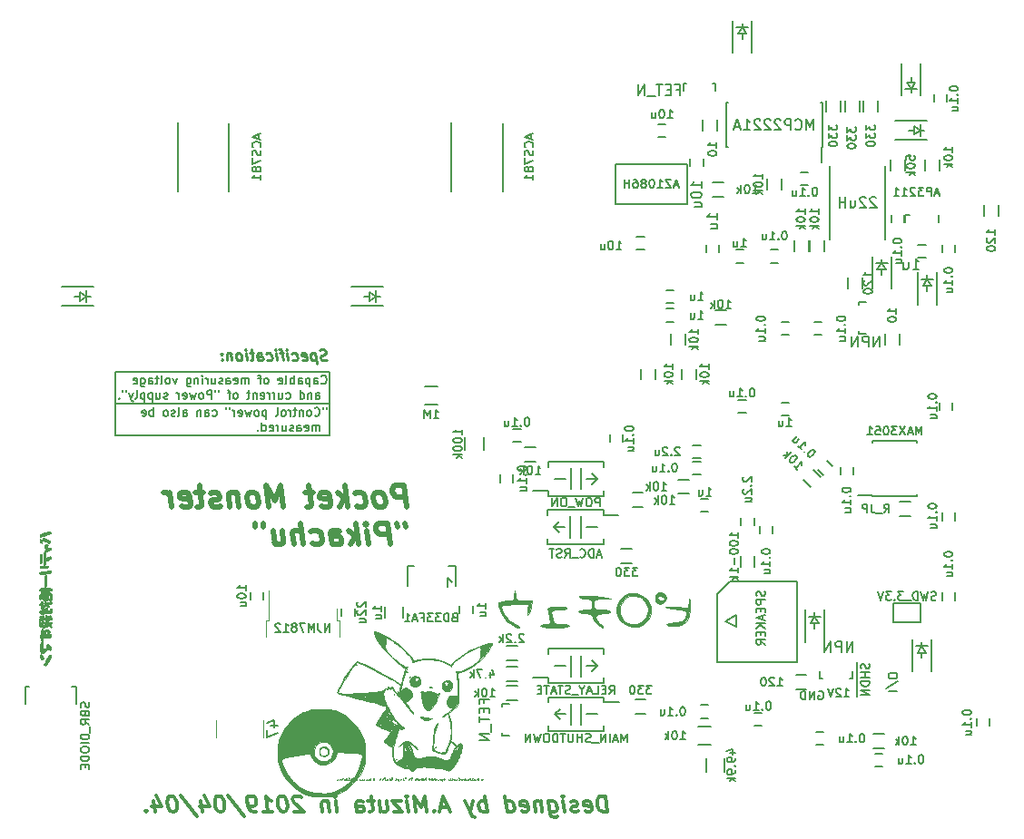
<source format=gbr>
G04 #@! TF.GenerationSoftware,KiCad,Pcbnew,(5.0.2)-1*
G04 #@! TF.CreationDate,2019-05-02T15:47:20+09:00*
G04 #@! TF.ProjectId,Electrocity_Manager,456c6563-7472-46f6-9369-74795f4d616e,rev?*
G04 #@! TF.SameCoordinates,Original*
G04 #@! TF.FileFunction,Legend,Bot*
G04 #@! TF.FilePolarity,Positive*
%FSLAX46Y46*%
G04 Gerber Fmt 4.6, Leading zero omitted, Abs format (unit mm)*
G04 Created by KiCad (PCBNEW (5.0.2)-1) date 2019/05/02 15:47:20*
%MOMM*%
%LPD*%
G01*
G04 APERTURE LIST*
%ADD10C,0.500000*%
%ADD11C,0.200000*%
%ADD12C,0.250000*%
%ADD13C,0.300000*%
%ADD14C,0.150000*%
%ADD15C,0.010000*%
%ADD16C,0.120000*%
G04 APERTURE END LIST*
D10*
X92186904Y-145904761D02*
X91936904Y-143904761D01*
X91175000Y-143904761D01*
X90996428Y-144000000D01*
X90913095Y-144095238D01*
X90841666Y-144285714D01*
X90877380Y-144571428D01*
X90996428Y-144761904D01*
X91103571Y-144857142D01*
X91305952Y-144952380D01*
X92067857Y-144952380D01*
X89901190Y-145904761D02*
X90079761Y-145809523D01*
X90163095Y-145714285D01*
X90234523Y-145523809D01*
X90163095Y-144952380D01*
X90044047Y-144761904D01*
X89936904Y-144666666D01*
X89734523Y-144571428D01*
X89448809Y-144571428D01*
X89270238Y-144666666D01*
X89186904Y-144761904D01*
X89115476Y-144952380D01*
X89186904Y-145523809D01*
X89305952Y-145714285D01*
X89413095Y-145809523D01*
X89615476Y-145904761D01*
X89901190Y-145904761D01*
X87508333Y-145809523D02*
X87710714Y-145904761D01*
X88091666Y-145904761D01*
X88270238Y-145809523D01*
X88353571Y-145714285D01*
X88425000Y-145523809D01*
X88353571Y-144952380D01*
X88234523Y-144761904D01*
X88127380Y-144666666D01*
X87925000Y-144571428D01*
X87544047Y-144571428D01*
X87365476Y-144666666D01*
X86663095Y-145904761D02*
X86413095Y-143904761D01*
X86377380Y-145142857D02*
X85901190Y-145904761D01*
X85734523Y-144571428D02*
X86591666Y-145333333D01*
X84270238Y-145809523D02*
X84472619Y-145904761D01*
X84853571Y-145904761D01*
X85032142Y-145809523D01*
X85103571Y-145619047D01*
X85008333Y-144857142D01*
X84889285Y-144666666D01*
X84686904Y-144571428D01*
X84305952Y-144571428D01*
X84127380Y-144666666D01*
X84055952Y-144857142D01*
X84079761Y-145047619D01*
X85055952Y-145238095D01*
X83448809Y-144571428D02*
X82686904Y-144571428D01*
X83079761Y-143904761D02*
X83294047Y-145619047D01*
X83222619Y-145809523D01*
X83044047Y-145904761D01*
X82853571Y-145904761D01*
X80663095Y-145904761D02*
X80413095Y-143904761D01*
X79925000Y-145333333D01*
X79079761Y-143904761D01*
X79329761Y-145904761D01*
X78091666Y-145904761D02*
X78270238Y-145809523D01*
X78353571Y-145714285D01*
X78425000Y-145523809D01*
X78353571Y-144952380D01*
X78234523Y-144761904D01*
X78127380Y-144666666D01*
X77925000Y-144571428D01*
X77639285Y-144571428D01*
X77460714Y-144666666D01*
X77377380Y-144761904D01*
X77305952Y-144952380D01*
X77377380Y-145523809D01*
X77496428Y-145714285D01*
X77603571Y-145809523D01*
X77805952Y-145904761D01*
X78091666Y-145904761D01*
X76401190Y-144571428D02*
X76567857Y-145904761D01*
X76425000Y-144761904D02*
X76317857Y-144666666D01*
X76115476Y-144571428D01*
X75829761Y-144571428D01*
X75651190Y-144666666D01*
X75579761Y-144857142D01*
X75710714Y-145904761D01*
X74841666Y-145809523D02*
X74663095Y-145904761D01*
X74282142Y-145904761D01*
X74079761Y-145809523D01*
X73960714Y-145619047D01*
X73948809Y-145523809D01*
X74020238Y-145333333D01*
X74198809Y-145238095D01*
X74484523Y-145238095D01*
X74663095Y-145142857D01*
X74734523Y-144952380D01*
X74722619Y-144857142D01*
X74603571Y-144666666D01*
X74401190Y-144571428D01*
X74115476Y-144571428D01*
X73936904Y-144666666D01*
X73258333Y-144571428D02*
X72496428Y-144571428D01*
X72889285Y-143904761D02*
X73103571Y-145619047D01*
X73032142Y-145809523D01*
X72853571Y-145904761D01*
X72663095Y-145904761D01*
X71222619Y-145809523D02*
X71425000Y-145904761D01*
X71805952Y-145904761D01*
X71984523Y-145809523D01*
X72055952Y-145619047D01*
X71960714Y-144857142D01*
X71841666Y-144666666D01*
X71639285Y-144571428D01*
X71258333Y-144571428D01*
X71079761Y-144666666D01*
X71008333Y-144857142D01*
X71032142Y-145047619D01*
X72008333Y-145238095D01*
X70282142Y-145904761D02*
X70115476Y-144571428D01*
X70163095Y-144952380D02*
X70044047Y-144761904D01*
X69936904Y-144666666D01*
X69734523Y-144571428D01*
X69544047Y-144571428D01*
X92032142Y-147404761D02*
X92079761Y-147785714D01*
X91270238Y-147404761D02*
X91317857Y-147785714D01*
X90663095Y-149404761D02*
X90413095Y-147404761D01*
X89651190Y-147404761D01*
X89472619Y-147500000D01*
X89389285Y-147595238D01*
X89317857Y-147785714D01*
X89353571Y-148071428D01*
X89472619Y-148261904D01*
X89579761Y-148357142D01*
X89782142Y-148452380D01*
X90544047Y-148452380D01*
X88663095Y-149404761D02*
X88496428Y-148071428D01*
X88413095Y-147404761D02*
X88520238Y-147500000D01*
X88436904Y-147595238D01*
X88329761Y-147500000D01*
X88413095Y-147404761D01*
X88436904Y-147595238D01*
X87710714Y-149404761D02*
X87460714Y-147404761D01*
X87425000Y-148642857D02*
X86948809Y-149404761D01*
X86782142Y-148071428D02*
X87639285Y-148833333D01*
X85234523Y-149404761D02*
X85103571Y-148357142D01*
X85175000Y-148166666D01*
X85353571Y-148071428D01*
X85734523Y-148071428D01*
X85936904Y-148166666D01*
X85222619Y-149309523D02*
X85425000Y-149404761D01*
X85901190Y-149404761D01*
X86079761Y-149309523D01*
X86151190Y-149119047D01*
X86127380Y-148928571D01*
X86008333Y-148738095D01*
X85805952Y-148642857D01*
X85329761Y-148642857D01*
X85127380Y-148547619D01*
X83413095Y-149309523D02*
X83615476Y-149404761D01*
X83996428Y-149404761D01*
X84175000Y-149309523D01*
X84258333Y-149214285D01*
X84329761Y-149023809D01*
X84258333Y-148452380D01*
X84139285Y-148261904D01*
X84032142Y-148166666D01*
X83829761Y-148071428D01*
X83448809Y-148071428D01*
X83270238Y-148166666D01*
X82567857Y-149404761D02*
X82317857Y-147404761D01*
X81710714Y-149404761D02*
X81579761Y-148357142D01*
X81651190Y-148166666D01*
X81829761Y-148071428D01*
X82115476Y-148071428D01*
X82317857Y-148166666D01*
X82425000Y-148261904D01*
X79734523Y-148071428D02*
X79901190Y-149404761D01*
X80591666Y-148071428D02*
X80722619Y-149119047D01*
X80651190Y-149309523D01*
X80472619Y-149404761D01*
X80186904Y-149404761D01*
X79984523Y-149309523D01*
X79877380Y-149214285D01*
X78794047Y-147404761D02*
X78841666Y-147785714D01*
X78032142Y-147404761D02*
X78079761Y-147785714D01*
D11*
X65000000Y-139250000D02*
X65500000Y-139250000D01*
X65000000Y-136250000D02*
X65000000Y-139250000D01*
X65000000Y-133250000D02*
X65500000Y-133250000D01*
X65000000Y-136250000D02*
X65000000Y-133250000D01*
X65500000Y-136250000D02*
X65000000Y-136250000D01*
X66250000Y-139250000D02*
X65500000Y-139250000D01*
X75000000Y-139250000D02*
X66250000Y-139250000D01*
X83000000Y-139250000D02*
X75000000Y-139250000D01*
X85000000Y-139250000D02*
X83000000Y-139250000D01*
X85000000Y-136250000D02*
X85000000Y-139250000D01*
X76750000Y-136250000D02*
X65500000Y-136250000D01*
X85000000Y-136250000D02*
X76750000Y-136250000D01*
X85000000Y-133250000D02*
X85000000Y-136250000D01*
X79750000Y-133250000D02*
X65500000Y-133250000D01*
X85000000Y-133250000D02*
X79750000Y-133250000D01*
X84717619Y-136611904D02*
X84717619Y-136764285D01*
X84412857Y-136611904D02*
X84412857Y-136764285D01*
X83612857Y-137335714D02*
X83650952Y-137373809D01*
X83765238Y-137411904D01*
X83841428Y-137411904D01*
X83955714Y-137373809D01*
X84031904Y-137297619D01*
X84070000Y-137221428D01*
X84108095Y-137069047D01*
X84108095Y-136954761D01*
X84070000Y-136802380D01*
X84031904Y-136726190D01*
X83955714Y-136650000D01*
X83841428Y-136611904D01*
X83765238Y-136611904D01*
X83650952Y-136650000D01*
X83612857Y-136688095D01*
X83155714Y-137411904D02*
X83231904Y-137373809D01*
X83270000Y-137335714D01*
X83308095Y-137259523D01*
X83308095Y-137030952D01*
X83270000Y-136954761D01*
X83231904Y-136916666D01*
X83155714Y-136878571D01*
X83041428Y-136878571D01*
X82965238Y-136916666D01*
X82927142Y-136954761D01*
X82889047Y-137030952D01*
X82889047Y-137259523D01*
X82927142Y-137335714D01*
X82965238Y-137373809D01*
X83041428Y-137411904D01*
X83155714Y-137411904D01*
X82546190Y-136878571D02*
X82546190Y-137411904D01*
X82546190Y-136954761D02*
X82508095Y-136916666D01*
X82431904Y-136878571D01*
X82317619Y-136878571D01*
X82241428Y-136916666D01*
X82203333Y-136992857D01*
X82203333Y-137411904D01*
X81936666Y-136878571D02*
X81631904Y-136878571D01*
X81822380Y-136611904D02*
X81822380Y-137297619D01*
X81784285Y-137373809D01*
X81708095Y-137411904D01*
X81631904Y-137411904D01*
X81365238Y-137411904D02*
X81365238Y-136878571D01*
X81365238Y-137030952D02*
X81327142Y-136954761D01*
X81289047Y-136916666D01*
X81212857Y-136878571D01*
X81136666Y-136878571D01*
X80755714Y-137411904D02*
X80831904Y-137373809D01*
X80870000Y-137335714D01*
X80908095Y-137259523D01*
X80908095Y-137030952D01*
X80870000Y-136954761D01*
X80831904Y-136916666D01*
X80755714Y-136878571D01*
X80641428Y-136878571D01*
X80565238Y-136916666D01*
X80527142Y-136954761D01*
X80489047Y-137030952D01*
X80489047Y-137259523D01*
X80527142Y-137335714D01*
X80565238Y-137373809D01*
X80641428Y-137411904D01*
X80755714Y-137411904D01*
X80031904Y-137411904D02*
X80108095Y-137373809D01*
X80146190Y-137297619D01*
X80146190Y-136611904D01*
X79117619Y-136878571D02*
X79117619Y-137678571D01*
X79117619Y-136916666D02*
X79041428Y-136878571D01*
X78889047Y-136878571D01*
X78812857Y-136916666D01*
X78774761Y-136954761D01*
X78736666Y-137030952D01*
X78736666Y-137259523D01*
X78774761Y-137335714D01*
X78812857Y-137373809D01*
X78889047Y-137411904D01*
X79041428Y-137411904D01*
X79117619Y-137373809D01*
X78279523Y-137411904D02*
X78355714Y-137373809D01*
X78393809Y-137335714D01*
X78431904Y-137259523D01*
X78431904Y-137030952D01*
X78393809Y-136954761D01*
X78355714Y-136916666D01*
X78279523Y-136878571D01*
X78165238Y-136878571D01*
X78089047Y-136916666D01*
X78050952Y-136954761D01*
X78012857Y-137030952D01*
X78012857Y-137259523D01*
X78050952Y-137335714D01*
X78089047Y-137373809D01*
X78165238Y-137411904D01*
X78279523Y-137411904D01*
X77746190Y-136878571D02*
X77593809Y-137411904D01*
X77441428Y-137030952D01*
X77289047Y-137411904D01*
X77136666Y-136878571D01*
X76527142Y-137373809D02*
X76603333Y-137411904D01*
X76755714Y-137411904D01*
X76831904Y-137373809D01*
X76870000Y-137297619D01*
X76870000Y-136992857D01*
X76831904Y-136916666D01*
X76755714Y-136878571D01*
X76603333Y-136878571D01*
X76527142Y-136916666D01*
X76489047Y-136992857D01*
X76489047Y-137069047D01*
X76870000Y-137145238D01*
X76146190Y-137411904D02*
X76146190Y-136878571D01*
X76146190Y-137030952D02*
X76108095Y-136954761D01*
X76070000Y-136916666D01*
X75993809Y-136878571D01*
X75917619Y-136878571D01*
X75689047Y-136611904D02*
X75689047Y-136764285D01*
X75384285Y-136611904D02*
X75384285Y-136764285D01*
X74089047Y-137373809D02*
X74165238Y-137411904D01*
X74317619Y-137411904D01*
X74393809Y-137373809D01*
X74431904Y-137335714D01*
X74470000Y-137259523D01*
X74470000Y-137030952D01*
X74431904Y-136954761D01*
X74393809Y-136916666D01*
X74317619Y-136878571D01*
X74165238Y-136878571D01*
X74089047Y-136916666D01*
X73403333Y-137411904D02*
X73403333Y-136992857D01*
X73441428Y-136916666D01*
X73517619Y-136878571D01*
X73670000Y-136878571D01*
X73746190Y-136916666D01*
X73403333Y-137373809D02*
X73479523Y-137411904D01*
X73670000Y-137411904D01*
X73746190Y-137373809D01*
X73784285Y-137297619D01*
X73784285Y-137221428D01*
X73746190Y-137145238D01*
X73670000Y-137107142D01*
X73479523Y-137107142D01*
X73403333Y-137069047D01*
X73022380Y-136878571D02*
X73022380Y-137411904D01*
X73022380Y-136954761D02*
X72984285Y-136916666D01*
X72908095Y-136878571D01*
X72793809Y-136878571D01*
X72717619Y-136916666D01*
X72679523Y-136992857D01*
X72679523Y-137411904D01*
X71346190Y-137411904D02*
X71346190Y-136992857D01*
X71384285Y-136916666D01*
X71460476Y-136878571D01*
X71612857Y-136878571D01*
X71689047Y-136916666D01*
X71346190Y-137373809D02*
X71422380Y-137411904D01*
X71612857Y-137411904D01*
X71689047Y-137373809D01*
X71727142Y-137297619D01*
X71727142Y-137221428D01*
X71689047Y-137145238D01*
X71612857Y-137107142D01*
X71422380Y-137107142D01*
X71346190Y-137069047D01*
X70850952Y-137411904D02*
X70927142Y-137373809D01*
X70965238Y-137297619D01*
X70965238Y-136611904D01*
X70584285Y-137373809D02*
X70508095Y-137411904D01*
X70355714Y-137411904D01*
X70279523Y-137373809D01*
X70241428Y-137297619D01*
X70241428Y-137259523D01*
X70279523Y-137183333D01*
X70355714Y-137145238D01*
X70470000Y-137145238D01*
X70546190Y-137107142D01*
X70584285Y-137030952D01*
X70584285Y-136992857D01*
X70546190Y-136916666D01*
X70470000Y-136878571D01*
X70355714Y-136878571D01*
X70279523Y-136916666D01*
X69784285Y-137411904D02*
X69860476Y-137373809D01*
X69898571Y-137335714D01*
X69936666Y-137259523D01*
X69936666Y-137030952D01*
X69898571Y-136954761D01*
X69860476Y-136916666D01*
X69784285Y-136878571D01*
X69670000Y-136878571D01*
X69593809Y-136916666D01*
X69555714Y-136954761D01*
X69517619Y-137030952D01*
X69517619Y-137259523D01*
X69555714Y-137335714D01*
X69593809Y-137373809D01*
X69670000Y-137411904D01*
X69784285Y-137411904D01*
X68565238Y-137411904D02*
X68565238Y-136611904D01*
X68565238Y-136916666D02*
X68489047Y-136878571D01*
X68336666Y-136878571D01*
X68260476Y-136916666D01*
X68222380Y-136954761D01*
X68184285Y-137030952D01*
X68184285Y-137259523D01*
X68222380Y-137335714D01*
X68260476Y-137373809D01*
X68336666Y-137411904D01*
X68489047Y-137411904D01*
X68565238Y-137373809D01*
X67536666Y-137373809D02*
X67612857Y-137411904D01*
X67765238Y-137411904D01*
X67841428Y-137373809D01*
X67879523Y-137297619D01*
X67879523Y-136992857D01*
X67841428Y-136916666D01*
X67765238Y-136878571D01*
X67612857Y-136878571D01*
X67536666Y-136916666D01*
X67498571Y-136992857D01*
X67498571Y-137069047D01*
X67879523Y-137145238D01*
X84070000Y-138811904D02*
X84070000Y-138278571D01*
X84070000Y-138354761D02*
X84031904Y-138316666D01*
X83955714Y-138278571D01*
X83841428Y-138278571D01*
X83765238Y-138316666D01*
X83727142Y-138392857D01*
X83727142Y-138811904D01*
X83727142Y-138392857D02*
X83689047Y-138316666D01*
X83612857Y-138278571D01*
X83498571Y-138278571D01*
X83422380Y-138316666D01*
X83384285Y-138392857D01*
X83384285Y-138811904D01*
X82698571Y-138773809D02*
X82774761Y-138811904D01*
X82927142Y-138811904D01*
X83003333Y-138773809D01*
X83041428Y-138697619D01*
X83041428Y-138392857D01*
X83003333Y-138316666D01*
X82927142Y-138278571D01*
X82774761Y-138278571D01*
X82698571Y-138316666D01*
X82660476Y-138392857D01*
X82660476Y-138469047D01*
X83041428Y-138545238D01*
X81974761Y-138811904D02*
X81974761Y-138392857D01*
X82012857Y-138316666D01*
X82089047Y-138278571D01*
X82241428Y-138278571D01*
X82317619Y-138316666D01*
X81974761Y-138773809D02*
X82050952Y-138811904D01*
X82241428Y-138811904D01*
X82317619Y-138773809D01*
X82355714Y-138697619D01*
X82355714Y-138621428D01*
X82317619Y-138545238D01*
X82241428Y-138507142D01*
X82050952Y-138507142D01*
X81974761Y-138469047D01*
X81631904Y-138773809D02*
X81555714Y-138811904D01*
X81403333Y-138811904D01*
X81327142Y-138773809D01*
X81289047Y-138697619D01*
X81289047Y-138659523D01*
X81327142Y-138583333D01*
X81403333Y-138545238D01*
X81517619Y-138545238D01*
X81593809Y-138507142D01*
X81631904Y-138430952D01*
X81631904Y-138392857D01*
X81593809Y-138316666D01*
X81517619Y-138278571D01*
X81403333Y-138278571D01*
X81327142Y-138316666D01*
X80603333Y-138278571D02*
X80603333Y-138811904D01*
X80946190Y-138278571D02*
X80946190Y-138697619D01*
X80908095Y-138773809D01*
X80831904Y-138811904D01*
X80717619Y-138811904D01*
X80641428Y-138773809D01*
X80603333Y-138735714D01*
X80222380Y-138811904D02*
X80222380Y-138278571D01*
X80222380Y-138430952D02*
X80184285Y-138354761D01*
X80146190Y-138316666D01*
X80070000Y-138278571D01*
X79993809Y-138278571D01*
X79422380Y-138773809D02*
X79498571Y-138811904D01*
X79650952Y-138811904D01*
X79727142Y-138773809D01*
X79765238Y-138697619D01*
X79765238Y-138392857D01*
X79727142Y-138316666D01*
X79650952Y-138278571D01*
X79498571Y-138278571D01*
X79422380Y-138316666D01*
X79384285Y-138392857D01*
X79384285Y-138469047D01*
X79765238Y-138545238D01*
X78698571Y-138811904D02*
X78698571Y-138011904D01*
X78698571Y-138773809D02*
X78774761Y-138811904D01*
X78927142Y-138811904D01*
X79003333Y-138773809D01*
X79041428Y-138735714D01*
X79079523Y-138659523D01*
X79079523Y-138430952D01*
X79041428Y-138354761D01*
X79003333Y-138316666D01*
X78927142Y-138278571D01*
X78774761Y-138278571D01*
X78698571Y-138316666D01*
X78317619Y-138735714D02*
X78279523Y-138773809D01*
X78317619Y-138811904D01*
X78355714Y-138773809D01*
X78317619Y-138735714D01*
X78317619Y-138811904D01*
X84222380Y-134335714D02*
X84260476Y-134373809D01*
X84374761Y-134411904D01*
X84450952Y-134411904D01*
X84565238Y-134373809D01*
X84641428Y-134297619D01*
X84679523Y-134221428D01*
X84717619Y-134069047D01*
X84717619Y-133954761D01*
X84679523Y-133802380D01*
X84641428Y-133726190D01*
X84565238Y-133650000D01*
X84450952Y-133611904D01*
X84374761Y-133611904D01*
X84260476Y-133650000D01*
X84222380Y-133688095D01*
X83536666Y-134411904D02*
X83536666Y-133992857D01*
X83574761Y-133916666D01*
X83650952Y-133878571D01*
X83803333Y-133878571D01*
X83879523Y-133916666D01*
X83536666Y-134373809D02*
X83612857Y-134411904D01*
X83803333Y-134411904D01*
X83879523Y-134373809D01*
X83917619Y-134297619D01*
X83917619Y-134221428D01*
X83879523Y-134145238D01*
X83803333Y-134107142D01*
X83612857Y-134107142D01*
X83536666Y-134069047D01*
X83155714Y-133878571D02*
X83155714Y-134678571D01*
X83155714Y-133916666D02*
X83079523Y-133878571D01*
X82927142Y-133878571D01*
X82850952Y-133916666D01*
X82812857Y-133954761D01*
X82774761Y-134030952D01*
X82774761Y-134259523D01*
X82812857Y-134335714D01*
X82850952Y-134373809D01*
X82927142Y-134411904D01*
X83079523Y-134411904D01*
X83155714Y-134373809D01*
X82089047Y-134411904D02*
X82089047Y-133992857D01*
X82127142Y-133916666D01*
X82203333Y-133878571D01*
X82355714Y-133878571D01*
X82431904Y-133916666D01*
X82089047Y-134373809D02*
X82165238Y-134411904D01*
X82355714Y-134411904D01*
X82431904Y-134373809D01*
X82470000Y-134297619D01*
X82470000Y-134221428D01*
X82431904Y-134145238D01*
X82355714Y-134107142D01*
X82165238Y-134107142D01*
X82089047Y-134069047D01*
X81708095Y-134411904D02*
X81708095Y-133611904D01*
X81708095Y-133916666D02*
X81631904Y-133878571D01*
X81479523Y-133878571D01*
X81403333Y-133916666D01*
X81365238Y-133954761D01*
X81327142Y-134030952D01*
X81327142Y-134259523D01*
X81365238Y-134335714D01*
X81403333Y-134373809D01*
X81479523Y-134411904D01*
X81631904Y-134411904D01*
X81708095Y-134373809D01*
X80870000Y-134411904D02*
X80946190Y-134373809D01*
X80984285Y-134297619D01*
X80984285Y-133611904D01*
X80260476Y-134373809D02*
X80336666Y-134411904D01*
X80489047Y-134411904D01*
X80565238Y-134373809D01*
X80603333Y-134297619D01*
X80603333Y-133992857D01*
X80565238Y-133916666D01*
X80489047Y-133878571D01*
X80336666Y-133878571D01*
X80260476Y-133916666D01*
X80222380Y-133992857D01*
X80222380Y-134069047D01*
X80603333Y-134145238D01*
X79155714Y-134411904D02*
X79231904Y-134373809D01*
X79270000Y-134335714D01*
X79308095Y-134259523D01*
X79308095Y-134030952D01*
X79270000Y-133954761D01*
X79231904Y-133916666D01*
X79155714Y-133878571D01*
X79041428Y-133878571D01*
X78965238Y-133916666D01*
X78927142Y-133954761D01*
X78889047Y-134030952D01*
X78889047Y-134259523D01*
X78927142Y-134335714D01*
X78965238Y-134373809D01*
X79041428Y-134411904D01*
X79155714Y-134411904D01*
X78660476Y-133878571D02*
X78355714Y-133878571D01*
X78546190Y-134411904D02*
X78546190Y-133726190D01*
X78508095Y-133650000D01*
X78431904Y-133611904D01*
X78355714Y-133611904D01*
X77479523Y-134411904D02*
X77479523Y-133878571D01*
X77479523Y-133954761D02*
X77441428Y-133916666D01*
X77365238Y-133878571D01*
X77250952Y-133878571D01*
X77174761Y-133916666D01*
X77136666Y-133992857D01*
X77136666Y-134411904D01*
X77136666Y-133992857D02*
X77098571Y-133916666D01*
X77022380Y-133878571D01*
X76908095Y-133878571D01*
X76831904Y-133916666D01*
X76793809Y-133992857D01*
X76793809Y-134411904D01*
X76108095Y-134373809D02*
X76184285Y-134411904D01*
X76336666Y-134411904D01*
X76412857Y-134373809D01*
X76450952Y-134297619D01*
X76450952Y-133992857D01*
X76412857Y-133916666D01*
X76336666Y-133878571D01*
X76184285Y-133878571D01*
X76108095Y-133916666D01*
X76070000Y-133992857D01*
X76070000Y-134069047D01*
X76450952Y-134145238D01*
X75384285Y-134411904D02*
X75384285Y-133992857D01*
X75422380Y-133916666D01*
X75498571Y-133878571D01*
X75650952Y-133878571D01*
X75727142Y-133916666D01*
X75384285Y-134373809D02*
X75460476Y-134411904D01*
X75650952Y-134411904D01*
X75727142Y-134373809D01*
X75765238Y-134297619D01*
X75765238Y-134221428D01*
X75727142Y-134145238D01*
X75650952Y-134107142D01*
X75460476Y-134107142D01*
X75384285Y-134069047D01*
X75041428Y-134373809D02*
X74965238Y-134411904D01*
X74812857Y-134411904D01*
X74736666Y-134373809D01*
X74698571Y-134297619D01*
X74698571Y-134259523D01*
X74736666Y-134183333D01*
X74812857Y-134145238D01*
X74927142Y-134145238D01*
X75003333Y-134107142D01*
X75041428Y-134030952D01*
X75041428Y-133992857D01*
X75003333Y-133916666D01*
X74927142Y-133878571D01*
X74812857Y-133878571D01*
X74736666Y-133916666D01*
X74012857Y-133878571D02*
X74012857Y-134411904D01*
X74355714Y-133878571D02*
X74355714Y-134297619D01*
X74317619Y-134373809D01*
X74241428Y-134411904D01*
X74127142Y-134411904D01*
X74050952Y-134373809D01*
X74012857Y-134335714D01*
X73631904Y-134411904D02*
X73631904Y-133878571D01*
X73631904Y-134030952D02*
X73593809Y-133954761D01*
X73555714Y-133916666D01*
X73479523Y-133878571D01*
X73403333Y-133878571D01*
X73136666Y-134411904D02*
X73136666Y-133878571D01*
X73136666Y-133611904D02*
X73174761Y-133650000D01*
X73136666Y-133688095D01*
X73098571Y-133650000D01*
X73136666Y-133611904D01*
X73136666Y-133688095D01*
X72755714Y-133878571D02*
X72755714Y-134411904D01*
X72755714Y-133954761D02*
X72717619Y-133916666D01*
X72641428Y-133878571D01*
X72527142Y-133878571D01*
X72450952Y-133916666D01*
X72412857Y-133992857D01*
X72412857Y-134411904D01*
X71689047Y-133878571D02*
X71689047Y-134526190D01*
X71727142Y-134602380D01*
X71765238Y-134640476D01*
X71841428Y-134678571D01*
X71955714Y-134678571D01*
X72031904Y-134640476D01*
X71689047Y-134373809D02*
X71765238Y-134411904D01*
X71917619Y-134411904D01*
X71993809Y-134373809D01*
X72031904Y-134335714D01*
X72070000Y-134259523D01*
X72070000Y-134030952D01*
X72031904Y-133954761D01*
X71993809Y-133916666D01*
X71917619Y-133878571D01*
X71765238Y-133878571D01*
X71689047Y-133916666D01*
X70774761Y-133878571D02*
X70584285Y-134411904D01*
X70393809Y-133878571D01*
X69974761Y-134411904D02*
X70050952Y-134373809D01*
X70089047Y-134335714D01*
X70127142Y-134259523D01*
X70127142Y-134030952D01*
X70089047Y-133954761D01*
X70050952Y-133916666D01*
X69974761Y-133878571D01*
X69860476Y-133878571D01*
X69784285Y-133916666D01*
X69746190Y-133954761D01*
X69708095Y-134030952D01*
X69708095Y-134259523D01*
X69746190Y-134335714D01*
X69784285Y-134373809D01*
X69860476Y-134411904D01*
X69974761Y-134411904D01*
X69250952Y-134411904D02*
X69327142Y-134373809D01*
X69365238Y-134297619D01*
X69365238Y-133611904D01*
X69060476Y-133878571D02*
X68755714Y-133878571D01*
X68946190Y-133611904D02*
X68946190Y-134297619D01*
X68908095Y-134373809D01*
X68831904Y-134411904D01*
X68755714Y-134411904D01*
X68146190Y-134411904D02*
X68146190Y-133992857D01*
X68184285Y-133916666D01*
X68260476Y-133878571D01*
X68412857Y-133878571D01*
X68489047Y-133916666D01*
X68146190Y-134373809D02*
X68222380Y-134411904D01*
X68412857Y-134411904D01*
X68489047Y-134373809D01*
X68527142Y-134297619D01*
X68527142Y-134221428D01*
X68489047Y-134145238D01*
X68412857Y-134107142D01*
X68222380Y-134107142D01*
X68146190Y-134069047D01*
X67422380Y-133878571D02*
X67422380Y-134526190D01*
X67460476Y-134602380D01*
X67498571Y-134640476D01*
X67574761Y-134678571D01*
X67689047Y-134678571D01*
X67765238Y-134640476D01*
X67422380Y-134373809D02*
X67498571Y-134411904D01*
X67650952Y-134411904D01*
X67727142Y-134373809D01*
X67765238Y-134335714D01*
X67803333Y-134259523D01*
X67803333Y-134030952D01*
X67765238Y-133954761D01*
X67727142Y-133916666D01*
X67650952Y-133878571D01*
X67498571Y-133878571D01*
X67422380Y-133916666D01*
X66736666Y-134373809D02*
X66812857Y-134411904D01*
X66965238Y-134411904D01*
X67041428Y-134373809D01*
X67079523Y-134297619D01*
X67079523Y-133992857D01*
X67041428Y-133916666D01*
X66965238Y-133878571D01*
X66812857Y-133878571D01*
X66736666Y-133916666D01*
X66698571Y-133992857D01*
X66698571Y-134069047D01*
X67079523Y-134145238D01*
X83727142Y-135811904D02*
X83727142Y-135392857D01*
X83765238Y-135316666D01*
X83841428Y-135278571D01*
X83993809Y-135278571D01*
X84070000Y-135316666D01*
X83727142Y-135773809D02*
X83803333Y-135811904D01*
X83993809Y-135811904D01*
X84070000Y-135773809D01*
X84108095Y-135697619D01*
X84108095Y-135621428D01*
X84070000Y-135545238D01*
X83993809Y-135507142D01*
X83803333Y-135507142D01*
X83727142Y-135469047D01*
X83346190Y-135278571D02*
X83346190Y-135811904D01*
X83346190Y-135354761D02*
X83308095Y-135316666D01*
X83231904Y-135278571D01*
X83117619Y-135278571D01*
X83041428Y-135316666D01*
X83003333Y-135392857D01*
X83003333Y-135811904D01*
X82279523Y-135811904D02*
X82279523Y-135011904D01*
X82279523Y-135773809D02*
X82355714Y-135811904D01*
X82508095Y-135811904D01*
X82584285Y-135773809D01*
X82622380Y-135735714D01*
X82660476Y-135659523D01*
X82660476Y-135430952D01*
X82622380Y-135354761D01*
X82584285Y-135316666D01*
X82508095Y-135278571D01*
X82355714Y-135278571D01*
X82279523Y-135316666D01*
X80946190Y-135773809D02*
X81022380Y-135811904D01*
X81174761Y-135811904D01*
X81250952Y-135773809D01*
X81289047Y-135735714D01*
X81327142Y-135659523D01*
X81327142Y-135430952D01*
X81289047Y-135354761D01*
X81250952Y-135316666D01*
X81174761Y-135278571D01*
X81022380Y-135278571D01*
X80946190Y-135316666D01*
X80260476Y-135278571D02*
X80260476Y-135811904D01*
X80603333Y-135278571D02*
X80603333Y-135697619D01*
X80565238Y-135773809D01*
X80489047Y-135811904D01*
X80374761Y-135811904D01*
X80298571Y-135773809D01*
X80260476Y-135735714D01*
X79879523Y-135811904D02*
X79879523Y-135278571D01*
X79879523Y-135430952D02*
X79841428Y-135354761D01*
X79803333Y-135316666D01*
X79727142Y-135278571D01*
X79650952Y-135278571D01*
X79384285Y-135811904D02*
X79384285Y-135278571D01*
X79384285Y-135430952D02*
X79346190Y-135354761D01*
X79308095Y-135316666D01*
X79231904Y-135278571D01*
X79155714Y-135278571D01*
X78584285Y-135773809D02*
X78660476Y-135811904D01*
X78812857Y-135811904D01*
X78889047Y-135773809D01*
X78927142Y-135697619D01*
X78927142Y-135392857D01*
X78889047Y-135316666D01*
X78812857Y-135278571D01*
X78660476Y-135278571D01*
X78584285Y-135316666D01*
X78546190Y-135392857D01*
X78546190Y-135469047D01*
X78927142Y-135545238D01*
X78203333Y-135278571D02*
X78203333Y-135811904D01*
X78203333Y-135354761D02*
X78165238Y-135316666D01*
X78089047Y-135278571D01*
X77974761Y-135278571D01*
X77898571Y-135316666D01*
X77860476Y-135392857D01*
X77860476Y-135811904D01*
X77593809Y-135278571D02*
X77289047Y-135278571D01*
X77479523Y-135011904D02*
X77479523Y-135697619D01*
X77441428Y-135773809D01*
X77365238Y-135811904D01*
X77289047Y-135811904D01*
X76298571Y-135811904D02*
X76374761Y-135773809D01*
X76412857Y-135735714D01*
X76450952Y-135659523D01*
X76450952Y-135430952D01*
X76412857Y-135354761D01*
X76374761Y-135316666D01*
X76298571Y-135278571D01*
X76184285Y-135278571D01*
X76108095Y-135316666D01*
X76070000Y-135354761D01*
X76031904Y-135430952D01*
X76031904Y-135659523D01*
X76070000Y-135735714D01*
X76108095Y-135773809D01*
X76184285Y-135811904D01*
X76298571Y-135811904D01*
X75803333Y-135278571D02*
X75498571Y-135278571D01*
X75689047Y-135811904D02*
X75689047Y-135126190D01*
X75650952Y-135050000D01*
X75574761Y-135011904D01*
X75498571Y-135011904D01*
X74660476Y-135011904D02*
X74660476Y-135164285D01*
X74355714Y-135011904D02*
X74355714Y-135164285D01*
X74012857Y-135811904D02*
X74012857Y-135011904D01*
X73708095Y-135011904D01*
X73631904Y-135050000D01*
X73593809Y-135088095D01*
X73555714Y-135164285D01*
X73555714Y-135278571D01*
X73593809Y-135354761D01*
X73631904Y-135392857D01*
X73708095Y-135430952D01*
X74012857Y-135430952D01*
X73098571Y-135811904D02*
X73174761Y-135773809D01*
X73212857Y-135735714D01*
X73250952Y-135659523D01*
X73250952Y-135430952D01*
X73212857Y-135354761D01*
X73174761Y-135316666D01*
X73098571Y-135278571D01*
X72984285Y-135278571D01*
X72908095Y-135316666D01*
X72870000Y-135354761D01*
X72831904Y-135430952D01*
X72831904Y-135659523D01*
X72870000Y-135735714D01*
X72908095Y-135773809D01*
X72984285Y-135811904D01*
X73098571Y-135811904D01*
X72565238Y-135278571D02*
X72412857Y-135811904D01*
X72260476Y-135430952D01*
X72108095Y-135811904D01*
X71955714Y-135278571D01*
X71346190Y-135773809D02*
X71422380Y-135811904D01*
X71574761Y-135811904D01*
X71650952Y-135773809D01*
X71689047Y-135697619D01*
X71689047Y-135392857D01*
X71650952Y-135316666D01*
X71574761Y-135278571D01*
X71422380Y-135278571D01*
X71346190Y-135316666D01*
X71308095Y-135392857D01*
X71308095Y-135469047D01*
X71689047Y-135545238D01*
X70965238Y-135811904D02*
X70965238Y-135278571D01*
X70965238Y-135430952D02*
X70927142Y-135354761D01*
X70889047Y-135316666D01*
X70812857Y-135278571D01*
X70736666Y-135278571D01*
X69898571Y-135773809D02*
X69822380Y-135811904D01*
X69670000Y-135811904D01*
X69593809Y-135773809D01*
X69555714Y-135697619D01*
X69555714Y-135659523D01*
X69593809Y-135583333D01*
X69670000Y-135545238D01*
X69784285Y-135545238D01*
X69860476Y-135507142D01*
X69898571Y-135430952D01*
X69898571Y-135392857D01*
X69860476Y-135316666D01*
X69784285Y-135278571D01*
X69670000Y-135278571D01*
X69593809Y-135316666D01*
X68870000Y-135278571D02*
X68870000Y-135811904D01*
X69212857Y-135278571D02*
X69212857Y-135697619D01*
X69174761Y-135773809D01*
X69098571Y-135811904D01*
X68984285Y-135811904D01*
X68908095Y-135773809D01*
X68870000Y-135735714D01*
X68489047Y-135278571D02*
X68489047Y-136078571D01*
X68489047Y-135316666D02*
X68412857Y-135278571D01*
X68260476Y-135278571D01*
X68184285Y-135316666D01*
X68146190Y-135354761D01*
X68108095Y-135430952D01*
X68108095Y-135659523D01*
X68146190Y-135735714D01*
X68184285Y-135773809D01*
X68260476Y-135811904D01*
X68412857Y-135811904D01*
X68489047Y-135773809D01*
X67765238Y-135278571D02*
X67765238Y-136078571D01*
X67765238Y-135316666D02*
X67689047Y-135278571D01*
X67536666Y-135278571D01*
X67460476Y-135316666D01*
X67422380Y-135354761D01*
X67384285Y-135430952D01*
X67384285Y-135659523D01*
X67422380Y-135735714D01*
X67460476Y-135773809D01*
X67536666Y-135811904D01*
X67689047Y-135811904D01*
X67765238Y-135773809D01*
X66927142Y-135811904D02*
X67003333Y-135773809D01*
X67041428Y-135697619D01*
X67041428Y-135011904D01*
X66698571Y-135278571D02*
X66508095Y-135811904D01*
X66317619Y-135278571D02*
X66508095Y-135811904D01*
X66584285Y-136002380D01*
X66622380Y-136040476D01*
X66698571Y-136078571D01*
X66050952Y-135011904D02*
X66050952Y-135164285D01*
X65746190Y-135011904D02*
X65746190Y-135164285D01*
X65403333Y-135735714D02*
X65365238Y-135773809D01*
X65403333Y-135811904D01*
X65441428Y-135773809D01*
X65403333Y-135735714D01*
X65403333Y-135811904D01*
D12*
X84756919Y-132154761D02*
X84620014Y-132202380D01*
X84381919Y-132202380D01*
X84280729Y-132154761D01*
X84227157Y-132107142D01*
X84167633Y-132011904D01*
X84155729Y-131916666D01*
X84191443Y-131821428D01*
X84233110Y-131773809D01*
X84322395Y-131726190D01*
X84506919Y-131678571D01*
X84596205Y-131630952D01*
X84637872Y-131583333D01*
X84673586Y-131488095D01*
X84661681Y-131392857D01*
X84602157Y-131297619D01*
X84548586Y-131250000D01*
X84447395Y-131202380D01*
X84209300Y-131202380D01*
X84072395Y-131250000D01*
X83679538Y-131535714D02*
X83804538Y-132535714D01*
X83685491Y-131583333D02*
X83584300Y-131535714D01*
X83393824Y-131535714D01*
X83304538Y-131583333D01*
X83262872Y-131630952D01*
X83227157Y-131726190D01*
X83262872Y-132011904D01*
X83322395Y-132107142D01*
X83375967Y-132154761D01*
X83477157Y-132202380D01*
X83667633Y-132202380D01*
X83756919Y-132154761D01*
X82471205Y-132154761D02*
X82572395Y-132202380D01*
X82762872Y-132202380D01*
X82852157Y-132154761D01*
X82887872Y-132059523D01*
X82840252Y-131678571D01*
X82780729Y-131583333D01*
X82679538Y-131535714D01*
X82489062Y-131535714D01*
X82399776Y-131583333D01*
X82364062Y-131678571D01*
X82375967Y-131773809D01*
X82864062Y-131869047D01*
X81566443Y-132154761D02*
X81667633Y-132202380D01*
X81858110Y-132202380D01*
X81947395Y-132154761D01*
X81989062Y-132107142D01*
X82024776Y-132011904D01*
X81989062Y-131726190D01*
X81929538Y-131630952D01*
X81875967Y-131583333D01*
X81774776Y-131535714D01*
X81584300Y-131535714D01*
X81495014Y-131583333D01*
X81143824Y-132202380D02*
X81060491Y-131535714D01*
X81018824Y-131202380D02*
X81072395Y-131250000D01*
X81030729Y-131297619D01*
X80977157Y-131250000D01*
X81018824Y-131202380D01*
X81030729Y-131297619D01*
X80727157Y-131535714D02*
X80346205Y-131535714D01*
X80667633Y-132202380D02*
X80560491Y-131345238D01*
X80500967Y-131250000D01*
X80399776Y-131202380D01*
X80304538Y-131202380D01*
X80096205Y-132202380D02*
X80012872Y-131535714D01*
X79971205Y-131202380D02*
X80024776Y-131250000D01*
X79983110Y-131297619D01*
X79929538Y-131250000D01*
X79971205Y-131202380D01*
X79983110Y-131297619D01*
X79185491Y-132154761D02*
X79286681Y-132202380D01*
X79477157Y-132202380D01*
X79566443Y-132154761D01*
X79608110Y-132107142D01*
X79643824Y-132011904D01*
X79608110Y-131726190D01*
X79548586Y-131630952D01*
X79495014Y-131583333D01*
X79393824Y-131535714D01*
X79203348Y-131535714D01*
X79114062Y-131583333D01*
X78334300Y-132202380D02*
X78268824Y-131678571D01*
X78304538Y-131583333D01*
X78393824Y-131535714D01*
X78584300Y-131535714D01*
X78685491Y-131583333D01*
X78328348Y-132154761D02*
X78429538Y-132202380D01*
X78667633Y-132202380D01*
X78756919Y-132154761D01*
X78792633Y-132059523D01*
X78780729Y-131964285D01*
X78721205Y-131869047D01*
X78620014Y-131821428D01*
X78381919Y-131821428D01*
X78280729Y-131773809D01*
X77917633Y-131535714D02*
X77536681Y-131535714D01*
X77733110Y-131202380D02*
X77840252Y-132059523D01*
X77804538Y-132154761D01*
X77715252Y-132202380D01*
X77620014Y-132202380D01*
X77286681Y-132202380D02*
X77203348Y-131535714D01*
X77161681Y-131202380D02*
X77215252Y-131250000D01*
X77173586Y-131297619D01*
X77120014Y-131250000D01*
X77161681Y-131202380D01*
X77173586Y-131297619D01*
X76667633Y-132202380D02*
X76756919Y-132154761D01*
X76798586Y-132107142D01*
X76834300Y-132011904D01*
X76798586Y-131726190D01*
X76739062Y-131630952D01*
X76685491Y-131583333D01*
X76584300Y-131535714D01*
X76441443Y-131535714D01*
X76352157Y-131583333D01*
X76310491Y-131630952D01*
X76274776Y-131726190D01*
X76310491Y-132011904D01*
X76370014Y-132107142D01*
X76423586Y-132154761D01*
X76524776Y-132202380D01*
X76667633Y-132202380D01*
X75822395Y-131535714D02*
X75905729Y-132202380D01*
X75834300Y-131630952D02*
X75780729Y-131583333D01*
X75679538Y-131535714D01*
X75536681Y-131535714D01*
X75447395Y-131583333D01*
X75411681Y-131678571D01*
X75477157Y-132202380D01*
X74989062Y-132107142D02*
X74947395Y-132154761D01*
X75000967Y-132202380D01*
X75042633Y-132154761D01*
X74989062Y-132107142D01*
X75000967Y-132202380D01*
X74923586Y-131583333D02*
X74881919Y-131630952D01*
X74935491Y-131678571D01*
X74977157Y-131630952D01*
X74923586Y-131583333D01*
X74935491Y-131678571D01*
D13*
X110931071Y-174378571D02*
X110743571Y-172878571D01*
X110386428Y-172878571D01*
X110181071Y-172950000D01*
X110056071Y-173092857D01*
X110002500Y-173235714D01*
X109966785Y-173521428D01*
X109993571Y-173735714D01*
X110100714Y-174021428D01*
X110190000Y-174164285D01*
X110350714Y-174307142D01*
X110573928Y-174378571D01*
X110931071Y-174378571D01*
X108850714Y-174307142D02*
X109002500Y-174378571D01*
X109288214Y-174378571D01*
X109422142Y-174307142D01*
X109475714Y-174164285D01*
X109404285Y-173592857D01*
X109315000Y-173450000D01*
X109163214Y-173378571D01*
X108877500Y-173378571D01*
X108743571Y-173450000D01*
X108690000Y-173592857D01*
X108707857Y-173735714D01*
X109440000Y-173878571D01*
X108207857Y-174307142D02*
X108073928Y-174378571D01*
X107788214Y-174378571D01*
X107636428Y-174307142D01*
X107547142Y-174164285D01*
X107538214Y-174092857D01*
X107591785Y-173950000D01*
X107725714Y-173878571D01*
X107940000Y-173878571D01*
X108073928Y-173807142D01*
X108127500Y-173664285D01*
X108118571Y-173592857D01*
X108029285Y-173450000D01*
X107877500Y-173378571D01*
X107663214Y-173378571D01*
X107529285Y-173450000D01*
X106931071Y-174378571D02*
X106806071Y-173378571D01*
X106743571Y-172878571D02*
X106823928Y-172950000D01*
X106761428Y-173021428D01*
X106681071Y-172950000D01*
X106743571Y-172878571D01*
X106761428Y-173021428D01*
X105448928Y-173378571D02*
X105600714Y-174592857D01*
X105690000Y-174735714D01*
X105770357Y-174807142D01*
X105922142Y-174878571D01*
X106136428Y-174878571D01*
X106270357Y-174807142D01*
X105565000Y-174307142D02*
X105716785Y-174378571D01*
X106002499Y-174378571D01*
X106136428Y-174307142D01*
X106198928Y-174235714D01*
X106252500Y-174092857D01*
X106198928Y-173664285D01*
X106109642Y-173521428D01*
X106029285Y-173450000D01*
X105877499Y-173378571D01*
X105591785Y-173378571D01*
X105457857Y-173450000D01*
X104734642Y-173378571D02*
X104859642Y-174378571D01*
X104752500Y-173521428D02*
X104672142Y-173450000D01*
X104520357Y-173378571D01*
X104306071Y-173378571D01*
X104172142Y-173450000D01*
X104118571Y-173592857D01*
X104216785Y-174378571D01*
X102922142Y-174307142D02*
X103073928Y-174378571D01*
X103359642Y-174378571D01*
X103493571Y-174307142D01*
X103547142Y-174164285D01*
X103475714Y-173592857D01*
X103386428Y-173450000D01*
X103234642Y-173378571D01*
X102948928Y-173378571D01*
X102815000Y-173450000D01*
X102761428Y-173592857D01*
X102779285Y-173735714D01*
X103511428Y-173878571D01*
X101573928Y-174378571D02*
X101386428Y-172878571D01*
X101565000Y-174307142D02*
X101716785Y-174378571D01*
X102002499Y-174378571D01*
X102136428Y-174307142D01*
X102198928Y-174235714D01*
X102252500Y-174092857D01*
X102198928Y-173664285D01*
X102109642Y-173521428D01*
X102029285Y-173450000D01*
X101877499Y-173378571D01*
X101591785Y-173378571D01*
X101457857Y-173450000D01*
X99716785Y-174378571D02*
X99529285Y-172878571D01*
X99600714Y-173450000D02*
X99448928Y-173378571D01*
X99163214Y-173378571D01*
X99029285Y-173450000D01*
X98966785Y-173521428D01*
X98913214Y-173664285D01*
X98966785Y-174092857D01*
X99056071Y-174235714D01*
X99136428Y-174307142D01*
X99288214Y-174378571D01*
X99573928Y-174378571D01*
X99707857Y-174307142D01*
X98377500Y-173378571D02*
X98145357Y-174378571D01*
X97663214Y-173378571D02*
X98145357Y-174378571D01*
X98332857Y-174735714D01*
X98413214Y-174807142D01*
X98565000Y-174878571D01*
X96091785Y-173950000D02*
X95377500Y-173950000D01*
X96288214Y-174378571D02*
X95600714Y-172878571D01*
X95288214Y-174378571D01*
X94770357Y-174235714D02*
X94707857Y-174307142D01*
X94788214Y-174378571D01*
X94850714Y-174307142D01*
X94770357Y-174235714D01*
X94788214Y-174378571D01*
X94073928Y-174378571D02*
X93886428Y-172878571D01*
X93520357Y-173950000D01*
X92886428Y-172878571D01*
X93073928Y-174378571D01*
X92359642Y-174378571D02*
X92234642Y-173378571D01*
X92172142Y-172878571D02*
X92252500Y-172950000D01*
X92190000Y-173021428D01*
X92109642Y-172950000D01*
X92172142Y-172878571D01*
X92190000Y-173021428D01*
X91663214Y-173378571D02*
X90877500Y-173378571D01*
X91788214Y-174378571D01*
X91002500Y-174378571D01*
X89663214Y-173378571D02*
X89788214Y-174378571D01*
X90306071Y-173378571D02*
X90404285Y-174164285D01*
X90350714Y-174307142D01*
X90216785Y-174378571D01*
X90002500Y-174378571D01*
X89850714Y-174307142D01*
X89770357Y-174235714D01*
X89163214Y-173378571D02*
X88591785Y-173378571D01*
X88886428Y-172878571D02*
X89047142Y-174164285D01*
X88993571Y-174307142D01*
X88859642Y-174378571D01*
X88716785Y-174378571D01*
X87573928Y-174378571D02*
X87475714Y-173592857D01*
X87529285Y-173450000D01*
X87663214Y-173378571D01*
X87948928Y-173378571D01*
X88100714Y-173450000D01*
X87565000Y-174307142D02*
X87716785Y-174378571D01*
X88073928Y-174378571D01*
X88207857Y-174307142D01*
X88261428Y-174164285D01*
X88243571Y-174021428D01*
X88154285Y-173878571D01*
X88002500Y-173807142D01*
X87645357Y-173807142D01*
X87493571Y-173735714D01*
X85716785Y-174378571D02*
X85591785Y-173378571D01*
X85529285Y-172878571D02*
X85609642Y-172950000D01*
X85547142Y-173021428D01*
X85466785Y-172950000D01*
X85529285Y-172878571D01*
X85547142Y-173021428D01*
X84877500Y-173378571D02*
X85002500Y-174378571D01*
X84895357Y-173521428D02*
X84815000Y-173450000D01*
X84663214Y-173378571D01*
X84448928Y-173378571D01*
X84315000Y-173450000D01*
X84261428Y-173592857D01*
X84359642Y-174378571D01*
X82404285Y-173021428D02*
X82323928Y-172950000D01*
X82172142Y-172878571D01*
X81815000Y-172878571D01*
X81681071Y-172950000D01*
X81618571Y-173021428D01*
X81565000Y-173164285D01*
X81582857Y-173307142D01*
X81681071Y-173521428D01*
X82645357Y-174378571D01*
X81716785Y-174378571D01*
X80600714Y-172878571D02*
X80457857Y-172878571D01*
X80323928Y-172950000D01*
X80261428Y-173021428D01*
X80207857Y-173164285D01*
X80172142Y-173450000D01*
X80216785Y-173807142D01*
X80323928Y-174092857D01*
X80413214Y-174235714D01*
X80493571Y-174307142D01*
X80645357Y-174378571D01*
X80788214Y-174378571D01*
X80922142Y-174307142D01*
X80984642Y-174235714D01*
X81038214Y-174092857D01*
X81073928Y-173807142D01*
X81029285Y-173450000D01*
X80922142Y-173164285D01*
X80832857Y-173021428D01*
X80752500Y-172950000D01*
X80600714Y-172878571D01*
X78859642Y-174378571D02*
X79716785Y-174378571D01*
X79288214Y-174378571D02*
X79100714Y-172878571D01*
X79270357Y-173092857D01*
X79431071Y-173235714D01*
X79582857Y-173307142D01*
X78145357Y-174378571D02*
X77859642Y-174378571D01*
X77707857Y-174307142D01*
X77627500Y-174235714D01*
X77457857Y-174021428D01*
X77350714Y-173735714D01*
X77279285Y-173164285D01*
X77332857Y-173021428D01*
X77395357Y-172950000D01*
X77529285Y-172878571D01*
X77815000Y-172878571D01*
X77966785Y-172950000D01*
X78047142Y-173021428D01*
X78136428Y-173164285D01*
X78181071Y-173521428D01*
X78127500Y-173664285D01*
X78065000Y-173735714D01*
X77931071Y-173807142D01*
X77645357Y-173807142D01*
X77493571Y-173735714D01*
X77413214Y-173664285D01*
X77323928Y-173521428D01*
X75520357Y-172807142D02*
X77047142Y-174735714D01*
X74743571Y-172878571D02*
X74600714Y-172878571D01*
X74466785Y-172950000D01*
X74404285Y-173021428D01*
X74350714Y-173164285D01*
X74315000Y-173450000D01*
X74359642Y-173807142D01*
X74466785Y-174092857D01*
X74556071Y-174235714D01*
X74636428Y-174307142D01*
X74788214Y-174378571D01*
X74931071Y-174378571D01*
X75065000Y-174307142D01*
X75127500Y-174235714D01*
X75181071Y-174092857D01*
X75216785Y-173807142D01*
X75172142Y-173450000D01*
X75065000Y-173164285D01*
X74975714Y-173021428D01*
X74895357Y-172950000D01*
X74743571Y-172878571D01*
X73020357Y-173378571D02*
X73145357Y-174378571D01*
X73306071Y-172807142D02*
X73797142Y-173878571D01*
X72868571Y-173878571D01*
X71091785Y-172807142D02*
X72618571Y-174735714D01*
X70315000Y-172878571D02*
X70172142Y-172878571D01*
X70038214Y-172950000D01*
X69975714Y-173021428D01*
X69922142Y-173164285D01*
X69886428Y-173450000D01*
X69931071Y-173807142D01*
X70038214Y-174092857D01*
X70127500Y-174235714D01*
X70207857Y-174307142D01*
X70359642Y-174378571D01*
X70502500Y-174378571D01*
X70636428Y-174307142D01*
X70698928Y-174235714D01*
X70752500Y-174092857D01*
X70788214Y-173807142D01*
X70743571Y-173450000D01*
X70636428Y-173164285D01*
X70547142Y-173021428D01*
X70466785Y-172950000D01*
X70315000Y-172878571D01*
X68591785Y-173378571D02*
X68716785Y-174378571D01*
X68877500Y-172807142D02*
X69368571Y-173878571D01*
X68440000Y-173878571D01*
X67913214Y-174235714D02*
X67850714Y-174307142D01*
X67931071Y-174378571D01*
X67993571Y-174307142D01*
X67913214Y-174235714D01*
X67931071Y-174378571D01*
D11*
X130609523Y-163100000D02*
X130685714Y-163061904D01*
X130800000Y-163061904D01*
X130914285Y-163100000D01*
X130990476Y-163176190D01*
X131028571Y-163252380D01*
X131066666Y-163404761D01*
X131066666Y-163519047D01*
X131028571Y-163671428D01*
X130990476Y-163747619D01*
X130914285Y-163823809D01*
X130800000Y-163861904D01*
X130723809Y-163861904D01*
X130609523Y-163823809D01*
X130571428Y-163785714D01*
X130571428Y-163519047D01*
X130723809Y-163519047D01*
X130228571Y-163861904D02*
X130228571Y-163061904D01*
X129771428Y-163861904D01*
X129771428Y-163061904D01*
X129390476Y-163861904D02*
X129390476Y-163061904D01*
X129200000Y-163061904D01*
X129085714Y-163100000D01*
X129009523Y-163176190D01*
X128971428Y-163252380D01*
X128933333Y-163404761D01*
X128933333Y-163519047D01*
X128971428Y-163671428D01*
X129009523Y-163747619D01*
X129085714Y-163823809D01*
X129200000Y-163861904D01*
X129390476Y-163861904D01*
X132995238Y-163611904D02*
X133452380Y-163611904D01*
X133223809Y-163611904D02*
X133223809Y-162811904D01*
X133300000Y-162926190D01*
X133376190Y-163002380D01*
X133452380Y-163040476D01*
X132690476Y-162888095D02*
X132652380Y-162850000D01*
X132576190Y-162811904D01*
X132385714Y-162811904D01*
X132309523Y-162850000D01*
X132271428Y-162888095D01*
X132233333Y-162964285D01*
X132233333Y-163040476D01*
X132271428Y-163154761D01*
X132728571Y-163611904D01*
X132233333Y-163611904D01*
X132004761Y-162811904D02*
X131738095Y-163611904D01*
X131471428Y-162811904D01*
X137138095Y-163088095D02*
X137938095Y-163088095D01*
X137976190Y-162135714D02*
X136947619Y-162821428D01*
X137938095Y-161716666D02*
X137938095Y-161564285D01*
X137900000Y-161488095D01*
X137823809Y-161411904D01*
X137671428Y-161373809D01*
X137404761Y-161373809D01*
X137252380Y-161411904D01*
X137176190Y-161488095D01*
X137138095Y-161564285D01*
X137138095Y-161716666D01*
X137176190Y-161792857D01*
X137252380Y-161869047D01*
X137404761Y-161907142D01*
X137671428Y-161907142D01*
X137823809Y-161869047D01*
X137900000Y-161792857D01*
X137938095Y-161716666D01*
X134164000Y-160380952D02*
X134164000Y-161142857D01*
X135323809Y-160533333D02*
X135361904Y-160647619D01*
X135361904Y-160838095D01*
X135323809Y-160914285D01*
X135285714Y-160952380D01*
X135209523Y-160990476D01*
X135133333Y-160990476D01*
X135057142Y-160952380D01*
X135019047Y-160914285D01*
X134980952Y-160838095D01*
X134942857Y-160685714D01*
X134904761Y-160609523D01*
X134866666Y-160571428D01*
X134790476Y-160533333D01*
X134714285Y-160533333D01*
X134638095Y-160571428D01*
X134600000Y-160609523D01*
X134561904Y-160685714D01*
X134561904Y-160876190D01*
X134600000Y-160990476D01*
X134164000Y-161142857D02*
X134164000Y-161980952D01*
X135361904Y-161333333D02*
X134561904Y-161333333D01*
X134942857Y-161333333D02*
X134942857Y-161790476D01*
X135361904Y-161790476D02*
X134561904Y-161790476D01*
X134164000Y-161980952D02*
X134164000Y-162780952D01*
X135361904Y-162171428D02*
X134561904Y-162171428D01*
X134561904Y-162361904D01*
X134600000Y-162476190D01*
X134676190Y-162552380D01*
X134752380Y-162590476D01*
X134904761Y-162628571D01*
X135019047Y-162628571D01*
X135171428Y-162590476D01*
X135247619Y-162552380D01*
X135323809Y-162476190D01*
X135361904Y-162361904D01*
X135361904Y-162171428D01*
X134164000Y-162780952D02*
X134164000Y-163619047D01*
X135361904Y-162971428D02*
X134561904Y-162971428D01*
X135361904Y-163428571D01*
X134561904Y-163428571D01*
D14*
G04 #@! TO.C,C13*
X124600000Y-147600000D02*
X124600000Y-146900000D01*
X123400000Y-146900000D02*
X123400000Y-147600000D01*
G04 #@! TO.C,C4*
X132650000Y-142150000D02*
X132650000Y-142850000D01*
X133850000Y-142850000D02*
X133850000Y-142150000D01*
G04 #@! TO.C,C11*
X119599999Y-140150000D02*
X118900001Y-140150000D01*
X118900001Y-141350000D02*
X119599999Y-141350000D01*
G04 #@! TO.C,L1*
X131700000Y-120950000D02*
X131700000Y-114050000D01*
X136800000Y-120950000D02*
X136800000Y-114050000D01*
G04 #@! TO.C,C19*
X126150000Y-123100000D02*
X126850000Y-123100000D01*
X126850000Y-121900000D02*
X126150000Y-121900000D01*
G04 #@! TO.C,D12*
X140750000Y-125250000D02*
X140750000Y-125750000D01*
X140350000Y-125250000D02*
X140750000Y-124650000D01*
X141150000Y-125250000D02*
X140350000Y-125250000D01*
X140750000Y-124650000D02*
X141150000Y-125250000D01*
X140750000Y-124650000D02*
X140200000Y-124650000D01*
X140750000Y-124650000D02*
X141300000Y-124650000D01*
X140750000Y-124250000D02*
X140750000Y-124650000D01*
X139850000Y-127000000D02*
X139850000Y-124000000D01*
X141650000Y-127000000D02*
X141650000Y-124000000D01*
G04 #@! TO.C,R48*
X119825000Y-109750000D02*
X119825000Y-110750000D01*
X121175000Y-110750000D02*
X121175000Y-109750000D01*
G04 #@! TO.C,C9*
X119600000Y-141650000D02*
X118900000Y-141650000D01*
X118900000Y-142850000D02*
X119600000Y-142850000D01*
G04 #@! TO.C,SP1*
X122350000Y-152850000D02*
X128650000Y-152850000D01*
X128650000Y-152850000D02*
X128650000Y-160350000D01*
X121150000Y-160350000D02*
X128650000Y-160350000D01*
X121150000Y-160350000D02*
X121150000Y-154050000D01*
X122350000Y-152850000D02*
X121150000Y-154050000D01*
X122950000Y-157050000D02*
X121950000Y-156550000D01*
X122950000Y-155950000D02*
X122950000Y-157050000D01*
X121950000Y-156550000D02*
X122950000Y-155950000D01*
G04 #@! TO.C,C27*
X112350000Y-139850000D02*
X112350000Y-139150000D01*
X111150000Y-139150000D02*
X111150000Y-139850000D01*
G04 #@! TO.C,C44*
X120350000Y-164400000D02*
X119650000Y-164400000D01*
X119650000Y-165600000D02*
X120350000Y-165600000D01*
G04 #@! TO.C,Q7*
X118200840Y-106349760D02*
X118249100Y-106349760D01*
X120999820Y-107050800D02*
X120999820Y-106349760D01*
X120999820Y-106349760D02*
X120750900Y-106349760D01*
X118200840Y-106349760D02*
X118000180Y-106349760D01*
X118000180Y-106349760D02*
X118000180Y-107050800D01*
G04 #@! TO.C,R6*
X147425000Y-118750000D02*
X147425000Y-117750000D01*
X146075000Y-117750000D02*
X146075000Y-118750000D01*
G04 #@! TO.C,JP2*
X140155000Y-156639000D02*
X140155000Y-154861000D01*
X137615000Y-154861000D02*
X137615000Y-156639000D01*
X137615000Y-154861000D02*
X140155000Y-154861000D01*
X140155000Y-156639000D02*
X137615000Y-156639000D01*
G04 #@! TO.C,C12*
X131921751Y-142073223D02*
X131426777Y-141578249D01*
X130578249Y-142426777D02*
X131073223Y-142921751D01*
G04 #@! TO.C,C20*
X121350000Y-122100000D02*
X121350000Y-121400000D01*
X120150000Y-121400000D02*
X120150000Y-122100000D01*
G04 #@! TO.C,C23*
X138600000Y-119350000D02*
X138600000Y-118650000D01*
X137400000Y-118650000D02*
X137400000Y-119350000D01*
G04 #@! TO.C,C24*
X118650000Y-113400000D02*
X118650000Y-114100000D01*
X119850000Y-114100000D02*
X119850000Y-113400000D01*
G04 #@! TO.C,C25*
X139900000Y-122600000D02*
X140600000Y-122600000D01*
X140600000Y-121400000D02*
X139900000Y-121400000D01*
G04 #@! TO.C,C26*
X114350000Y-120650000D02*
X113650000Y-120650000D01*
X113650000Y-121850000D02*
X114350000Y-121850000D01*
G04 #@! TO.C,D1*
X141150000Y-161250000D02*
X141150000Y-158250000D01*
X139350000Y-161250000D02*
X139350000Y-158250000D01*
X140250000Y-158500000D02*
X140250000Y-158900000D01*
X140250000Y-158900000D02*
X140800000Y-158900000D01*
X140250000Y-158900000D02*
X139700000Y-158900000D01*
X140250000Y-158900000D02*
X140650000Y-159500000D01*
X140650000Y-159500000D02*
X139850000Y-159500000D01*
X139850000Y-159500000D02*
X140250000Y-158900000D01*
X140250000Y-159500000D02*
X140250000Y-160000000D01*
G04 #@! TO.C,D9*
X130250000Y-156750000D02*
X130250000Y-157250000D01*
X129850000Y-156750000D02*
X130250000Y-156150000D01*
X130650000Y-156750000D02*
X129850000Y-156750000D01*
X130250000Y-156150000D02*
X130650000Y-156750000D01*
X130250000Y-156150000D02*
X129700000Y-156150000D01*
X130250000Y-156150000D02*
X130800000Y-156150000D01*
X130250000Y-155750000D02*
X130250000Y-156150000D01*
X129350000Y-158500000D02*
X129350000Y-155500000D01*
X131150000Y-158500000D02*
X131150000Y-155500000D01*
G04 #@! TO.C,D11*
X137400000Y-125500000D02*
X137400000Y-122500000D01*
X135600000Y-125500000D02*
X135600000Y-122500000D01*
X136500000Y-122750000D02*
X136500000Y-123150000D01*
X136500000Y-123150000D02*
X137050000Y-123150000D01*
X136500000Y-123150000D02*
X135950000Y-123150000D01*
X136500000Y-123150000D02*
X136900000Y-123750000D01*
X136900000Y-123750000D02*
X136100000Y-123750000D01*
X136100000Y-123750000D02*
X136500000Y-123150000D01*
X136500000Y-123750000D02*
X136500000Y-124250000D01*
G04 #@! TO.C,D13*
X137750000Y-111650000D02*
X140750000Y-111650000D01*
X137750000Y-109850000D02*
X140750000Y-109850000D01*
X140500000Y-110750000D02*
X140100000Y-110750000D01*
X140100000Y-110750000D02*
X140100000Y-111300000D01*
X140100000Y-110750000D02*
X140100000Y-110200000D01*
X140100000Y-110750000D02*
X139500000Y-111150000D01*
X139500000Y-111150000D02*
X139500000Y-110350000D01*
X139500000Y-110350000D02*
X140100000Y-110750000D01*
X139500000Y-110750000D02*
X139000000Y-110750000D01*
G04 #@! TO.C,U5*
X141850200Y-119350520D02*
X141850200Y-118649480D01*
X138649800Y-119350520D02*
X138649800Y-118649480D01*
X138649800Y-118649480D02*
X139140020Y-118649480D01*
G04 #@! TO.C,U7*
X118350000Y-113900000D02*
X111650000Y-113900000D01*
X118350000Y-117600000D02*
X118350000Y-113900000D01*
X111650000Y-117600000D02*
X118350000Y-117610000D01*
X111650000Y-117600000D02*
X111650000Y-113900000D01*
G04 #@! TO.C,U14*
X96350000Y-110050000D02*
X96340000Y-110040000D01*
X96350000Y-116450000D02*
X96350000Y-110050000D01*
X101150000Y-110050000D02*
X101150000Y-116450000D01*
D11*
G04 #@! TO.C,IC2*
X109000000Y-165250000D02*
X110000000Y-165250000D01*
X106000000Y-165250000D02*
X106500000Y-165750000D01*
X106000000Y-165250000D02*
X106500000Y-164750000D01*
X107000000Y-165250000D02*
X106000000Y-165250000D01*
X107500000Y-164250000D02*
X107500000Y-166250000D01*
X108500000Y-164250000D02*
X108500000Y-166250000D01*
X110600000Y-164150000D02*
X112000000Y-164150000D01*
X110600000Y-166350000D02*
X110600000Y-166850000D01*
X110600000Y-166850000D02*
X105400000Y-166850000D01*
X105400000Y-166850000D02*
X105400000Y-166350000D01*
X110600000Y-164150000D02*
X110600000Y-163650000D01*
X110600000Y-163650000D02*
X105400000Y-163650000D01*
X105400000Y-163650000D02*
X105400000Y-164150000D01*
G04 #@! TO.C,IC3*
X110600000Y-162350000D02*
X110600000Y-161850000D01*
X105400000Y-162350000D02*
X110600000Y-162350000D01*
X105400000Y-161850000D02*
X105400000Y-162350000D01*
X110600000Y-159150000D02*
X110600000Y-159650000D01*
X105400000Y-159150000D02*
X110600000Y-159150000D01*
X105400000Y-159650000D02*
X105400000Y-159150000D01*
X105400000Y-161850000D02*
X104000000Y-161850000D01*
X107500000Y-161750000D02*
X107500000Y-159750000D01*
X108500000Y-161750000D02*
X108500000Y-159750000D01*
X109000000Y-160750000D02*
X110000000Y-160750000D01*
X110000000Y-160750000D02*
X109500000Y-161250000D01*
X110000000Y-160750000D02*
X109500000Y-160250000D01*
X107000000Y-160750000D02*
X106000000Y-160750000D01*
G04 #@! TO.C,IC4*
X105360000Y-146150000D02*
X105360000Y-146650000D01*
X110560000Y-146150000D02*
X105360000Y-146150000D01*
X110560000Y-146650000D02*
X110560000Y-146150000D01*
X105360000Y-149350000D02*
X105360000Y-148850000D01*
X110560000Y-149350000D02*
X105360000Y-149350000D01*
X110560000Y-148850000D02*
X110560000Y-149350000D01*
X110560000Y-146650000D02*
X111960000Y-146650000D01*
X108460000Y-146750000D02*
X108460000Y-148750000D01*
X107460000Y-146750000D02*
X107460000Y-148750000D01*
X106960000Y-147750000D02*
X105960000Y-147750000D01*
X105960000Y-147750000D02*
X106460000Y-147250000D01*
X105960000Y-147750000D02*
X106460000Y-148250000D01*
X108960000Y-147750000D02*
X109960000Y-147750000D01*
D14*
G04 #@! TO.C,C2*
X141900000Y-136150000D02*
X141900000Y-136850000D01*
X143100000Y-136850000D02*
X143100000Y-136150000D01*
G04 #@! TO.C,C3*
X146600000Y-166350000D02*
X146600000Y-165650000D01*
X145400000Y-165650000D02*
X145400000Y-166350000D01*
G04 #@! TO.C,C6*
X142150000Y-121400000D02*
X142150000Y-122100000D01*
X143350000Y-122100000D02*
X143350000Y-121400000D01*
G04 #@! TO.C,C7*
X136600000Y-168900000D02*
X135900000Y-168900000D01*
X135900000Y-170100000D02*
X136600000Y-170100000D01*
G04 #@! TO.C,C8*
X123150000Y-137100000D02*
X123850000Y-137100000D01*
X123850000Y-135900000D02*
X123150000Y-135900000D01*
G04 #@! TO.C,C10*
X125150000Y-147650000D02*
X125150000Y-148350000D01*
X126350000Y-148350000D02*
X126350000Y-147650000D01*
G04 #@! TO.C,C14*
X130400000Y-168100000D02*
X131100000Y-168100000D01*
X131100000Y-166900000D02*
X130400000Y-166900000D01*
G04 #@! TO.C,C15*
X127150000Y-137350000D02*
X127850000Y-137350000D01*
X127850000Y-136150000D02*
X127150000Y-136150000D01*
G04 #@! TO.C,C16*
X142150000Y-153900000D02*
X142150000Y-154600000D01*
X143350000Y-154600000D02*
X143350000Y-153900000D01*
G04 #@! TO.C,C17*
X143350000Y-147150000D02*
X143350000Y-146450000D01*
X142150000Y-146450000D02*
X142150000Y-147150000D01*
G04 #@! TO.C,C18*
X128970000Y-115850000D02*
X129670000Y-115850000D01*
X129670000Y-114650000D02*
X128970000Y-114650000D01*
G04 #@! TO.C,C21*
X122900000Y-123100000D02*
X123600000Y-123100000D01*
X123600000Y-121900000D02*
X122900000Y-121900000D01*
G04 #@! TO.C,C29*
X141400000Y-107400000D02*
X141400000Y-108100000D01*
X142600000Y-108100000D02*
X142600000Y-107400000D01*
G04 #@! TO.C,C33*
X117100000Y-127400000D02*
X116400000Y-127400000D01*
X116400000Y-128600000D02*
X117100000Y-128600000D01*
G04 #@! TO.C,C38*
X100900000Y-142900000D02*
X100900000Y-143600000D01*
X102100000Y-143600000D02*
X102100000Y-142900000D01*
G04 #@! TO.C,C39*
X116400000Y-126850000D02*
X117100000Y-126850000D01*
X117100000Y-125650000D02*
X116400000Y-125650000D01*
G04 #@! TO.C,C41*
X125350000Y-165150000D02*
X124650000Y-165150000D01*
X124650000Y-166350000D02*
X125350000Y-166350000D01*
G04 #@! TO.C,C42*
X119650000Y-146350000D02*
X120350000Y-146350000D01*
X120350000Y-145150000D02*
X119650000Y-145150000D01*
G04 #@! TO.C,C43*
X98350000Y-155850000D02*
X98350000Y-155150000D01*
X97150000Y-155150000D02*
X97150000Y-155850000D01*
G04 #@! TO.C,D10*
X61375000Y-164250000D02*
X61375000Y-162675000D01*
X61000000Y-162675000D02*
X61375000Y-162675000D01*
X56625000Y-164250000D02*
X56625000Y-162675000D01*
X56625000Y-162675000D02*
X57000000Y-162675000D01*
G04 #@! TO.C,Q1*
X101099760Y-167049160D02*
X101099760Y-167000900D01*
X101800800Y-164250180D02*
X101099760Y-164250180D01*
X101099760Y-164250180D02*
X101099760Y-164499100D01*
X101099760Y-167049160D02*
X101099760Y-167249820D01*
X101099760Y-167249820D02*
X101800800Y-167249820D01*
G04 #@! TO.C,Q2*
X133749820Y-161900240D02*
X133749820Y-161199200D01*
X133549160Y-161900240D02*
X133749820Y-161900240D01*
X130750180Y-161900240D02*
X130999100Y-161900240D01*
X130750180Y-161199200D02*
X130750180Y-161900240D01*
X133549160Y-161900240D02*
X133500900Y-161900240D01*
G04 #@! TO.C,Q3*
X134349760Y-129549160D02*
X134349760Y-129500900D01*
X135050800Y-126750180D02*
X134349760Y-126750180D01*
X134349760Y-126750180D02*
X134349760Y-126999100D01*
X134349760Y-129549160D02*
X134349760Y-129749820D01*
X134349760Y-129749820D02*
X135050800Y-129749820D01*
G04 #@! TO.C,R7*
X102500000Y-162575000D02*
X101500000Y-162575000D01*
X101500000Y-163925000D02*
X102500000Y-163925000D01*
G04 #@! TO.C,R8*
X129169150Y-143373744D02*
X129876256Y-144080850D01*
X130830850Y-143126256D02*
X130123744Y-142419150D01*
G04 #@! TO.C,R9*
X101500000Y-162175000D02*
X102500000Y-162175000D01*
X102500000Y-160825000D02*
X101500000Y-160825000D01*
G04 #@! TO.C,R11*
X102500000Y-158825000D02*
X101500000Y-158825000D01*
X101500000Y-160175000D02*
X102500000Y-160175000D01*
G04 #@! TO.C,R12*
X139220000Y-145385000D02*
X138220000Y-145385000D01*
X138220000Y-146735000D02*
X139220000Y-146735000D01*
G04 #@! TO.C,R15*
X113500000Y-165175000D02*
X114500000Y-165175000D01*
X114500000Y-163825000D02*
X113500000Y-163825000D01*
G04 #@! TO.C,R17*
X136750000Y-167075000D02*
X135750000Y-167075000D01*
X135750000Y-168425000D02*
X136750000Y-168425000D01*
G04 #@! TO.C,R24*
X128500000Y-162925000D02*
X129500000Y-162925000D01*
X129500000Y-161575000D02*
X128500000Y-161575000D01*
G04 #@! TO.C,R25*
X112220000Y-151175000D02*
X113220000Y-151175000D01*
X113220000Y-149825000D02*
X112220000Y-149825000D01*
G04 #@! TO.C,R26*
X131175000Y-122000000D02*
X131175000Y-121000000D01*
X129825000Y-121000000D02*
X129825000Y-122000000D01*
G04 #@! TO.C,R27*
X128325000Y-121000000D02*
X128325000Y-122000000D01*
X129675000Y-122000000D02*
X129675000Y-121000000D01*
G04 #@! TO.C,R28*
X136825000Y-129750000D02*
X136825000Y-130750000D01*
X138175000Y-130750000D02*
X138175000Y-129750000D01*
G04 #@! TO.C,R29*
X134675000Y-125500000D02*
X134675000Y-124500000D01*
X133325000Y-124500000D02*
X133325000Y-125500000D01*
G04 #@! TO.C,R31*
X138675000Y-114500000D02*
X138675000Y-113500000D01*
X137325000Y-113500000D02*
X137325000Y-114500000D01*
G04 #@! TO.C,R32*
X141925000Y-114500000D02*
X141925000Y-113500000D01*
X140575000Y-113500000D02*
X140575000Y-114500000D01*
G04 #@! TO.C,R47*
X124675000Y-151500000D02*
X124675000Y-150500000D01*
X123325000Y-150500000D02*
X123325000Y-151500000D01*
G04 #@! TO.C,U11*
X70850000Y-110050000D02*
X70840000Y-110040000D01*
X70850000Y-116450000D02*
X70850000Y-110050000D01*
X75650000Y-110050000D02*
X75650000Y-116450000D01*
G04 #@! TO.C,C22*
X102850000Y-138650000D02*
X102150000Y-138650000D01*
X102150000Y-139850000D02*
X102850000Y-139850000D01*
G04 #@! TO.C,D22*
X60000000Y-127150000D02*
X63000000Y-127150000D01*
X60000000Y-125350000D02*
X63000000Y-125350000D01*
X62750000Y-126250000D02*
X62350000Y-126250000D01*
X62350000Y-126250000D02*
X62350000Y-126800000D01*
X62350000Y-126250000D02*
X62350000Y-125700000D01*
X62350000Y-126250000D02*
X61750000Y-126650000D01*
X61750000Y-126650000D02*
X61750000Y-125850000D01*
X61750000Y-125850000D02*
X62350000Y-126250000D01*
X61750000Y-126250000D02*
X61250000Y-126250000D01*
G04 #@! TO.C,D23*
X88750000Y-126250000D02*
X88250000Y-126250000D01*
X88750000Y-125850000D02*
X89350000Y-126250000D01*
X88750000Y-126650000D02*
X88750000Y-125850000D01*
X89350000Y-126250000D02*
X88750000Y-126650000D01*
X89350000Y-126250000D02*
X89350000Y-125700000D01*
X89350000Y-126250000D02*
X89350000Y-126800000D01*
X89750000Y-126250000D02*
X89350000Y-126250000D01*
X87000000Y-125350000D02*
X90000000Y-125350000D01*
X87000000Y-127150000D02*
X90000000Y-127150000D01*
G04 #@! TO.C,R45*
X95100000Y-134625000D02*
X93900000Y-134625000D01*
X93900000Y-136375000D02*
X95100000Y-136375000D01*
G04 #@! TO.C,R46*
X97625000Y-139400000D02*
X97625000Y-140600000D01*
X99375000Y-140600000D02*
X99375000Y-139400000D01*
G04 #@! TO.C,U15*
X96399920Y-152951360D02*
X96151000Y-152651640D01*
X96151000Y-152651640D02*
X96049400Y-152501780D01*
X96049400Y-152501780D02*
X96049400Y-153350140D01*
X96750440Y-151450220D02*
X96750440Y-153251080D01*
X96750440Y-151450220D02*
X96100200Y-151450220D01*
X92249560Y-151450220D02*
X92249560Y-153251080D01*
X92249560Y-151450220D02*
X92899800Y-151450220D01*
G04 #@! TO.C,C37*
X91850000Y-155250000D02*
X91850000Y-156250000D01*
X90150000Y-156250000D02*
X90150000Y-155250000D01*
G04 #@! TO.C,R52*
X120125000Y-169400000D02*
X120125000Y-170600000D01*
X121875000Y-170600000D02*
X121875000Y-169400000D01*
G04 #@! TO.C,C47*
X130200000Y-129850000D02*
X130900000Y-129850000D01*
X130900000Y-128650000D02*
X130200000Y-128650000D01*
G04 #@! TO.C,C48*
X127850000Y-128650000D02*
X127150000Y-128650000D01*
X127150000Y-129850000D02*
X127850000Y-129850000D01*
G04 #@! TO.C,D25*
X123500000Y-101750000D02*
X123500000Y-102250000D01*
X123100000Y-101750000D02*
X123500000Y-101150000D01*
X123900000Y-101750000D02*
X123100000Y-101750000D01*
X123500000Y-101150000D02*
X123900000Y-101750000D01*
X123500000Y-101150000D02*
X122950000Y-101150000D01*
X123500000Y-101150000D02*
X124050000Y-101150000D01*
X123500000Y-100750000D02*
X123500000Y-101150000D01*
X122600000Y-103500000D02*
X122600000Y-100500000D01*
X124400000Y-103500000D02*
X124400000Y-100500000D01*
G04 #@! TO.C,R18*
X120750000Y-116925000D02*
X121750000Y-116925000D01*
X121750000Y-115575000D02*
X120750000Y-115575000D01*
G04 #@! TO.C,D29*
X139250000Y-106250000D02*
X139250000Y-105750000D01*
X139650000Y-106250000D02*
X139250000Y-106850000D01*
X138850000Y-106250000D02*
X139650000Y-106250000D01*
X139250000Y-106850000D02*
X138850000Y-106250000D01*
X139250000Y-106850000D02*
X139800000Y-106850000D01*
X139250000Y-106850000D02*
X138700000Y-106850000D01*
X139250000Y-107250000D02*
X139250000Y-106850000D01*
X140150000Y-104500000D02*
X140150000Y-107500000D01*
X138350000Y-104500000D02*
X138350000Y-107500000D01*
G04 #@! TO.C,R19*
X132675000Y-109000000D02*
X132675000Y-108000000D01*
X131325000Y-108000000D02*
X131325000Y-109000000D01*
G04 #@! TO.C,R51*
X133075000Y-108000000D02*
X133075000Y-109000000D01*
X134425000Y-109000000D02*
X134425000Y-108000000D01*
G04 #@! TO.C,R58*
X136175000Y-109000000D02*
X136175000Y-108000000D01*
X134825000Y-108000000D02*
X134825000Y-109000000D01*
G04 #@! TO.C,R59*
X127175000Y-116250000D02*
X127175000Y-115250000D01*
X125825000Y-115250000D02*
X125825000Y-116250000D01*
G04 #@! TO.C,U19*
X130950000Y-112325000D02*
X130925000Y-112325000D01*
X130950000Y-108175000D02*
X130835000Y-108175000D01*
X122050000Y-108175000D02*
X122165000Y-108175000D01*
X122050000Y-112325000D02*
X122165000Y-112325000D01*
X130950000Y-112325000D02*
X130950000Y-108175000D01*
X122050000Y-112325000D02*
X122050000Y-108175000D01*
X130925000Y-112325000D02*
X130925000Y-113700000D01*
G04 #@! TO.C,C49*
X115650000Y-111350000D02*
X116350000Y-111350000D01*
X116350000Y-110150000D02*
X115650000Y-110150000D01*
G04 #@! TO.C,R53*
X119400000Y-168125000D02*
X120600000Y-168125000D01*
X120600000Y-166375000D02*
X119400000Y-166375000D01*
G04 #@! TO.C,R22*
X114075000Y-133000000D02*
X114075000Y-134000000D01*
X115425000Y-134000000D02*
X115425000Y-133000000D01*
G04 #@! TO.C,R23*
X119175000Y-134000000D02*
X119175000Y-133000000D01*
X117825000Y-133000000D02*
X117825000Y-134000000D01*
G04 #@! TO.C,U1*
X135645000Y-144885000D02*
X135645000Y-144835000D01*
X139795000Y-144885000D02*
X139795000Y-144740000D01*
X139795000Y-139735000D02*
X139795000Y-139880000D01*
X135645000Y-139735000D02*
X135645000Y-139880000D01*
X135645000Y-144885000D02*
X139795000Y-144885000D01*
X135645000Y-139735000D02*
X139795000Y-139735000D01*
X135645000Y-144835000D02*
X134245000Y-144835000D01*
D15*
G04 #@! TO.C,U23*
G36*
X57924133Y-154453627D02*
X57961487Y-154518809D01*
X58035649Y-154511335D01*
X58071469Y-154494068D01*
X58159579Y-154471471D01*
X58229166Y-154530967D01*
X58232580Y-154535784D01*
X58311661Y-154600401D01*
X58443052Y-154620425D01*
X58498894Y-154619086D01*
X58628769Y-154608742D01*
X58709583Y-154594709D01*
X58719312Y-154590048D01*
X58732979Y-154534099D01*
X58745765Y-154414016D01*
X58750541Y-154339998D01*
X58765405Y-154195700D01*
X58796950Y-154126308D01*
X58851051Y-154109231D01*
X58913048Y-154132630D01*
X58937583Y-154218335D01*
X58939616Y-154280192D01*
X58924939Y-154404366D01*
X58876293Y-154450070D01*
X58862765Y-154451154D01*
X58806043Y-154480997D01*
X58806227Y-154546602D01*
X58853814Y-154612078D01*
X58912525Y-154639078D01*
X59019899Y-154617136D01*
X59095122Y-154511489D01*
X59132168Y-154332565D01*
X59135000Y-154254004D01*
X59108861Y-154068370D01*
X59038460Y-153932790D01*
X58935825Y-153867809D01*
X58907276Y-153865000D01*
X58863743Y-153825440D01*
X58858206Y-153791731D01*
X58901496Y-153733322D01*
X58996603Y-153718462D01*
X59106931Y-153695543D01*
X59135000Y-153645192D01*
X59114825Y-153576598D01*
X59098366Y-153566139D01*
X59025097Y-153566139D01*
X58992710Y-153532125D01*
X58988462Y-153498654D01*
X58951389Y-153444463D01*
X58890770Y-153434757D01*
X58890770Y-153523077D01*
X58930976Y-153540949D01*
X58923334Y-153555641D01*
X58865365Y-153561487D01*
X58858206Y-153555641D01*
X58864911Y-153526602D01*
X58890770Y-153523077D01*
X58890770Y-153434757D01*
X58833071Y-153425517D01*
X58817500Y-153425385D01*
X58698474Y-153440401D01*
X58647702Y-153475857D01*
X58676083Y-153517361D01*
X58732020Y-153538252D01*
X58775502Y-153555901D01*
X58725672Y-153565199D01*
X58707597Y-153566257D01*
X58646539Y-153550862D01*
X58646539Y-153718462D01*
X58686745Y-153736334D01*
X58679103Y-153751026D01*
X58646539Y-153754309D01*
X58646539Y-153865000D01*
X58686745Y-153882872D01*
X58679103Y-153897564D01*
X58621134Y-153903410D01*
X58613975Y-153897564D01*
X58620680Y-153868525D01*
X58646539Y-153865000D01*
X58646539Y-153754309D01*
X58621134Y-153756872D01*
X58613975Y-153751026D01*
X58620680Y-153721987D01*
X58646539Y-153718462D01*
X58646539Y-153550862D01*
X58617600Y-153543564D01*
X58597693Y-153498654D01*
X58560349Y-153440729D01*
X58475630Y-153428168D01*
X58475577Y-153428189D01*
X58475577Y-154118753D01*
X58558998Y-154124033D01*
X58566343Y-154139324D01*
X58561988Y-154141271D01*
X58475577Y-154149881D01*
X58475577Y-154362984D01*
X58558998Y-154368264D01*
X58566343Y-154383555D01*
X58561988Y-154385502D01*
X58465019Y-154395164D01*
X58415449Y-154387312D01*
X58395530Y-154371763D01*
X58460409Y-154363306D01*
X58475577Y-154362984D01*
X58475577Y-154149881D01*
X58465019Y-154150934D01*
X58415449Y-154143081D01*
X58395530Y-154127532D01*
X58460409Y-154119076D01*
X58475577Y-154118753D01*
X58475577Y-153428189D01*
X58384498Y-153464628D01*
X58368990Y-153478241D01*
X58307499Y-153498958D01*
X58307499Y-153767308D01*
X58336671Y-153797233D01*
X58329039Y-153816154D01*
X58345607Y-153854548D01*
X58411637Y-153868856D01*
X58474584Y-153880079D01*
X58461754Y-153897887D01*
X58361978Y-153904551D01*
X58327427Y-153895564D01*
X58266924Y-153845604D01*
X58261968Y-153789325D01*
X58307499Y-153767308D01*
X58307499Y-153498958D01*
X58295607Y-153502965D01*
X58213233Y-153466836D01*
X58193892Y-153458435D01*
X58193892Y-154127556D01*
X58206924Y-154149213D01*
X58170975Y-154220806D01*
X58154828Y-154233355D01*
X58091239Y-154251640D01*
X58086022Y-154213733D01*
X58132474Y-154159057D01*
X58193892Y-154127556D01*
X58193892Y-153458435D01*
X58130825Y-153431039D01*
X58059951Y-153457983D01*
X58001778Y-153511129D01*
X57931995Y-153599716D01*
X57937613Y-153661975D01*
X57950311Y-153676772D01*
X58017882Y-153707621D01*
X58082738Y-153671334D01*
X58144569Y-153639404D01*
X58158077Y-153660752D01*
X58122187Y-153732573D01*
X58107244Y-153744113D01*
X58076947Y-153810445D01*
X58083512Y-153860915D01*
X58069617Y-153960947D01*
X58012229Y-154035337D01*
X57930100Y-154174440D01*
X57913847Y-154304045D01*
X57924133Y-154453627D01*
X57924133Y-154453627D01*
G37*
X57924133Y-154453627D02*
X57961487Y-154518809D01*
X58035649Y-154511335D01*
X58071469Y-154494068D01*
X58159579Y-154471471D01*
X58229166Y-154530967D01*
X58232580Y-154535784D01*
X58311661Y-154600401D01*
X58443052Y-154620425D01*
X58498894Y-154619086D01*
X58628769Y-154608742D01*
X58709583Y-154594709D01*
X58719312Y-154590048D01*
X58732979Y-154534099D01*
X58745765Y-154414016D01*
X58750541Y-154339998D01*
X58765405Y-154195700D01*
X58796950Y-154126308D01*
X58851051Y-154109231D01*
X58913048Y-154132630D01*
X58937583Y-154218335D01*
X58939616Y-154280192D01*
X58924939Y-154404366D01*
X58876293Y-154450070D01*
X58862765Y-154451154D01*
X58806043Y-154480997D01*
X58806227Y-154546602D01*
X58853814Y-154612078D01*
X58912525Y-154639078D01*
X59019899Y-154617136D01*
X59095122Y-154511489D01*
X59132168Y-154332565D01*
X59135000Y-154254004D01*
X59108861Y-154068370D01*
X59038460Y-153932790D01*
X58935825Y-153867809D01*
X58907276Y-153865000D01*
X58863743Y-153825440D01*
X58858206Y-153791731D01*
X58901496Y-153733322D01*
X58996603Y-153718462D01*
X59106931Y-153695543D01*
X59135000Y-153645192D01*
X59114825Y-153576598D01*
X59098366Y-153566139D01*
X59025097Y-153566139D01*
X58992710Y-153532125D01*
X58988462Y-153498654D01*
X58951389Y-153444463D01*
X58890770Y-153434757D01*
X58890770Y-153523077D01*
X58930976Y-153540949D01*
X58923334Y-153555641D01*
X58865365Y-153561487D01*
X58858206Y-153555641D01*
X58864911Y-153526602D01*
X58890770Y-153523077D01*
X58890770Y-153434757D01*
X58833071Y-153425517D01*
X58817500Y-153425385D01*
X58698474Y-153440401D01*
X58647702Y-153475857D01*
X58676083Y-153517361D01*
X58732020Y-153538252D01*
X58775502Y-153555901D01*
X58725672Y-153565199D01*
X58707597Y-153566257D01*
X58646539Y-153550862D01*
X58646539Y-153718462D01*
X58686745Y-153736334D01*
X58679103Y-153751026D01*
X58646539Y-153754309D01*
X58646539Y-153865000D01*
X58686745Y-153882872D01*
X58679103Y-153897564D01*
X58621134Y-153903410D01*
X58613975Y-153897564D01*
X58620680Y-153868525D01*
X58646539Y-153865000D01*
X58646539Y-153754309D01*
X58621134Y-153756872D01*
X58613975Y-153751026D01*
X58620680Y-153721987D01*
X58646539Y-153718462D01*
X58646539Y-153550862D01*
X58617600Y-153543564D01*
X58597693Y-153498654D01*
X58560349Y-153440729D01*
X58475630Y-153428168D01*
X58475577Y-153428189D01*
X58475577Y-154118753D01*
X58558998Y-154124033D01*
X58566343Y-154139324D01*
X58561988Y-154141271D01*
X58475577Y-154149881D01*
X58475577Y-154362984D01*
X58558998Y-154368264D01*
X58566343Y-154383555D01*
X58561988Y-154385502D01*
X58465019Y-154395164D01*
X58415449Y-154387312D01*
X58395530Y-154371763D01*
X58460409Y-154363306D01*
X58475577Y-154362984D01*
X58475577Y-154149881D01*
X58465019Y-154150934D01*
X58415449Y-154143081D01*
X58395530Y-154127532D01*
X58460409Y-154119076D01*
X58475577Y-154118753D01*
X58475577Y-153428189D01*
X58384498Y-153464628D01*
X58368990Y-153478241D01*
X58307499Y-153498958D01*
X58307499Y-153767308D01*
X58336671Y-153797233D01*
X58329039Y-153816154D01*
X58345607Y-153854548D01*
X58411637Y-153868856D01*
X58474584Y-153880079D01*
X58461754Y-153897887D01*
X58361978Y-153904551D01*
X58327427Y-153895564D01*
X58266924Y-153845604D01*
X58261968Y-153789325D01*
X58307499Y-153767308D01*
X58307499Y-153498958D01*
X58295607Y-153502965D01*
X58213233Y-153466836D01*
X58193892Y-153458435D01*
X58193892Y-154127556D01*
X58206924Y-154149213D01*
X58170975Y-154220806D01*
X58154828Y-154233355D01*
X58091239Y-154251640D01*
X58086022Y-154213733D01*
X58132474Y-154159057D01*
X58193892Y-154127556D01*
X58193892Y-153458435D01*
X58130825Y-153431039D01*
X58059951Y-153457983D01*
X58001778Y-153511129D01*
X57931995Y-153599716D01*
X57937613Y-153661975D01*
X57950311Y-153676772D01*
X58017882Y-153707621D01*
X58082738Y-153671334D01*
X58144569Y-153639404D01*
X58158077Y-153660752D01*
X58122187Y-153732573D01*
X58107244Y-153744113D01*
X58076947Y-153810445D01*
X58083512Y-153860915D01*
X58069617Y-153960947D01*
X58012229Y-154035337D01*
X57930100Y-154174440D01*
X57913847Y-154304045D01*
X57924133Y-154453627D01*
G36*
X57946797Y-155746604D02*
X58023750Y-155779974D01*
X58104410Y-155815122D01*
X58121443Y-155856641D01*
X58151434Y-155904816D01*
X58206924Y-155916539D01*
X58286297Y-155896083D01*
X58304616Y-155867692D01*
X58349966Y-155842905D01*
X58472262Y-155825687D01*
X58650874Y-155818864D01*
X58661193Y-155818846D01*
X58863468Y-155810710D01*
X59010782Y-155788439D01*
X59076385Y-155760231D01*
X59130387Y-155652102D01*
X59122050Y-155529100D01*
X59062676Y-155426488D01*
X58963569Y-155379527D01*
X58954270Y-155379231D01*
X58902750Y-155419987D01*
X58890770Y-155476923D01*
X58880289Y-155531046D01*
X58834084Y-155560533D01*
X58730006Y-155572618D01*
X58591587Y-155574616D01*
X58292404Y-155574616D01*
X58321025Y-155431512D01*
X58324892Y-155312510D01*
X58290496Y-155268529D01*
X58293446Y-155243437D01*
X58370855Y-155203872D01*
X58417582Y-155187027D01*
X58547186Y-155152191D01*
X58628222Y-155160192D01*
X58691444Y-155204703D01*
X58765153Y-155256271D01*
X58818042Y-155235338D01*
X58837292Y-155213850D01*
X58867679Y-155140298D01*
X58844295Y-155112043D01*
X58796083Y-155055021D01*
X58838907Y-154995403D01*
X58961860Y-154934032D01*
X59068679Y-154884362D01*
X59097963Y-154840650D01*
X59065337Y-154779430D01*
X59065042Y-154779038D01*
X59016100Y-154726048D01*
X58960214Y-154719003D01*
X58862166Y-154757367D01*
X58824059Y-154775364D01*
X58706897Y-154825952D01*
X58636631Y-154831102D01*
X58573722Y-154790902D01*
X58556919Y-154775959D01*
X58482352Y-154721445D01*
X58430667Y-154737461D01*
X58403331Y-154767422D01*
X58368196Y-154853115D01*
X58393844Y-154904994D01*
X58412119Y-154968157D01*
X58344224Y-155031741D01*
X58343898Y-155031944D01*
X58280270Y-155065974D01*
X58255768Y-155047746D01*
X58260273Y-154958967D01*
X58268465Y-154895605D01*
X58279632Y-154767723D01*
X58261506Y-154709565D01*
X58205580Y-154695400D01*
X58202275Y-154695385D01*
X58124011Y-154732128D01*
X58109231Y-154793077D01*
X58074692Y-154874714D01*
X58011539Y-154890769D01*
X57929902Y-154925309D01*
X57913847Y-154988462D01*
X57948585Y-155070305D01*
X58010006Y-155086154D01*
X58080296Y-155110553D01*
X58078947Y-155157084D01*
X58076254Y-155257324D01*
X58089385Y-155288944D01*
X58121967Y-155385149D01*
X58131961Y-155462245D01*
X58112380Y-155550271D01*
X58027149Y-155574612D01*
X58025363Y-155574616D01*
X57936225Y-155605996D01*
X57909940Y-155675595D01*
X57946797Y-155746604D01*
X57946797Y-155746604D01*
G37*
X57946797Y-155746604D02*
X58023750Y-155779974D01*
X58104410Y-155815122D01*
X58121443Y-155856641D01*
X58151434Y-155904816D01*
X58206924Y-155916539D01*
X58286297Y-155896083D01*
X58304616Y-155867692D01*
X58349966Y-155842905D01*
X58472262Y-155825687D01*
X58650874Y-155818864D01*
X58661193Y-155818846D01*
X58863468Y-155810710D01*
X59010782Y-155788439D01*
X59076385Y-155760231D01*
X59130387Y-155652102D01*
X59122050Y-155529100D01*
X59062676Y-155426488D01*
X58963569Y-155379527D01*
X58954270Y-155379231D01*
X58902750Y-155419987D01*
X58890770Y-155476923D01*
X58880289Y-155531046D01*
X58834084Y-155560533D01*
X58730006Y-155572618D01*
X58591587Y-155574616D01*
X58292404Y-155574616D01*
X58321025Y-155431512D01*
X58324892Y-155312510D01*
X58290496Y-155268529D01*
X58293446Y-155243437D01*
X58370855Y-155203872D01*
X58417582Y-155187027D01*
X58547186Y-155152191D01*
X58628222Y-155160192D01*
X58691444Y-155204703D01*
X58765153Y-155256271D01*
X58818042Y-155235338D01*
X58837292Y-155213850D01*
X58867679Y-155140298D01*
X58844295Y-155112043D01*
X58796083Y-155055021D01*
X58838907Y-154995403D01*
X58961860Y-154934032D01*
X59068679Y-154884362D01*
X59097963Y-154840650D01*
X59065337Y-154779430D01*
X59065042Y-154779038D01*
X59016100Y-154726048D01*
X58960214Y-154719003D01*
X58862166Y-154757367D01*
X58824059Y-154775364D01*
X58706897Y-154825952D01*
X58636631Y-154831102D01*
X58573722Y-154790902D01*
X58556919Y-154775959D01*
X58482352Y-154721445D01*
X58430667Y-154737461D01*
X58403331Y-154767422D01*
X58368196Y-154853115D01*
X58393844Y-154904994D01*
X58412119Y-154968157D01*
X58344224Y-155031741D01*
X58343898Y-155031944D01*
X58280270Y-155065974D01*
X58255768Y-155047746D01*
X58260273Y-154958967D01*
X58268465Y-154895605D01*
X58279632Y-154767723D01*
X58261506Y-154709565D01*
X58205580Y-154695400D01*
X58202275Y-154695385D01*
X58124011Y-154732128D01*
X58109231Y-154793077D01*
X58074692Y-154874714D01*
X58011539Y-154890769D01*
X57929902Y-154925309D01*
X57913847Y-154988462D01*
X57948585Y-155070305D01*
X58010006Y-155086154D01*
X58080296Y-155110553D01*
X58078947Y-155157084D01*
X58076254Y-155257324D01*
X58089385Y-155288944D01*
X58121967Y-155385149D01*
X58131961Y-155462245D01*
X58112380Y-155550271D01*
X58027149Y-155574612D01*
X58025363Y-155574616D01*
X57936225Y-155605996D01*
X57909940Y-155675595D01*
X57946797Y-155746604D01*
G36*
X58376617Y-156424217D02*
X58426731Y-156422664D01*
X58489444Y-156430703D01*
X58500000Y-156470984D01*
X58525910Y-156522118D01*
X58617157Y-156538214D01*
X58683174Y-156536055D01*
X58809365Y-156513737D01*
X58854740Y-156470825D01*
X58854135Y-156464844D01*
X58887182Y-156420173D01*
X58988462Y-156405000D01*
X59095724Y-156389648D01*
X59133489Y-156332526D01*
X59135000Y-156307308D01*
X59101579Y-156226686D01*
X59031327Y-156209616D01*
X58961367Y-156197764D01*
X58975951Y-156151695D01*
X58983083Y-156142827D01*
X59010443Y-156070022D01*
X58971546Y-156020462D01*
X58903111Y-155996091D01*
X58812213Y-156038925D01*
X58775560Y-156066372D01*
X58688357Y-156130969D01*
X58653214Y-156135277D01*
X58646548Y-156080830D01*
X58646539Y-156074763D01*
X58614745Y-155998130D01*
X58573270Y-155981667D01*
X58513900Y-156023320D01*
X58500000Y-156090415D01*
X58470795Y-156188360D01*
X58426731Y-156227280D01*
X58366074Y-156293618D01*
X58353462Y-156353088D01*
X58376617Y-156424217D01*
X58376617Y-156424217D01*
G37*
X58376617Y-156424217D02*
X58426731Y-156422664D01*
X58489444Y-156430703D01*
X58500000Y-156470984D01*
X58525910Y-156522118D01*
X58617157Y-156538214D01*
X58683174Y-156536055D01*
X58809365Y-156513737D01*
X58854740Y-156470825D01*
X58854135Y-156464844D01*
X58887182Y-156420173D01*
X58988462Y-156405000D01*
X59095724Y-156389648D01*
X59133489Y-156332526D01*
X59135000Y-156307308D01*
X59101579Y-156226686D01*
X59031327Y-156209616D01*
X58961367Y-156197764D01*
X58975951Y-156151695D01*
X58983083Y-156142827D01*
X59010443Y-156070022D01*
X58971546Y-156020462D01*
X58903111Y-155996091D01*
X58812213Y-156038925D01*
X58775560Y-156066372D01*
X58688357Y-156130969D01*
X58653214Y-156135277D01*
X58646548Y-156080830D01*
X58646539Y-156074763D01*
X58614745Y-155998130D01*
X58573270Y-155981667D01*
X58513900Y-156023320D01*
X58500000Y-156090415D01*
X58470795Y-156188360D01*
X58426731Y-156227280D01*
X58366074Y-156293618D01*
X58353462Y-156353088D01*
X58376617Y-156424217D01*
G36*
X57923250Y-156856827D02*
X57937792Y-156986448D01*
X57969116Y-157043306D01*
X58036598Y-157052299D01*
X58072597Y-157048716D01*
X58176027Y-157054490D01*
X58206924Y-157109774D01*
X58247755Y-157173254D01*
X58304616Y-157186539D01*
X58383967Y-157164721D01*
X58402308Y-157134401D01*
X58440309Y-157104467D01*
X58499488Y-157113107D01*
X58616830Y-157109098D01*
X58706482Y-157067033D01*
X58790925Y-157019089D01*
X58848662Y-157039292D01*
X58899742Y-157100539D01*
X58984039Y-157170857D01*
X59047162Y-157160942D01*
X59068019Y-157088250D01*
X59035649Y-156988053D01*
X59001487Y-156895359D01*
X59033451Y-156835773D01*
X59050415Y-156822427D01*
X59098322Y-156762735D01*
X59064947Y-156686312D01*
X59064669Y-156685933D01*
X59001287Y-156633479D01*
X58949755Y-156658630D01*
X58880026Y-156687532D01*
X58828178Y-156658092D01*
X58752333Y-156628863D01*
X58703992Y-156660162D01*
X58656266Y-156692561D01*
X58646539Y-156659000D01*
X58646539Y-156771346D01*
X58691622Y-156773579D01*
X58695385Y-156790004D01*
X58659739Y-156859057D01*
X58646539Y-156869039D01*
X58601456Y-156866806D01*
X58597693Y-156850381D01*
X58633338Y-156781328D01*
X58646539Y-156771346D01*
X58646539Y-156659000D01*
X58605727Y-156611419D01*
X58548847Y-156600385D01*
X58486135Y-156615897D01*
X58457598Y-156679324D01*
X58451154Y-156805539D01*
X58445281Y-156930124D01*
X58424100Y-156970875D01*
X58392539Y-156952077D01*
X58302531Y-156908254D01*
X58197154Y-156893462D01*
X58098568Y-156878387D01*
X58060385Y-156844616D01*
X58101806Y-156806200D01*
X58170289Y-156795021D01*
X58307942Y-156770043D01*
X58385074Y-156707010D01*
X58388230Y-156634154D01*
X58349171Y-156589219D01*
X58264795Y-156585768D01*
X58173517Y-156603636D01*
X58044163Y-156631770D01*
X57957642Y-156647171D01*
X57947673Y-156648066D01*
X57926758Y-156692119D01*
X57920680Y-156801582D01*
X57923250Y-156856827D01*
X57923250Y-156856827D01*
G37*
X57923250Y-156856827D02*
X57937792Y-156986448D01*
X57969116Y-157043306D01*
X58036598Y-157052299D01*
X58072597Y-157048716D01*
X58176027Y-157054490D01*
X58206924Y-157109774D01*
X58247755Y-157173254D01*
X58304616Y-157186539D01*
X58383967Y-157164721D01*
X58402308Y-157134401D01*
X58440309Y-157104467D01*
X58499488Y-157113107D01*
X58616830Y-157109098D01*
X58706482Y-157067033D01*
X58790925Y-157019089D01*
X58848662Y-157039292D01*
X58899742Y-157100539D01*
X58984039Y-157170857D01*
X59047162Y-157160942D01*
X59068019Y-157088250D01*
X59035649Y-156988053D01*
X59001487Y-156895359D01*
X59033451Y-156835773D01*
X59050415Y-156822427D01*
X59098322Y-156762735D01*
X59064947Y-156686312D01*
X59064669Y-156685933D01*
X59001287Y-156633479D01*
X58949755Y-156658630D01*
X58880026Y-156687532D01*
X58828178Y-156658092D01*
X58752333Y-156628863D01*
X58703992Y-156660162D01*
X58656266Y-156692561D01*
X58646539Y-156659000D01*
X58646539Y-156771346D01*
X58691622Y-156773579D01*
X58695385Y-156790004D01*
X58659739Y-156859057D01*
X58646539Y-156869039D01*
X58601456Y-156866806D01*
X58597693Y-156850381D01*
X58633338Y-156781328D01*
X58646539Y-156771346D01*
X58646539Y-156659000D01*
X58605727Y-156611419D01*
X58548847Y-156600385D01*
X58486135Y-156615897D01*
X58457598Y-156679324D01*
X58451154Y-156805539D01*
X58445281Y-156930124D01*
X58424100Y-156970875D01*
X58392539Y-156952077D01*
X58302531Y-156908254D01*
X58197154Y-156893462D01*
X58098568Y-156878387D01*
X58060385Y-156844616D01*
X58101806Y-156806200D01*
X58170289Y-156795021D01*
X58307942Y-156770043D01*
X58385074Y-156707010D01*
X58388230Y-156634154D01*
X58349171Y-156589219D01*
X58264795Y-156585768D01*
X58173517Y-156603636D01*
X58044163Y-156631770D01*
X57957642Y-156647171D01*
X57947673Y-156648066D01*
X57926758Y-156692119D01*
X57920680Y-156801582D01*
X57923250Y-156856827D01*
G36*
X58434545Y-150033325D02*
X58486404Y-150088003D01*
X58518515Y-150087590D01*
X58594127Y-150057746D01*
X58723031Y-150007164D01*
X58793077Y-149979745D01*
X58952743Y-149914003D01*
X59036101Y-149865512D01*
X59058987Y-149819058D01*
X59037233Y-149759429D01*
X59032067Y-149750119D01*
X58999185Y-149708204D01*
X58950310Y-149700028D01*
X58862890Y-149729668D01*
X58714371Y-149801202D01*
X58694696Y-149811117D01*
X58530198Y-149902506D01*
X58446883Y-149972258D01*
X58433398Y-150030070D01*
X58434545Y-150033325D01*
X58434545Y-150033325D01*
G37*
X58434545Y-150033325D02*
X58486404Y-150088003D01*
X58518515Y-150087590D01*
X58594127Y-150057746D01*
X58723031Y-150007164D01*
X58793077Y-149979745D01*
X58952743Y-149914003D01*
X59036101Y-149865512D01*
X59058987Y-149819058D01*
X59037233Y-149759429D01*
X59032067Y-149750119D01*
X58999185Y-149708204D01*
X58950310Y-149700028D01*
X58862890Y-149729668D01*
X58714371Y-149801202D01*
X58694696Y-149811117D01*
X58530198Y-149902506D01*
X58446883Y-149972258D01*
X58433398Y-150030070D01*
X58434545Y-150033325D01*
G36*
X58305361Y-150989018D02*
X58309518Y-151149554D01*
X58320105Y-151243784D01*
X58340105Y-151287402D01*
X58372504Y-151296101D01*
X58407783Y-151288875D01*
X58473853Y-151256945D01*
X58495129Y-151188673D01*
X58485699Y-151073629D01*
X58479087Y-150955109D01*
X58498206Y-150911363D01*
X58507103Y-150914197D01*
X58578161Y-150914068D01*
X58692858Y-150876546D01*
X58715403Y-150866326D01*
X58853421Y-150803328D01*
X58969424Y-150754343D01*
X58975431Y-150752022D01*
X59044196Y-150703057D01*
X59037246Y-150617118D01*
X59032712Y-150604519D01*
X59000412Y-150529765D01*
X58960275Y-150502830D01*
X58886335Y-150522617D01*
X58752627Y-150588025D01*
X58744231Y-150592308D01*
X58621326Y-150651831D01*
X58537807Y-150686440D01*
X58522845Y-150690000D01*
X58511059Y-150646205D01*
X58512228Y-150533350D01*
X58521031Y-150426505D01*
X58534752Y-150275309D01*
X58528468Y-150197787D01*
X58493609Y-150170590D01*
X58426898Y-150170063D01*
X58304685Y-150177116D01*
X58304650Y-150746485D01*
X58305361Y-150989018D01*
X58305361Y-150989018D01*
G37*
X58305361Y-150989018D02*
X58309518Y-151149554D01*
X58320105Y-151243784D01*
X58340105Y-151287402D01*
X58372504Y-151296101D01*
X58407783Y-151288875D01*
X58473853Y-151256945D01*
X58495129Y-151188673D01*
X58485699Y-151073629D01*
X58479087Y-150955109D01*
X58498206Y-150911363D01*
X58507103Y-150914197D01*
X58578161Y-150914068D01*
X58692858Y-150876546D01*
X58715403Y-150866326D01*
X58853421Y-150803328D01*
X58969424Y-150754343D01*
X58975431Y-150752022D01*
X59044196Y-150703057D01*
X59037246Y-150617118D01*
X59032712Y-150604519D01*
X59000412Y-150529765D01*
X58960275Y-150502830D01*
X58886335Y-150522617D01*
X58752627Y-150588025D01*
X58744231Y-150592308D01*
X58621326Y-150651831D01*
X58537807Y-150686440D01*
X58522845Y-150690000D01*
X58511059Y-150646205D01*
X58512228Y-150533350D01*
X58521031Y-150426505D01*
X58534752Y-150275309D01*
X58528468Y-150197787D01*
X58493609Y-150170590D01*
X58426898Y-150170063D01*
X58304685Y-150177116D01*
X58304650Y-150746485D01*
X58305361Y-150989018D01*
G36*
X58011445Y-158066322D02*
X58060385Y-158090433D01*
X58113570Y-158125376D01*
X58117947Y-158224759D01*
X58121309Y-158324175D01*
X58174366Y-158357753D01*
X58196731Y-158358846D01*
X58266935Y-158333876D01*
X58286195Y-158243514D01*
X58285707Y-158224519D01*
X58295315Y-158127710D01*
X58353047Y-158097907D01*
X58402308Y-158098889D01*
X58549358Y-158118510D01*
X58652866Y-158140093D01*
X58774104Y-158134216D01*
X58896222Y-158074239D01*
X58994379Y-157982076D01*
X59043737Y-157879642D01*
X59031829Y-157805760D01*
X58988643Y-157746259D01*
X58942436Y-157753466D01*
X58879239Y-157805760D01*
X58809712Y-157864673D01*
X58801875Y-157853931D01*
X58834816Y-157788115D01*
X58880359Y-157651050D01*
X58890770Y-157562077D01*
X58852797Y-157425531D01*
X58756808Y-157340657D01*
X58629695Y-157310812D01*
X58597693Y-157317766D01*
X58597693Y-157528462D01*
X58678873Y-157559822D01*
X58688017Y-157635993D01*
X58636770Y-157714077D01*
X58554910Y-157768961D01*
X58509742Y-157733311D01*
X58500000Y-157650577D01*
X58522897Y-157554819D01*
X58597693Y-157528462D01*
X58597693Y-157317766D01*
X58498351Y-157339356D01*
X58389669Y-157429647D01*
X58353803Y-157495020D01*
X58325832Y-157550982D01*
X58312430Y-157527660D01*
X58307712Y-157422880D01*
X58304616Y-157391853D01*
X58304616Y-157772692D01*
X58352043Y-157809863D01*
X58353462Y-157821539D01*
X58316291Y-157868965D01*
X58304616Y-157870385D01*
X58257189Y-157833214D01*
X58255770Y-157821539D01*
X58292940Y-157774112D01*
X58304616Y-157772692D01*
X58304616Y-157391853D01*
X58295728Y-157302779D01*
X58257706Y-157257439D01*
X58219135Y-157256778D01*
X58178863Y-157268450D01*
X58152157Y-157301199D01*
X58135184Y-157373251D01*
X58124111Y-157502829D01*
X58115105Y-157708158D01*
X58113194Y-157760481D01*
X58080677Y-157849961D01*
X58032565Y-157870385D01*
X57974569Y-157906873D01*
X57971507Y-157980289D01*
X58011445Y-158066322D01*
X58011445Y-158066322D01*
G37*
X58011445Y-158066322D02*
X58060385Y-158090433D01*
X58113570Y-158125376D01*
X58117947Y-158224759D01*
X58121309Y-158324175D01*
X58174366Y-158357753D01*
X58196731Y-158358846D01*
X58266935Y-158333876D01*
X58286195Y-158243514D01*
X58285707Y-158224519D01*
X58295315Y-158127710D01*
X58353047Y-158097907D01*
X58402308Y-158098889D01*
X58549358Y-158118510D01*
X58652866Y-158140093D01*
X58774104Y-158134216D01*
X58896222Y-158074239D01*
X58994379Y-157982076D01*
X59043737Y-157879642D01*
X59031829Y-157805760D01*
X58988643Y-157746259D01*
X58942436Y-157753466D01*
X58879239Y-157805760D01*
X58809712Y-157864673D01*
X58801875Y-157853931D01*
X58834816Y-157788115D01*
X58880359Y-157651050D01*
X58890770Y-157562077D01*
X58852797Y-157425531D01*
X58756808Y-157340657D01*
X58629695Y-157310812D01*
X58597693Y-157317766D01*
X58597693Y-157528462D01*
X58678873Y-157559822D01*
X58688017Y-157635993D01*
X58636770Y-157714077D01*
X58554910Y-157768961D01*
X58509742Y-157733311D01*
X58500000Y-157650577D01*
X58522897Y-157554819D01*
X58597693Y-157528462D01*
X58597693Y-157317766D01*
X58498351Y-157339356D01*
X58389669Y-157429647D01*
X58353803Y-157495020D01*
X58325832Y-157550982D01*
X58312430Y-157527660D01*
X58307712Y-157422880D01*
X58304616Y-157391853D01*
X58304616Y-157772692D01*
X58352043Y-157809863D01*
X58353462Y-157821539D01*
X58316291Y-157868965D01*
X58304616Y-157870385D01*
X58257189Y-157833214D01*
X58255770Y-157821539D01*
X58292940Y-157774112D01*
X58304616Y-157772692D01*
X58304616Y-157391853D01*
X58295728Y-157302779D01*
X58257706Y-157257439D01*
X58219135Y-157256778D01*
X58178863Y-157268450D01*
X58152157Y-157301199D01*
X58135184Y-157373251D01*
X58124111Y-157502829D01*
X58115105Y-157708158D01*
X58113194Y-157760481D01*
X58080677Y-157849961D01*
X58032565Y-157870385D01*
X57974569Y-157906873D01*
X57971507Y-157980289D01*
X58011445Y-158066322D01*
G36*
X58021916Y-159164808D02*
X58031416Y-159343929D01*
X58047344Y-159447610D01*
X58078472Y-159498076D01*
X58133575Y-159517549D01*
X58162722Y-159521457D01*
X58280059Y-159502394D01*
X58434233Y-159416501D01*
X58545079Y-159334144D01*
X58683777Y-159228367D01*
X58768823Y-159178247D01*
X58820740Y-159175865D01*
X58859646Y-159212751D01*
X58910613Y-159265683D01*
X58959670Y-159244045D01*
X58995963Y-159204679D01*
X59034683Y-159148106D01*
X59034208Y-159089071D01*
X58987117Y-159001432D01*
X58905409Y-158885628D01*
X58806267Y-158757411D01*
X58738986Y-158698032D01*
X58683152Y-158693799D01*
X58646602Y-158712065D01*
X58584493Y-158780435D01*
X58601118Y-158853707D01*
X58634189Y-158923049D01*
X58632207Y-158974225D01*
X58581339Y-159029746D01*
X58467753Y-159112126D01*
X58423684Y-159142481D01*
X58200830Y-159295809D01*
X58226246Y-159132616D01*
X58246271Y-158988027D01*
X58269106Y-158800578D01*
X58280657Y-158696535D01*
X58294601Y-158541956D01*
X58289386Y-158461553D01*
X58257956Y-158432566D01*
X58198596Y-158431829D01*
X58109623Y-158481360D01*
X58050868Y-158616355D01*
X58021693Y-158839468D01*
X58021457Y-159153353D01*
X58021916Y-159164808D01*
X58021916Y-159164808D01*
G37*
X58021916Y-159164808D02*
X58031416Y-159343929D01*
X58047344Y-159447610D01*
X58078472Y-159498076D01*
X58133575Y-159517549D01*
X58162722Y-159521457D01*
X58280059Y-159502394D01*
X58434233Y-159416501D01*
X58545079Y-159334144D01*
X58683777Y-159228367D01*
X58768823Y-159178247D01*
X58820740Y-159175865D01*
X58859646Y-159212751D01*
X58910613Y-159265683D01*
X58959670Y-159244045D01*
X58995963Y-159204679D01*
X59034683Y-159148106D01*
X59034208Y-159089071D01*
X58987117Y-159001432D01*
X58905409Y-158885628D01*
X58806267Y-158757411D01*
X58738986Y-158698032D01*
X58683152Y-158693799D01*
X58646602Y-158712065D01*
X58584493Y-158780435D01*
X58601118Y-158853707D01*
X58634189Y-158923049D01*
X58632207Y-158974225D01*
X58581339Y-159029746D01*
X58467753Y-159112126D01*
X58423684Y-159142481D01*
X58200830Y-159295809D01*
X58226246Y-159132616D01*
X58246271Y-158988027D01*
X58269106Y-158800578D01*
X58280657Y-158696535D01*
X58294601Y-158541956D01*
X58289386Y-158461553D01*
X58257956Y-158432566D01*
X58198596Y-158431829D01*
X58109623Y-158481360D01*
X58050868Y-158616355D01*
X58021693Y-158839468D01*
X58021457Y-159153353D01*
X58021916Y-159164808D01*
G36*
X58366737Y-160606439D02*
X58396617Y-160639095D01*
X58414509Y-160650899D01*
X58492740Y-160691207D01*
X58521264Y-160694635D01*
X58569435Y-160625288D01*
X58652878Y-160500549D01*
X58753986Y-160347168D01*
X58855151Y-160191896D01*
X58938762Y-160061481D01*
X58954169Y-160036998D01*
X59027857Y-159914427D01*
X59052558Y-159843459D01*
X59031626Y-159793211D01*
X58985511Y-159748291D01*
X58910269Y-159691217D01*
X58875003Y-159682062D01*
X58844915Y-159729578D01*
X58775362Y-159842456D01*
X58677510Y-160002509D01*
X58589670Y-160146842D01*
X58470977Y-160344444D01*
X58398121Y-160475792D01*
X58365307Y-160557564D01*
X58366737Y-160606439D01*
X58366737Y-160606439D01*
G37*
X58366737Y-160606439D02*
X58396617Y-160639095D01*
X58414509Y-160650899D01*
X58492740Y-160691207D01*
X58521264Y-160694635D01*
X58569435Y-160625288D01*
X58652878Y-160500549D01*
X58753986Y-160347168D01*
X58855151Y-160191896D01*
X58938762Y-160061481D01*
X58954169Y-160036998D01*
X59027857Y-159914427D01*
X59052558Y-159843459D01*
X59031626Y-159793211D01*
X58985511Y-159748291D01*
X58910269Y-159691217D01*
X58875003Y-159682062D01*
X58844915Y-159729578D01*
X58775362Y-159842456D01*
X58677510Y-160002509D01*
X58589670Y-160146842D01*
X58470977Y-160344444D01*
X58398121Y-160475792D01*
X58365307Y-160557564D01*
X58366737Y-160606439D01*
G36*
X57938694Y-152107875D02*
X57966331Y-152167394D01*
X58017391Y-152194571D01*
X58118182Y-152195767D01*
X58248442Y-152182730D01*
X58464038Y-152153938D01*
X58691693Y-152117410D01*
X58780866Y-152100979D01*
X58931322Y-152066094D01*
X59008282Y-152027503D01*
X59035235Y-151969741D01*
X59037308Y-151932114D01*
X59024439Y-151842408D01*
X59000674Y-151814627D01*
X58933706Y-151825939D01*
X58811512Y-151852727D01*
X58768654Y-151862876D01*
X58611535Y-151893321D01*
X58408438Y-151923093D01*
X58255770Y-151940409D01*
X58091119Y-151958140D01*
X57970506Y-151974780D01*
X57921598Y-151986172D01*
X57921359Y-152038511D01*
X57938694Y-152107875D01*
X57938694Y-152107875D01*
G37*
X57938694Y-152107875D02*
X57966331Y-152167394D01*
X58017391Y-152194571D01*
X58118182Y-152195767D01*
X58248442Y-152182730D01*
X58464038Y-152153938D01*
X58691693Y-152117410D01*
X58780866Y-152100979D01*
X58931322Y-152066094D01*
X59008282Y-152027503D01*
X59035235Y-151969741D01*
X59037308Y-151932114D01*
X59024439Y-151842408D01*
X59000674Y-151814627D01*
X58933706Y-151825939D01*
X58811512Y-151852727D01*
X58768654Y-151862876D01*
X58611535Y-151893321D01*
X58408438Y-151923093D01*
X58255770Y-151940409D01*
X58091119Y-151958140D01*
X57970506Y-151974780D01*
X57921598Y-151986172D01*
X57921359Y-152038511D01*
X57938694Y-152107875D01*
G36*
X57994170Y-148565192D02*
X58022831Y-148650047D01*
X58034939Y-148676146D01*
X58082759Y-148667905D01*
X58194928Y-148632902D01*
X58309737Y-148592319D01*
X58501984Y-148526018D01*
X58696246Y-148465968D01*
X58780866Y-148442848D01*
X58927899Y-148389257D01*
X58984400Y-148320542D01*
X58957354Y-148227464D01*
X58951079Y-148217605D01*
X58896396Y-148201591D01*
X58770741Y-148220531D01*
X58566519Y-148275877D01*
X58439929Y-148315297D01*
X58224712Y-148386340D01*
X58088051Y-148438917D01*
X58014631Y-148481616D01*
X57989133Y-148523024D01*
X57994170Y-148565192D01*
X57994170Y-148565192D01*
G37*
X57994170Y-148565192D02*
X58022831Y-148650047D01*
X58034939Y-148676146D01*
X58082759Y-148667905D01*
X58194928Y-148632902D01*
X58309737Y-148592319D01*
X58501984Y-148526018D01*
X58696246Y-148465968D01*
X58780866Y-148442848D01*
X58927899Y-148389257D01*
X58984400Y-148320542D01*
X58957354Y-148227464D01*
X58951079Y-148217605D01*
X58896396Y-148201591D01*
X58770741Y-148220531D01*
X58566519Y-148275877D01*
X58439929Y-148315297D01*
X58224712Y-148386340D01*
X58088051Y-148438917D01*
X58014631Y-148481616D01*
X57989133Y-148523024D01*
X57994170Y-148565192D01*
G36*
X58046063Y-149034111D02*
X58123631Y-149085931D01*
X58205235Y-149089760D01*
X58240950Y-149059694D01*
X58278611Y-149030015D01*
X58350466Y-149038122D01*
X58476504Y-149088451D01*
X58569808Y-149132640D01*
X58718916Y-149204195D01*
X58828278Y-149254890D01*
X58873378Y-149273462D01*
X58904179Y-149236344D01*
X58939518Y-149175952D01*
X58958261Y-149121517D01*
X58936499Y-149075031D01*
X58858633Y-149022284D01*
X58709062Y-148949068D01*
X58671360Y-148931721D01*
X58483032Y-148847237D01*
X58364378Y-148802590D01*
X58296775Y-148795816D01*
X58261597Y-148824953D01*
X58240661Y-148886347D01*
X58207007Y-148956009D01*
X58141819Y-148948044D01*
X58112848Y-148933474D01*
X58035719Y-148904049D01*
X58012001Y-148938561D01*
X58011539Y-148952524D01*
X58046063Y-149034111D01*
X58046063Y-149034111D01*
G37*
X58046063Y-149034111D02*
X58123631Y-149085931D01*
X58205235Y-149089760D01*
X58240950Y-149059694D01*
X58278611Y-149030015D01*
X58350466Y-149038122D01*
X58476504Y-149088451D01*
X58569808Y-149132640D01*
X58718916Y-149204195D01*
X58828278Y-149254890D01*
X58873378Y-149273462D01*
X58904179Y-149236344D01*
X58939518Y-149175952D01*
X58958261Y-149121517D01*
X58936499Y-149075031D01*
X58858633Y-149022284D01*
X58709062Y-148949068D01*
X58671360Y-148931721D01*
X58483032Y-148847237D01*
X58364378Y-148802590D01*
X58296775Y-148795816D01*
X58261597Y-148824953D01*
X58240661Y-148886347D01*
X58207007Y-148956009D01*
X58141819Y-148948044D01*
X58112848Y-148933474D01*
X58035719Y-148904049D01*
X58012001Y-148938561D01*
X58011539Y-148952524D01*
X58046063Y-149034111D01*
G36*
X58504243Y-149512898D02*
X58595326Y-149528851D01*
X58699097Y-149518114D01*
X58723561Y-149468347D01*
X58664575Y-149402925D01*
X58621734Y-149379868D01*
X58526346Y-149347789D01*
X58479519Y-149373249D01*
X58467896Y-149397980D01*
X58454186Y-149474399D01*
X58504243Y-149512898D01*
X58504243Y-149512898D01*
G37*
X58504243Y-149512898D02*
X58595326Y-149528851D01*
X58699097Y-149518114D01*
X58723561Y-149468347D01*
X58664575Y-149402925D01*
X58621734Y-149379868D01*
X58526346Y-149347789D01*
X58479519Y-149373249D01*
X58467896Y-149397980D01*
X58454186Y-149474399D01*
X58504243Y-149512898D01*
G36*
X57973796Y-151560509D02*
X58020078Y-151584276D01*
X58121000Y-151592837D01*
X58296021Y-151589801D01*
X58341250Y-151588134D01*
X58533784Y-151578088D01*
X58649351Y-151562261D01*
X58708675Y-151534636D01*
X58732484Y-151489197D01*
X58735417Y-151473702D01*
X58735620Y-151419892D01*
X58701221Y-151389871D01*
X58611592Y-151376803D01*
X58446104Y-151373851D01*
X58434123Y-151373846D01*
X58208813Y-151379807D01*
X58065374Y-151400800D01*
X57988538Y-151441491D01*
X57963036Y-151506548D01*
X57962693Y-151517928D01*
X57973796Y-151560509D01*
X57973796Y-151560509D01*
G37*
X57973796Y-151560509D02*
X58020078Y-151584276D01*
X58121000Y-151592837D01*
X58296021Y-151589801D01*
X58341250Y-151588134D01*
X58533784Y-151578088D01*
X58649351Y-151562261D01*
X58708675Y-151534636D01*
X58732484Y-151489197D01*
X58735417Y-151473702D01*
X58735620Y-151419892D01*
X58701221Y-151389871D01*
X58611592Y-151376803D01*
X58446104Y-151373851D01*
X58434123Y-151373846D01*
X58208813Y-151379807D01*
X58065374Y-151400800D01*
X57988538Y-151441491D01*
X57963036Y-151506548D01*
X57962693Y-151517928D01*
X57973796Y-151560509D01*
G36*
X58434190Y-149744090D02*
X58500000Y-149761923D01*
X58598527Y-149763099D01*
X58634327Y-149764503D01*
X58674749Y-149727114D01*
X58686755Y-149691234D01*
X58664539Y-149625996D01*
X58629692Y-149615385D01*
X58518434Y-149598090D01*
X58479572Y-149585736D01*
X58417824Y-149589194D01*
X58402308Y-149659005D01*
X58434190Y-149744090D01*
X58434190Y-149744090D01*
G37*
X58434190Y-149744090D02*
X58500000Y-149761923D01*
X58598527Y-149763099D01*
X58634327Y-149764503D01*
X58674749Y-149727114D01*
X58686755Y-149691234D01*
X58664539Y-149625996D01*
X58629692Y-149615385D01*
X58518434Y-149598090D01*
X58479572Y-149585736D01*
X58417824Y-149589194D01*
X58402308Y-149659005D01*
X58434190Y-149744090D01*
G36*
X58456792Y-155481418D02*
X58544776Y-155501346D01*
X58654043Y-155475377D01*
X58680098Y-155402794D01*
X58652103Y-155337790D01*
X58575730Y-155287789D01*
X58487146Y-155304310D01*
X58430743Y-155374249D01*
X58426731Y-155404323D01*
X58456792Y-155481418D01*
X58456792Y-155481418D01*
G37*
X58456792Y-155481418D02*
X58544776Y-155501346D01*
X58654043Y-155475377D01*
X58680098Y-155402794D01*
X58652103Y-155337790D01*
X58575730Y-155287789D01*
X58487146Y-155304310D01*
X58430743Y-155374249D01*
X58426731Y-155404323D01*
X58456792Y-155481418D01*
G36*
X58413058Y-153170566D02*
X58433058Y-153299123D01*
X58464563Y-153358687D01*
X58471556Y-153360257D01*
X58522632Y-153323660D01*
X58556868Y-153206538D01*
X58569269Y-153111955D01*
X58595550Y-152825668D01*
X58611567Y-152586305D01*
X58616768Y-152407894D01*
X58610600Y-152304458D01*
X58601883Y-152284469D01*
X58532686Y-152274213D01*
X58500000Y-152274332D01*
X58463971Y-152320360D01*
X58435731Y-152439250D01*
X58415901Y-152607357D01*
X58405099Y-152801041D01*
X58403945Y-152996658D01*
X58413058Y-153170566D01*
X58413058Y-153170566D01*
G37*
X58413058Y-153170566D02*
X58433058Y-153299123D01*
X58464563Y-153358687D01*
X58471556Y-153360257D01*
X58522632Y-153323660D01*
X58556868Y-153206538D01*
X58569269Y-153111955D01*
X58595550Y-152825668D01*
X58611567Y-152586305D01*
X58616768Y-152407894D01*
X58610600Y-152304458D01*
X58601883Y-152284469D01*
X58532686Y-152274213D01*
X58500000Y-152274332D01*
X58463971Y-152320360D01*
X58435731Y-152439250D01*
X58415901Y-152607357D01*
X58405099Y-152801041D01*
X58403945Y-152996658D01*
X58413058Y-153170566D01*
G36*
X57933846Y-156532857D02*
X57965611Y-156597201D01*
X57997730Y-156572799D01*
X58018767Y-156536618D01*
X58073262Y-156478277D01*
X58135458Y-156504189D01*
X58222877Y-156536706D01*
X58278997Y-156492428D01*
X58277777Y-156397389D01*
X58284512Y-156278145D01*
X58320908Y-156218327D01*
X58368413Y-156137750D01*
X58337001Y-156057556D01*
X58333675Y-156052968D01*
X58281311Y-155996720D01*
X58231128Y-156013266D01*
X58189098Y-156052968D01*
X58118068Y-156105770D01*
X58072016Y-156081362D01*
X58066518Y-156072976D01*
X58022444Y-156034639D01*
X57973387Y-156074615D01*
X57946911Y-156168368D01*
X57961004Y-156206883D01*
X57972275Y-156304517D01*
X57950501Y-156357524D01*
X57923035Y-156470893D01*
X57933846Y-156532857D01*
X57933846Y-156532857D01*
G37*
X57933846Y-156532857D02*
X57965611Y-156597201D01*
X57997730Y-156572799D01*
X58018767Y-156536618D01*
X58073262Y-156478277D01*
X58135458Y-156504189D01*
X58222877Y-156536706D01*
X58278997Y-156492428D01*
X58277777Y-156397389D01*
X58284512Y-156278145D01*
X58320908Y-156218327D01*
X58368413Y-156137750D01*
X58337001Y-156057556D01*
X58333675Y-156052968D01*
X58281311Y-155996720D01*
X58231128Y-156013266D01*
X58189098Y-156052968D01*
X58118068Y-156105770D01*
X58072016Y-156081362D01*
X58066518Y-156072976D01*
X58022444Y-156034639D01*
X57973387Y-156074615D01*
X57946911Y-156168368D01*
X57961004Y-156206883D01*
X57972275Y-156304517D01*
X57950501Y-156357524D01*
X57923035Y-156470893D01*
X57933846Y-156532857D01*
G36*
X58011469Y-159913290D02*
X58102066Y-160094281D01*
X58139167Y-160157327D01*
X58180757Y-160148344D01*
X58257310Y-160104365D01*
X58327811Y-160051796D01*
X58352340Y-160020077D01*
X58329298Y-159966278D01*
X58272710Y-159860540D01*
X58245047Y-159812019D01*
X58164607Y-159685119D01*
X58106496Y-159637411D01*
X58050840Y-159659979D01*
X58008430Y-159705862D01*
X57981511Y-159788148D01*
X58011469Y-159913290D01*
X58011469Y-159913290D01*
G37*
X58011469Y-159913290D02*
X58102066Y-160094281D01*
X58139167Y-160157327D01*
X58180757Y-160148344D01*
X58257310Y-160104365D01*
X58327811Y-160051796D01*
X58352340Y-160020077D01*
X58329298Y-159966278D01*
X58272710Y-159860540D01*
X58245047Y-159812019D01*
X58164607Y-159685119D01*
X58106496Y-159637411D01*
X58050840Y-159659979D01*
X58008430Y-159705862D01*
X57981511Y-159788148D01*
X58011469Y-159913290D01*
G36*
X57971168Y-151072191D02*
X57985552Y-151144270D01*
X58014359Y-151173562D01*
X58051016Y-151178462D01*
X58106282Y-151163062D01*
X58136464Y-151101694D01*
X58150595Y-150971607D01*
X58152820Y-150922019D01*
X58162445Y-150730944D01*
X58175348Y-150546280D01*
X58181053Y-150482984D01*
X58185106Y-150361102D01*
X58171899Y-150289818D01*
X58166562Y-150284431D01*
X58092837Y-150271729D01*
X58060385Y-150271639D01*
X58024142Y-150292273D01*
X57999666Y-150361170D01*
X57983868Y-150494418D01*
X57973661Y-150708107D01*
X57973071Y-150726635D01*
X57968058Y-150939066D01*
X57971168Y-151072191D01*
X57971168Y-151072191D01*
G37*
X57971168Y-151072191D02*
X57985552Y-151144270D01*
X58014359Y-151173562D01*
X58051016Y-151178462D01*
X58106282Y-151163062D01*
X58136464Y-151101694D01*
X58150595Y-150971607D01*
X58152820Y-150922019D01*
X58162445Y-150730944D01*
X58175348Y-150546280D01*
X58181053Y-150482984D01*
X58185106Y-150361102D01*
X58171899Y-150289818D01*
X58166562Y-150284431D01*
X58092837Y-150271729D01*
X58060385Y-150271639D01*
X58024142Y-150292273D01*
X57999666Y-150361170D01*
X57983868Y-150494418D01*
X57973661Y-150708107D01*
X57973071Y-150726635D01*
X57968058Y-150939066D01*
X57971168Y-151072191D01*
G36*
X58000805Y-149182885D02*
X58060385Y-149224616D01*
X58135942Y-149251990D01*
X58157957Y-149213916D01*
X58158077Y-149207137D01*
X58118484Y-149131094D01*
X58080813Y-149107726D01*
X57993612Y-149080714D01*
X57964711Y-149099658D01*
X57962693Y-149125205D01*
X58000805Y-149182885D01*
X58000805Y-149182885D01*
G37*
X58000805Y-149182885D02*
X58060385Y-149224616D01*
X58135942Y-149251990D01*
X58157957Y-149213916D01*
X58158077Y-149207137D01*
X58118484Y-149131094D01*
X58080813Y-149107726D01*
X57993612Y-149080714D01*
X57964711Y-149099658D01*
X57962693Y-149125205D01*
X58000805Y-149182885D01*
G04 #@! TO.C,U24*
G36*
X95460927Y-171326770D02*
X95433814Y-171404275D01*
X95442591Y-171424093D01*
X95497459Y-171482466D01*
X95517322Y-171413692D01*
X95517719Y-171388993D01*
X95488222Y-171321957D01*
X95460927Y-171326770D01*
X95460927Y-171326770D01*
G37*
X95460927Y-171326770D02*
X95433814Y-171404275D01*
X95442591Y-171424093D01*
X95497459Y-171482466D01*
X95517322Y-171413692D01*
X95517719Y-171388993D01*
X95488222Y-171321957D01*
X95460927Y-171326770D01*
G36*
X91170630Y-171265861D02*
X91130038Y-171365752D01*
X91129444Y-171380483D01*
X91156639Y-171400254D01*
X91186573Y-171364404D01*
X91248506Y-171314659D01*
X91335930Y-171369538D01*
X91352655Y-171385888D01*
X91435507Y-171444901D01*
X91462631Y-171426600D01*
X91412180Y-171344332D01*
X91302845Y-171274977D01*
X91197657Y-171253229D01*
X91170630Y-171265861D01*
X91170630Y-171265861D01*
G37*
X91170630Y-171265861D02*
X91130038Y-171365752D01*
X91129444Y-171380483D01*
X91156639Y-171400254D01*
X91186573Y-171364404D01*
X91248506Y-171314659D01*
X91335930Y-171369538D01*
X91352655Y-171385888D01*
X91435507Y-171444901D01*
X91462631Y-171426600D01*
X91412180Y-171344332D01*
X91302845Y-171274977D01*
X91197657Y-171253229D01*
X91170630Y-171265861D01*
G36*
X99229109Y-171268936D02*
X99163549Y-171325952D01*
X99120942Y-171401381D01*
X99142893Y-171419474D01*
X99235351Y-171370538D01*
X99252485Y-171348185D01*
X99279949Y-171265313D01*
X99229109Y-171268936D01*
X99229109Y-171268936D01*
G37*
X99229109Y-171268936D02*
X99163549Y-171325952D01*
X99120942Y-171401381D01*
X99142893Y-171419474D01*
X99235351Y-171370538D01*
X99252485Y-171348185D01*
X99279949Y-171265313D01*
X99229109Y-171268936D01*
G36*
X98755621Y-171279245D02*
X98777055Y-171357408D01*
X98808259Y-171381724D01*
X98880424Y-171365875D01*
X98902149Y-171329967D01*
X98882710Y-171251894D01*
X98842311Y-171241228D01*
X98755621Y-171279245D01*
X98755621Y-171279245D01*
G37*
X98755621Y-171279245D02*
X98777055Y-171357408D01*
X98808259Y-171381724D01*
X98880424Y-171365875D01*
X98902149Y-171329967D01*
X98882710Y-171251894D01*
X98842311Y-171241228D01*
X98755621Y-171279245D01*
G36*
X98570175Y-171308070D02*
X98562175Y-171387396D01*
X98570175Y-171397193D01*
X98609913Y-171388018D01*
X98614737Y-171352632D01*
X98590280Y-171297613D01*
X98570175Y-171308070D01*
X98570175Y-171308070D01*
G37*
X98570175Y-171308070D02*
X98562175Y-171387396D01*
X98570175Y-171397193D01*
X98609913Y-171388018D01*
X98614737Y-171352632D01*
X98590280Y-171297613D01*
X98570175Y-171308070D01*
G36*
X98436491Y-171308070D02*
X98428491Y-171387396D01*
X98436491Y-171397193D01*
X98476228Y-171388018D01*
X98481052Y-171352632D01*
X98456596Y-171297613D01*
X98436491Y-171308070D01*
X98436491Y-171308070D01*
G37*
X98436491Y-171308070D02*
X98428491Y-171387396D01*
X98436491Y-171397193D01*
X98476228Y-171388018D01*
X98481052Y-171352632D01*
X98456596Y-171297613D01*
X98436491Y-171308070D01*
G36*
X98280526Y-171386053D02*
X98313947Y-171419474D01*
X98347368Y-171386053D01*
X98313947Y-171352632D01*
X98280526Y-171386053D01*
X98280526Y-171386053D01*
G37*
X98280526Y-171386053D02*
X98313947Y-171419474D01*
X98347368Y-171386053D01*
X98313947Y-171352632D01*
X98280526Y-171386053D01*
G36*
X98085150Y-171255424D02*
X98080000Y-171277900D01*
X98128778Y-171372393D01*
X98146842Y-171386053D01*
X98208534Y-171382997D01*
X98213684Y-171360522D01*
X98164906Y-171266028D01*
X98146842Y-171252369D01*
X98085150Y-171255424D01*
X98085150Y-171255424D01*
G37*
X98085150Y-171255424D02*
X98080000Y-171277900D01*
X98128778Y-171372393D01*
X98146842Y-171386053D01*
X98208534Y-171382997D01*
X98213684Y-171360522D01*
X98164906Y-171266028D01*
X98146842Y-171252369D01*
X98085150Y-171255424D01*
G36*
X97857115Y-171306111D02*
X97825924Y-171364329D01*
X97820995Y-171416118D01*
X97866293Y-171361779D01*
X97933222Y-171310379D01*
X97966632Y-171346740D01*
X97992796Y-171381031D01*
X97989763Y-171349290D01*
X97935123Y-171280080D01*
X97857115Y-171306111D01*
X97857115Y-171306111D01*
G37*
X97857115Y-171306111D02*
X97825924Y-171364329D01*
X97820995Y-171416118D01*
X97866293Y-171361779D01*
X97933222Y-171310379D01*
X97966632Y-171346740D01*
X97992796Y-171381031D01*
X97989763Y-171349290D01*
X97935123Y-171280080D01*
X97857115Y-171306111D01*
G36*
X97615009Y-171273530D02*
X97612105Y-171319211D01*
X97647086Y-171408179D01*
X97676849Y-171419474D01*
X97713627Y-171370478D01*
X97703119Y-171319211D01*
X97655675Y-171231262D01*
X97638375Y-171218948D01*
X97615009Y-171273530D01*
X97615009Y-171273530D01*
G37*
X97615009Y-171273530D02*
X97612105Y-171319211D01*
X97647086Y-171408179D01*
X97676849Y-171419474D01*
X97713627Y-171370478D01*
X97703119Y-171319211D01*
X97655675Y-171231262D01*
X97638375Y-171218948D01*
X97615009Y-171273530D01*
G36*
X97389221Y-171306111D02*
X97358029Y-171364329D01*
X97353100Y-171416118D01*
X97398399Y-171361779D01*
X97465327Y-171310379D01*
X97498737Y-171346740D01*
X97524901Y-171381031D01*
X97521868Y-171349290D01*
X97467228Y-171280080D01*
X97389221Y-171306111D01*
X97389221Y-171306111D01*
G37*
X97389221Y-171306111D02*
X97358029Y-171364329D01*
X97353100Y-171416118D01*
X97398399Y-171361779D01*
X97465327Y-171310379D01*
X97498737Y-171346740D01*
X97524901Y-171381031D01*
X97521868Y-171349290D01*
X97467228Y-171280080D01*
X97389221Y-171306111D01*
G36*
X97087696Y-171312828D02*
X97015938Y-171380131D01*
X97030658Y-171418823D01*
X97040002Y-171419474D01*
X97096538Y-171371997D01*
X97117172Y-171342304D01*
X97125050Y-171296564D01*
X97087696Y-171312828D01*
X97087696Y-171312828D01*
G37*
X97087696Y-171312828D02*
X97015938Y-171380131D01*
X97030658Y-171418823D01*
X97040002Y-171419474D01*
X97096538Y-171371997D01*
X97117172Y-171342304D01*
X97125050Y-171296564D01*
X97087696Y-171312828D01*
G36*
X96832280Y-171308070D02*
X96824281Y-171387396D01*
X96832280Y-171397193D01*
X96872018Y-171388018D01*
X96876842Y-171352632D01*
X96852385Y-171297613D01*
X96832280Y-171308070D01*
X96832280Y-171308070D01*
G37*
X96832280Y-171308070D02*
X96824281Y-171387396D01*
X96832280Y-171397193D01*
X96872018Y-171388018D01*
X96876842Y-171352632D01*
X96852385Y-171297613D01*
X96832280Y-171308070D01*
G36*
X96553713Y-171300091D02*
X96542631Y-171312059D01*
X96594899Y-171355160D01*
X96642894Y-171376804D01*
X96728964Y-171378193D01*
X96743158Y-171350534D01*
X96688986Y-171293083D01*
X96642894Y-171285790D01*
X96553713Y-171300091D01*
X96553713Y-171300091D01*
G37*
X96553713Y-171300091D02*
X96542631Y-171312059D01*
X96594899Y-171355160D01*
X96642894Y-171376804D01*
X96728964Y-171378193D01*
X96743158Y-171350534D01*
X96688986Y-171293083D01*
X96642894Y-171285790D01*
X96553713Y-171300091D01*
G36*
X96409456Y-171259329D02*
X96400653Y-171267965D01*
X96347855Y-171355603D01*
X96355014Y-171387822D01*
X96404736Y-171367763D01*
X96438071Y-171305383D01*
X96458421Y-171227293D01*
X96409456Y-171259329D01*
X96409456Y-171259329D01*
G37*
X96409456Y-171259329D02*
X96400653Y-171267965D01*
X96347855Y-171355603D01*
X96355014Y-171387822D01*
X96404736Y-171367763D01*
X96438071Y-171305383D01*
X96458421Y-171227293D01*
X96409456Y-171259329D01*
G36*
X96229602Y-171273257D02*
X96221634Y-171377723D01*
X96234879Y-171401371D01*
X96265260Y-171381436D01*
X96269986Y-171313641D01*
X96253662Y-171242318D01*
X96229602Y-171273257D01*
X96229602Y-171273257D01*
G37*
X96229602Y-171273257D02*
X96221634Y-171377723D01*
X96234879Y-171401371D01*
X96265260Y-171381436D01*
X96269986Y-171313641D01*
X96253662Y-171242318D01*
X96229602Y-171273257D01*
G36*
X96097017Y-171308070D02*
X96089018Y-171387396D01*
X96097017Y-171397193D01*
X96136755Y-171388018D01*
X96141579Y-171352632D01*
X96117122Y-171297613D01*
X96097017Y-171308070D01*
X96097017Y-171308070D01*
G37*
X96097017Y-171308070D02*
X96089018Y-171387396D01*
X96097017Y-171397193D01*
X96136755Y-171388018D01*
X96141579Y-171352632D01*
X96117122Y-171297613D01*
X96097017Y-171308070D01*
G36*
X95072105Y-171386053D02*
X95105526Y-171419474D01*
X95138947Y-171386053D01*
X95105526Y-171352632D01*
X95072105Y-171386053D01*
X95072105Y-171386053D01*
G37*
X95072105Y-171386053D02*
X95105526Y-171419474D01*
X95138947Y-171386053D01*
X95105526Y-171352632D01*
X95072105Y-171386053D01*
G36*
X94741058Y-171255204D02*
X94765357Y-171328436D01*
X94836017Y-171375982D01*
X94946980Y-171369777D01*
X94980029Y-171339385D01*
X94985000Y-171296752D01*
X94948748Y-171312828D01*
X94880004Y-171316593D01*
X94871579Y-171289735D01*
X94823057Y-171221668D01*
X94804737Y-171218948D01*
X94741058Y-171255204D01*
X94741058Y-171255204D01*
G37*
X94741058Y-171255204D02*
X94765357Y-171328436D01*
X94836017Y-171375982D01*
X94946980Y-171369777D01*
X94980029Y-171339385D01*
X94985000Y-171296752D01*
X94948748Y-171312828D01*
X94880004Y-171316593D01*
X94871579Y-171289735D01*
X94823057Y-171221668D01*
X94804737Y-171218948D01*
X94741058Y-171255204D01*
G36*
X94445940Y-171281427D02*
X94425965Y-171327603D01*
X94480574Y-171391546D01*
X94548508Y-171400256D01*
X94651077Y-171355316D01*
X94671052Y-171309141D01*
X94616443Y-171245197D01*
X94548508Y-171236487D01*
X94445940Y-171281427D01*
X94445940Y-171281427D01*
G37*
X94445940Y-171281427D02*
X94425965Y-171327603D01*
X94480574Y-171391546D01*
X94548508Y-171400256D01*
X94651077Y-171355316D01*
X94671052Y-171309141D01*
X94616443Y-171245197D01*
X94548508Y-171236487D01*
X94445940Y-171281427D01*
G36*
X94242074Y-171210767D02*
X94250608Y-171285698D01*
X94295052Y-171401538D01*
X94328273Y-171400054D01*
X94336842Y-171323156D01*
X94300132Y-171211998D01*
X94276233Y-171189379D01*
X94242074Y-171210767D01*
X94242074Y-171210767D01*
G37*
X94242074Y-171210767D02*
X94250608Y-171285698D01*
X94295052Y-171401538D01*
X94328273Y-171400054D01*
X94336842Y-171323156D01*
X94300132Y-171211998D01*
X94276233Y-171189379D01*
X94242074Y-171210767D01*
G36*
X93907664Y-171205337D02*
X93916422Y-171285790D01*
X93955225Y-171393775D01*
X93977006Y-171419474D01*
X93997863Y-171363224D01*
X94002631Y-171285790D01*
X93977235Y-171177134D01*
X93942047Y-171152106D01*
X93907664Y-171205337D01*
X93907664Y-171205337D01*
G37*
X93907664Y-171205337D02*
X93916422Y-171285790D01*
X93955225Y-171393775D01*
X93977006Y-171419474D01*
X93997863Y-171363224D01*
X94002631Y-171285790D01*
X93977235Y-171177134D01*
X93942047Y-171152106D01*
X93907664Y-171205337D01*
G36*
X93523586Y-171205645D02*
X93518471Y-171297650D01*
X93573692Y-171399548D01*
X93613319Y-171419474D01*
X93647231Y-171378703D01*
X93637854Y-171357251D01*
X93648393Y-171272730D01*
X93677658Y-171246660D01*
X93724885Y-171237704D01*
X93711079Y-171270843D01*
X93714793Y-171365121D01*
X93740598Y-171389350D01*
X93793250Y-171382393D01*
X93791820Y-171315929D01*
X93714988Y-171215228D01*
X93627648Y-171186189D01*
X93523586Y-171205645D01*
X93523586Y-171205645D01*
G37*
X93523586Y-171205645D02*
X93518471Y-171297650D01*
X93573692Y-171399548D01*
X93613319Y-171419474D01*
X93647231Y-171378703D01*
X93637854Y-171357251D01*
X93648393Y-171272730D01*
X93677658Y-171246660D01*
X93724885Y-171237704D01*
X93711079Y-171270843D01*
X93714793Y-171365121D01*
X93740598Y-171389350D01*
X93793250Y-171382393D01*
X93791820Y-171315929D01*
X93714988Y-171215228D01*
X93627648Y-171186189D01*
X93523586Y-171205645D01*
G36*
X93200526Y-171270454D02*
X93253917Y-171350892D01*
X93300789Y-171376804D01*
X93387801Y-171398516D01*
X93401052Y-171392140D01*
X93356848Y-171336295D01*
X93300789Y-171285790D01*
X93219363Y-171245118D01*
X93200526Y-171270454D01*
X93200526Y-171270454D01*
G37*
X93200526Y-171270454D02*
X93253917Y-171350892D01*
X93300789Y-171376804D01*
X93387801Y-171398516D01*
X93401052Y-171392140D01*
X93356848Y-171336295D01*
X93300789Y-171285790D01*
X93219363Y-171245118D01*
X93200526Y-171270454D01*
G36*
X92999347Y-171271612D02*
X92980103Y-171308070D01*
X92999276Y-171386394D01*
X93039794Y-171397193D01*
X93124362Y-171346673D01*
X93133684Y-171308070D01*
X93097914Y-171226461D01*
X93073993Y-171218948D01*
X92999347Y-171271612D01*
X92999347Y-171271612D01*
G37*
X92999347Y-171271612D02*
X92980103Y-171308070D01*
X92999276Y-171386394D01*
X93039794Y-171397193D01*
X93124362Y-171346673D01*
X93133684Y-171308070D01*
X93097914Y-171226461D01*
X93073993Y-171218948D01*
X92999347Y-171271612D01*
G36*
X92598947Y-171386053D02*
X92632368Y-171419474D01*
X92665789Y-171386053D01*
X92632368Y-171352632D01*
X92598947Y-171386053D01*
X92598947Y-171386053D01*
G37*
X92598947Y-171386053D02*
X92632368Y-171419474D01*
X92665789Y-171386053D01*
X92632368Y-171352632D01*
X92598947Y-171386053D01*
G36*
X92400457Y-171267593D02*
X92375355Y-171316328D01*
X92358251Y-171410512D01*
X92403153Y-171392232D01*
X92434590Y-171348185D01*
X92455136Y-171260701D01*
X92446793Y-171245039D01*
X92400457Y-171267593D01*
X92400457Y-171267593D01*
G37*
X92400457Y-171267593D02*
X92375355Y-171316328D01*
X92358251Y-171410512D01*
X92403153Y-171392232D01*
X92434590Y-171348185D01*
X92455136Y-171260701D01*
X92446793Y-171245039D01*
X92400457Y-171267593D01*
G36*
X91826466Y-171263601D02*
X91838180Y-171315739D01*
X91892119Y-171409824D01*
X91926997Y-171394063D01*
X91930526Y-171356577D01*
X91881980Y-171265937D01*
X91864450Y-171252842D01*
X91826466Y-171263601D01*
X91826466Y-171263601D01*
G37*
X91826466Y-171263601D02*
X91838180Y-171315739D01*
X91892119Y-171409824D01*
X91926997Y-171394063D01*
X91930526Y-171356577D01*
X91881980Y-171265937D01*
X91864450Y-171252842D01*
X91826466Y-171263601D01*
G36*
X90761356Y-171208398D02*
X90745747Y-171285790D01*
X90749481Y-171403404D01*
X90783829Y-171392736D01*
X90820480Y-171313744D01*
X90857748Y-171193806D01*
X90834361Y-171154347D01*
X90808435Y-171152106D01*
X90761356Y-171208398D01*
X90761356Y-171208398D01*
G37*
X90761356Y-171208398D02*
X90745747Y-171285790D01*
X90749481Y-171403404D01*
X90783829Y-171392736D01*
X90820480Y-171313744D01*
X90857748Y-171193806D01*
X90834361Y-171154347D01*
X90808435Y-171152106D01*
X90761356Y-171208398D01*
G36*
X90560189Y-171270677D02*
X90570333Y-171321351D01*
X90622607Y-171412390D01*
X90654279Y-171373489D01*
X90660526Y-171281845D01*
X90635848Y-171188651D01*
X90596603Y-171183722D01*
X90560189Y-171270677D01*
X90560189Y-171270677D01*
G37*
X90560189Y-171270677D02*
X90570333Y-171321351D01*
X90622607Y-171412390D01*
X90654279Y-171373489D01*
X90660526Y-171281845D01*
X90635848Y-171188651D01*
X90596603Y-171183722D01*
X90560189Y-171270677D01*
G36*
X90303957Y-171306111D02*
X90272766Y-171364329D01*
X90267837Y-171416118D01*
X90313135Y-171361779D01*
X90380064Y-171310379D01*
X90413474Y-171346740D01*
X90439638Y-171381031D01*
X90436605Y-171349290D01*
X90381965Y-171280080D01*
X90303957Y-171306111D01*
X90303957Y-171306111D01*
G37*
X90303957Y-171306111D02*
X90272766Y-171364329D01*
X90267837Y-171416118D01*
X90313135Y-171361779D01*
X90380064Y-171310379D01*
X90413474Y-171346740D01*
X90439638Y-171381031D01*
X90436605Y-171349290D01*
X90381965Y-171280080D01*
X90303957Y-171306111D01*
G36*
X90037890Y-171203037D02*
X89949073Y-171311028D01*
X89927295Y-171382711D01*
X89955249Y-171390301D01*
X90005152Y-171322175D01*
X90066226Y-171229930D01*
X90103701Y-171253694D01*
X90132105Y-171322175D01*
X90171094Y-171407961D01*
X90185064Y-171368999D01*
X90187933Y-171302500D01*
X90171479Y-171185164D01*
X90139158Y-171152106D01*
X90037890Y-171203037D01*
X90037890Y-171203037D01*
G37*
X90037890Y-171203037D02*
X89949073Y-171311028D01*
X89927295Y-171382711D01*
X89955249Y-171390301D01*
X90005152Y-171322175D01*
X90066226Y-171229930D01*
X90103701Y-171253694D01*
X90132105Y-171322175D01*
X90171094Y-171407961D01*
X90185064Y-171368999D01*
X90187933Y-171302500D01*
X90171479Y-171185164D01*
X90139158Y-171152106D01*
X90037890Y-171203037D01*
G36*
X89111006Y-171204363D02*
X89068472Y-171320279D01*
X89076940Y-171363494D01*
X89114047Y-171424695D01*
X89122995Y-171419474D01*
X89158897Y-171262453D01*
X89148929Y-171188943D01*
X89111006Y-171204363D01*
X89111006Y-171204363D01*
G37*
X89111006Y-171204363D02*
X89068472Y-171320279D01*
X89076940Y-171363494D01*
X89114047Y-171424695D01*
X89122995Y-171419474D01*
X89158897Y-171262453D01*
X89148929Y-171188943D01*
X89111006Y-171204363D01*
G36*
X88790983Y-171267593D02*
X88765881Y-171316328D01*
X88748778Y-171410512D01*
X88793679Y-171392232D01*
X88825117Y-171348185D01*
X88845663Y-171260701D01*
X88837319Y-171245039D01*
X88790983Y-171267593D01*
X88790983Y-171267593D01*
G37*
X88790983Y-171267593D02*
X88765881Y-171316328D01*
X88748778Y-171410512D01*
X88793679Y-171392232D01*
X88825117Y-171348185D01*
X88845663Y-171260701D01*
X88837319Y-171245039D01*
X88790983Y-171267593D01*
G36*
X88610701Y-171308070D02*
X88602702Y-171387396D01*
X88610701Y-171397193D01*
X88650439Y-171388018D01*
X88655263Y-171352632D01*
X88630806Y-171297613D01*
X88610701Y-171308070D01*
X88610701Y-171308070D01*
G37*
X88610701Y-171308070D02*
X88602702Y-171387396D01*
X88610701Y-171397193D01*
X88650439Y-171388018D01*
X88655263Y-171352632D01*
X88630806Y-171297613D01*
X88610701Y-171308070D01*
G36*
X88454737Y-171319211D02*
X88390970Y-171379276D01*
X88387894Y-171389998D01*
X88439610Y-171418708D01*
X88454737Y-171419474D01*
X88519010Y-171368089D01*
X88521579Y-171348687D01*
X88480629Y-171308767D01*
X88454737Y-171319211D01*
X88454737Y-171319211D01*
G37*
X88454737Y-171319211D02*
X88390970Y-171379276D01*
X88387894Y-171389998D01*
X88439610Y-171418708D01*
X88454737Y-171419474D01*
X88519010Y-171368089D01*
X88521579Y-171348687D01*
X88480629Y-171308767D01*
X88454737Y-171319211D01*
G36*
X88209649Y-171308070D02*
X88201649Y-171387396D01*
X88209649Y-171397193D01*
X88249386Y-171388018D01*
X88254210Y-171352632D01*
X88229754Y-171297613D01*
X88209649Y-171308070D01*
X88209649Y-171308070D01*
G37*
X88209649Y-171308070D02*
X88201649Y-171387396D01*
X88209649Y-171397193D01*
X88249386Y-171388018D01*
X88254210Y-171352632D01*
X88229754Y-171297613D01*
X88209649Y-171308070D01*
G36*
X88053684Y-171319211D02*
X87989918Y-171379276D01*
X87986842Y-171389998D01*
X88038557Y-171418708D01*
X88053684Y-171419474D01*
X88117957Y-171368089D01*
X88120526Y-171348687D01*
X88079576Y-171308767D01*
X88053684Y-171319211D01*
X88053684Y-171319211D01*
G37*
X88053684Y-171319211D02*
X87989918Y-171379276D01*
X87986842Y-171389998D01*
X88038557Y-171418708D01*
X88053684Y-171419474D01*
X88117957Y-171368089D01*
X88120526Y-171348687D01*
X88079576Y-171308767D01*
X88053684Y-171319211D01*
G36*
X87787082Y-171337505D02*
X87786315Y-171352632D01*
X87837701Y-171416905D01*
X87857102Y-171419474D01*
X87897023Y-171378524D01*
X87886579Y-171352632D01*
X87826514Y-171288866D01*
X87815792Y-171285790D01*
X87787082Y-171337505D01*
X87787082Y-171337505D01*
G37*
X87787082Y-171337505D02*
X87786315Y-171352632D01*
X87837701Y-171416905D01*
X87857102Y-171419474D01*
X87897023Y-171378524D01*
X87886579Y-171352632D01*
X87826514Y-171288866D01*
X87815792Y-171285790D01*
X87787082Y-171337505D01*
G36*
X87531741Y-171268936D02*
X87466180Y-171325952D01*
X87423573Y-171401381D01*
X87445525Y-171419474D01*
X87537982Y-171370538D01*
X87555117Y-171348185D01*
X87582580Y-171265313D01*
X87531741Y-171268936D01*
X87531741Y-171268936D01*
G37*
X87531741Y-171268936D02*
X87466180Y-171325952D01*
X87423573Y-171401381D01*
X87445525Y-171419474D01*
X87537982Y-171370538D01*
X87555117Y-171348185D01*
X87582580Y-171265313D01*
X87531741Y-171268936D01*
G36*
X87156886Y-171202237D02*
X87047772Y-171251597D01*
X87034342Y-171252369D01*
X86955177Y-171306728D01*
X86934560Y-171352632D01*
X86933841Y-171408747D01*
X86962411Y-171383817D01*
X87084861Y-171320843D01*
X87234868Y-171374311D01*
X87302383Y-171375456D01*
X87318421Y-171289735D01*
X87308210Y-171252369D01*
X87251579Y-171252369D01*
X87218158Y-171285790D01*
X87184737Y-171252369D01*
X87218158Y-171218948D01*
X87251579Y-171252369D01*
X87308210Y-171252369D01*
X87285782Y-171170298D01*
X87202181Y-171166442D01*
X87156886Y-171202237D01*
X87156886Y-171202237D01*
G37*
X87156886Y-171202237D02*
X87047772Y-171251597D01*
X87034342Y-171252369D01*
X86955177Y-171306728D01*
X86934560Y-171352632D01*
X86933841Y-171408747D01*
X86962411Y-171383817D01*
X87084861Y-171320843D01*
X87234868Y-171374311D01*
X87302383Y-171375456D01*
X87318421Y-171289735D01*
X87308210Y-171252369D01*
X87251579Y-171252369D01*
X87218158Y-171285790D01*
X87184737Y-171252369D01*
X87218158Y-171218948D01*
X87251579Y-171252369D01*
X87308210Y-171252369D01*
X87285782Y-171170298D01*
X87202181Y-171166442D01*
X87156886Y-171202237D01*
G36*
X86783684Y-171319211D02*
X86719918Y-171379276D01*
X86716842Y-171389998D01*
X86768557Y-171418708D01*
X86783684Y-171419474D01*
X86847957Y-171368089D01*
X86850526Y-171348687D01*
X86809576Y-171308767D01*
X86783684Y-171319211D01*
X86783684Y-171319211D01*
G37*
X86783684Y-171319211D02*
X86719918Y-171379276D01*
X86716842Y-171389998D01*
X86768557Y-171418708D01*
X86783684Y-171419474D01*
X86847957Y-171368089D01*
X86850526Y-171348687D01*
X86809576Y-171308767D01*
X86783684Y-171319211D01*
G36*
X86521465Y-171255424D02*
X86516315Y-171277900D01*
X86565094Y-171372393D01*
X86583158Y-171386053D01*
X86644850Y-171382997D01*
X86650000Y-171360522D01*
X86601221Y-171266028D01*
X86583158Y-171252369D01*
X86521465Y-171255424D01*
X86521465Y-171255424D01*
G37*
X86521465Y-171255424D02*
X86516315Y-171277900D01*
X86565094Y-171372393D01*
X86583158Y-171386053D01*
X86644850Y-171382997D01*
X86650000Y-171360522D01*
X86601221Y-171266028D01*
X86583158Y-171252369D01*
X86521465Y-171255424D01*
G36*
X86404912Y-171308070D02*
X86396912Y-171387396D01*
X86404912Y-171397193D01*
X86444650Y-171388018D01*
X86449473Y-171352632D01*
X86425017Y-171297613D01*
X86404912Y-171308070D01*
X86404912Y-171308070D01*
G37*
X86404912Y-171308070D02*
X86396912Y-171387396D01*
X86404912Y-171397193D01*
X86444650Y-171388018D01*
X86449473Y-171352632D01*
X86425017Y-171297613D01*
X86404912Y-171308070D01*
G36*
X85959221Y-171306111D02*
X85928029Y-171364329D01*
X85923100Y-171416118D01*
X85968399Y-171361779D01*
X86035327Y-171310379D01*
X86068737Y-171346740D01*
X86094901Y-171381031D01*
X86091868Y-171349290D01*
X86037228Y-171280080D01*
X85959221Y-171306111D01*
X85959221Y-171306111D01*
G37*
X85959221Y-171306111D02*
X85928029Y-171364329D01*
X85923100Y-171416118D01*
X85968399Y-171361779D01*
X86035327Y-171310379D01*
X86068737Y-171346740D01*
X86094901Y-171381031D01*
X86091868Y-171349290D01*
X86037228Y-171280080D01*
X85959221Y-171306111D01*
G36*
X85736491Y-171308070D02*
X85728491Y-171387396D01*
X85736491Y-171397193D01*
X85776228Y-171388018D01*
X85781052Y-171352632D01*
X85756596Y-171297613D01*
X85736491Y-171308070D01*
X85736491Y-171308070D01*
G37*
X85736491Y-171308070D02*
X85728491Y-171387396D01*
X85736491Y-171397193D01*
X85776228Y-171388018D01*
X85781052Y-171352632D01*
X85756596Y-171297613D01*
X85736491Y-171308070D01*
G36*
X97211052Y-171319211D02*
X97244473Y-171352632D01*
X97277894Y-171319211D01*
X97244473Y-171285790D01*
X97211052Y-171319211D01*
X97211052Y-171319211D01*
G37*
X97211052Y-171319211D02*
X97244473Y-171352632D01*
X97277894Y-171319211D01*
X97244473Y-171285790D01*
X97211052Y-171319211D01*
G36*
X95608784Y-171269813D02*
X95606842Y-171285790D01*
X95657707Y-171350690D01*
X95673684Y-171352632D01*
X95738584Y-171301767D01*
X95740526Y-171285790D01*
X95689661Y-171220890D01*
X95673684Y-171218948D01*
X95608784Y-171269813D01*
X95608784Y-171269813D01*
G37*
X95608784Y-171269813D02*
X95606842Y-171285790D01*
X95657707Y-171350690D01*
X95673684Y-171352632D01*
X95738584Y-171301767D01*
X95740526Y-171285790D01*
X95689661Y-171220890D01*
X95673684Y-171218948D01*
X95608784Y-171269813D01*
G36*
X95272631Y-171319211D02*
X95306052Y-171352632D01*
X95339473Y-171319211D01*
X95306052Y-171285790D01*
X95272631Y-171319211D01*
X95272631Y-171319211D01*
G37*
X95272631Y-171319211D02*
X95306052Y-171352632D01*
X95339473Y-171319211D01*
X95306052Y-171285790D01*
X95272631Y-171319211D01*
G36*
X91596315Y-171319211D02*
X91629737Y-171352632D01*
X91663158Y-171319211D01*
X91629737Y-171285790D01*
X91596315Y-171319211D01*
X91596315Y-171319211D01*
G37*
X91596315Y-171319211D02*
X91629737Y-171352632D01*
X91663158Y-171319211D01*
X91629737Y-171285790D01*
X91596315Y-171319211D01*
G36*
X89735064Y-171245986D02*
X89663306Y-171313289D01*
X89678026Y-171351981D01*
X89687371Y-171352632D01*
X89743907Y-171305155D01*
X89764540Y-171275462D01*
X89772419Y-171229722D01*
X89735064Y-171245986D01*
X89735064Y-171245986D01*
G37*
X89735064Y-171245986D02*
X89663306Y-171313289D01*
X89678026Y-171351981D01*
X89687371Y-171352632D01*
X89743907Y-171305155D01*
X89764540Y-171275462D01*
X89772419Y-171229722D01*
X89735064Y-171245986D01*
G36*
X98280526Y-171252369D02*
X98313947Y-171285790D01*
X98347368Y-171252369D01*
X98313947Y-171218948D01*
X98280526Y-171252369D01*
X98280526Y-171252369D01*
G37*
X98280526Y-171252369D02*
X98313947Y-171285790D01*
X98347368Y-171252369D01*
X98313947Y-171218948D01*
X98280526Y-171252369D01*
G36*
X92560173Y-171183546D02*
X92565526Y-171218948D01*
X92622700Y-171282644D01*
X92632368Y-171285790D01*
X92685511Y-171239170D01*
X92699210Y-171218948D01*
X92683337Y-171162319D01*
X92632368Y-171152106D01*
X92560173Y-171183546D01*
X92560173Y-171183546D01*
G37*
X92560173Y-171183546D02*
X92565526Y-171218948D01*
X92622700Y-171282644D01*
X92632368Y-171285790D01*
X92685511Y-171239170D01*
X92699210Y-171218948D01*
X92683337Y-171162319D01*
X92632368Y-171152106D01*
X92560173Y-171183546D01*
G36*
X86182105Y-171252369D02*
X86215526Y-171285790D01*
X86248947Y-171252369D01*
X86215526Y-171218948D01*
X86182105Y-171252369D01*
X86182105Y-171252369D01*
G37*
X86182105Y-171252369D02*
X86215526Y-171285790D01*
X86248947Y-171252369D01*
X86215526Y-171218948D01*
X86182105Y-171252369D01*
G36*
X97010526Y-171185527D02*
X97043947Y-171218948D01*
X97077368Y-171185527D01*
X97043947Y-171152106D01*
X97010526Y-171185527D01*
X97010526Y-171185527D01*
G37*
X97010526Y-171185527D02*
X97043947Y-171218948D01*
X97077368Y-171185527D01*
X97043947Y-171152106D01*
X97010526Y-171185527D01*
G36*
X92019649Y-171174386D02*
X92028824Y-171214124D01*
X92064210Y-171218948D01*
X92119229Y-171194491D01*
X92108772Y-171174386D01*
X92029446Y-171166387D01*
X92019649Y-171174386D01*
X92019649Y-171174386D01*
G37*
X92019649Y-171174386D02*
X92028824Y-171214124D01*
X92064210Y-171218948D01*
X92119229Y-171194491D01*
X92108772Y-171174386D01*
X92029446Y-171166387D01*
X92019649Y-171174386D01*
G36*
X86783684Y-171185527D02*
X86817105Y-171218948D01*
X86850526Y-171185527D01*
X86817105Y-171152106D01*
X86783684Y-171185527D01*
X86783684Y-171185527D01*
G37*
X86783684Y-171185527D02*
X86817105Y-171218948D01*
X86850526Y-171185527D01*
X86817105Y-171152106D01*
X86783684Y-171185527D01*
G36*
X89118933Y-157566882D02*
X89144017Y-157705515D01*
X89227620Y-157912618D01*
X89359381Y-158168594D01*
X89528935Y-158453846D01*
X89725919Y-158748779D01*
X89939970Y-159033794D01*
X90011069Y-159120527D01*
X90322337Y-159471168D01*
X90671646Y-159831631D01*
X91027743Y-160171866D01*
X91359373Y-160461823D01*
X91596315Y-160644653D01*
X91802826Y-160790002D01*
X91963113Y-160902920D01*
X92049175Y-160963679D01*
X92055867Y-160968447D01*
X92049446Y-161035306D01*
X92003061Y-161180657D01*
X91980406Y-161239990D01*
X91917811Y-161437323D01*
X91851728Y-161707379D01*
X91798428Y-161980791D01*
X91716989Y-162468160D01*
X91472836Y-162320318D01*
X90962196Y-162018694D01*
X90404561Y-161702426D01*
X89827546Y-161386200D01*
X89258768Y-161084702D01*
X88725844Y-160812620D01*
X88256390Y-160584640D01*
X87941496Y-160442335D01*
X87528518Y-160264815D01*
X87300986Y-160544908D01*
X87097894Y-160811240D01*
X86872712Y-161133696D01*
X86637784Y-161491497D01*
X86405451Y-161863861D01*
X86188060Y-162230011D01*
X85997952Y-162569167D01*
X85847472Y-162860548D01*
X85748964Y-163083377D01*
X85714744Y-163215206D01*
X85779425Y-163255690D01*
X85970044Y-163323553D01*
X86281971Y-163417472D01*
X86710580Y-163536119D01*
X87251241Y-163678171D01*
X87899326Y-163842300D01*
X87936926Y-163851675D01*
X88464676Y-163985204D01*
X88953186Y-164112716D01*
X89386716Y-164229800D01*
X89749525Y-164332045D01*
X90025870Y-164415041D01*
X90200012Y-164474378D01*
X90254362Y-164500979D01*
X90284462Y-164552382D01*
X90278307Y-164628613D01*
X90226884Y-164748379D01*
X90121181Y-164930389D01*
X89952188Y-165193349D01*
X89837238Y-165366894D01*
X89649343Y-165652034D01*
X89489799Y-165899868D01*
X89372722Y-166088035D01*
X89312226Y-166194176D01*
X89307294Y-166206368D01*
X89358278Y-166258002D01*
X89509502Y-166344249D01*
X89736257Y-166452194D01*
X89958684Y-166546812D01*
X90236110Y-166661608D01*
X90466534Y-166761228D01*
X90622180Y-166833399D01*
X90673831Y-166862770D01*
X90657593Y-166932296D01*
X90573205Y-167077550D01*
X90437333Y-167270928D01*
X90389752Y-167333263D01*
X90235595Y-167537139D01*
X90119749Y-167700880D01*
X90062008Y-167796164D01*
X90058947Y-167806578D01*
X90112783Y-167860692D01*
X90254257Y-167957699D01*
X90453320Y-168077075D01*
X90463406Y-168082789D01*
X90867866Y-168311316D01*
X90836363Y-168612106D01*
X90840132Y-169040430D01*
X90936373Y-169431814D01*
X91115733Y-169751610D01*
X91157073Y-169799935D01*
X91294754Y-169938954D01*
X91390037Y-169990586D01*
X91484131Y-169971760D01*
X91525265Y-169951200D01*
X91630005Y-169902979D01*
X91641482Y-169927495D01*
X91626838Y-169953638D01*
X91615614Y-170009866D01*
X91689085Y-169994493D01*
X91767224Y-169984186D01*
X91761267Y-170019274D01*
X91672089Y-170056617D01*
X91573980Y-170044417D01*
X91480876Y-170029294D01*
X91496052Y-170065997D01*
X91632240Y-170146664D01*
X91842551Y-170221397D01*
X92067995Y-170271931D01*
X92197509Y-170283158D01*
X92380682Y-170331993D01*
X92498684Y-170416842D01*
X92651643Y-170527959D01*
X92793786Y-170536593D01*
X92890484Y-170442391D01*
X92898443Y-170420917D01*
X92994101Y-170320390D01*
X93192428Y-170238589D01*
X93462947Y-170182261D01*
X93775181Y-170158148D01*
X94043973Y-170167414D01*
X94565331Y-170218646D01*
X95030079Y-170273021D01*
X95422157Y-170328095D01*
X95725506Y-170381424D01*
X95924066Y-170430563D01*
X95995958Y-170464500D01*
X96065292Y-170525799D01*
X96125784Y-170536078D01*
X96210857Y-170482961D01*
X96353931Y-170354070D01*
X96393218Y-170317390D01*
X96535946Y-170174293D01*
X96587375Y-170086959D01*
X96582966Y-170077135D01*
X96469438Y-170077135D01*
X96453039Y-170120607D01*
X96380049Y-170210576D01*
X96291200Y-170301887D01*
X96227224Y-170349388D01*
X96223298Y-170350000D01*
X96228981Y-170324469D01*
X96141579Y-170324469D01*
X96108148Y-170390556D01*
X96074737Y-170383421D01*
X96013905Y-170286996D01*
X96007894Y-170241847D01*
X96041325Y-170175760D01*
X96074737Y-170182895D01*
X96135568Y-170279320D01*
X96141579Y-170324469D01*
X96228981Y-170324469D01*
X96232617Y-170308140D01*
X96274708Y-170250406D01*
X96314827Y-170167633D01*
X96309581Y-170162896D01*
X95807368Y-170162896D01*
X95748569Y-170198215D01*
X95603999Y-170215858D01*
X95573421Y-170216316D01*
X95418683Y-170209748D01*
X95373660Y-170200335D01*
X95109956Y-170200335D01*
X95044254Y-170211039D01*
X94957559Y-170198750D01*
X94956524Y-170175932D01*
X95045985Y-170159976D01*
X95084638Y-170170655D01*
X95109956Y-170200335D01*
X95373660Y-170200335D01*
X95341455Y-170193602D01*
X95339473Y-170190208D01*
X95398113Y-170166121D01*
X95542342Y-170140647D01*
X95573421Y-170136788D01*
X95727321Y-170132091D01*
X95805071Y-170155693D01*
X95807368Y-170162896D01*
X96309581Y-170162896D01*
X96257696Y-170116053D01*
X95941052Y-170116053D01*
X95907631Y-170149474D01*
X95874210Y-170116053D01*
X95907631Y-170082632D01*
X95941052Y-170116053D01*
X96257696Y-170116053D01*
X96247232Y-170106606D01*
X96199340Y-170085190D01*
X96102066Y-170041449D01*
X96115873Y-170034571D01*
X94957171Y-170034571D01*
X94923774Y-170054909D01*
X94804737Y-170082632D01*
X94592848Y-170124944D01*
X94493184Y-170136799D01*
X94487891Y-170118573D01*
X94510970Y-170102164D01*
X92865904Y-170102164D01*
X92837445Y-170212298D01*
X92773321Y-170324792D01*
X92706357Y-170389063D01*
X92681304Y-170386625D01*
X92696358Y-170322959D01*
X92757063Y-170190422D01*
X92764445Y-170176129D01*
X92808813Y-170104913D01*
X92710351Y-170104913D01*
X92701175Y-170144650D01*
X92665789Y-170149474D01*
X92610771Y-170125017D01*
X92621228Y-170104913D01*
X92700554Y-170096913D01*
X92710351Y-170104913D01*
X92808813Y-170104913D01*
X92825152Y-170078687D01*
X92532105Y-170078687D01*
X92517261Y-170199125D01*
X92477367Y-170191571D01*
X92473555Y-170183681D01*
X92296322Y-170183681D01*
X92267088Y-170216316D01*
X92200271Y-170168370D01*
X92197894Y-170151572D01*
X92149794Y-170112687D01*
X92108340Y-170121193D01*
X91997274Y-170104575D01*
X91933051Y-170052253D01*
X91887055Y-169966678D01*
X91922342Y-169948948D01*
X91993697Y-169995179D01*
X91997368Y-170015790D01*
X92046699Y-170080705D01*
X92062112Y-170082632D01*
X92100201Y-170034182D01*
X92090977Y-169989130D01*
X92099379Y-169880459D01*
X92128152Y-169850477D01*
X92184991Y-169841088D01*
X92185350Y-169860427D01*
X92202585Y-169955059D01*
X92252888Y-170065921D01*
X92296322Y-170183681D01*
X92473555Y-170183681D01*
X92441912Y-170118194D01*
X92442625Y-170010637D01*
X92468182Y-169980565D01*
X92518550Y-170002568D01*
X92532105Y-170078687D01*
X92825152Y-170078687D01*
X92834365Y-170063901D01*
X92864204Y-170075207D01*
X92865904Y-170102164D01*
X94510970Y-170102164D01*
X94530360Y-170088378D01*
X94554363Y-170066651D01*
X93171535Y-170066651D01*
X93105833Y-170077355D01*
X93019138Y-170065066D01*
X93018103Y-170042248D01*
X93107564Y-170026292D01*
X93146217Y-170036971D01*
X93171535Y-170066651D01*
X94554363Y-170066651D01*
X94575132Y-170047852D01*
X94206929Y-170047852D01*
X94142368Y-170057803D01*
X93972160Y-170061914D01*
X93969210Y-170061920D01*
X93791646Y-170058432D01*
X93713545Y-170048638D01*
X93750776Y-170034871D01*
X93954017Y-170023239D01*
X94151829Y-170034189D01*
X94206929Y-170047852D01*
X94575132Y-170047852D01*
X94590191Y-170034222D01*
X94530360Y-169998732D01*
X94507153Y-169983509D01*
X94570789Y-169991049D01*
X94747215Y-170013518D01*
X94871579Y-170023676D01*
X94957171Y-170034571D01*
X96115873Y-170034571D01*
X96121286Y-170031875D01*
X96241842Y-170045604D01*
X96392033Y-170065691D01*
X96469438Y-170077135D01*
X96582966Y-170077135D01*
X96560947Y-170028078D01*
X96542631Y-170013813D01*
X96485832Y-169962661D01*
X96548109Y-169959058D01*
X96576052Y-169962871D01*
X96683554Y-169915894D01*
X96683861Y-169915527D01*
X96208421Y-169915527D01*
X96175000Y-169948948D01*
X96141579Y-169915527D01*
X96007894Y-169915527D01*
X95974473Y-169948948D01*
X95954990Y-169929465D01*
X95780176Y-169929465D01*
X95771093Y-169953566D01*
X95706566Y-170012835D01*
X95692316Y-169982369D01*
X93534737Y-169982369D01*
X93501315Y-170015790D01*
X93467894Y-169982369D01*
X92732631Y-169982369D01*
X92699210Y-170015790D01*
X92665789Y-169982369D01*
X92699210Y-169948948D01*
X92732631Y-169982369D01*
X93467894Y-169982369D01*
X93501315Y-169948948D01*
X93534737Y-169982369D01*
X95692316Y-169982369D01*
X95674991Y-169945330D01*
X95673684Y-169911582D01*
X95706571Y-169842738D01*
X95741616Y-169849358D01*
X95780176Y-169929465D01*
X95954990Y-169929465D01*
X95941052Y-169915527D01*
X95974473Y-169882106D01*
X96007894Y-169915527D01*
X96141579Y-169915527D01*
X96175000Y-169882106D01*
X96208421Y-169915527D01*
X96683861Y-169915527D01*
X96767766Y-169815263D01*
X92855761Y-169815263D01*
X92845257Y-169910155D01*
X92822047Y-169898816D01*
X92816658Y-169815263D01*
X92732631Y-169815263D01*
X92708175Y-169870282D01*
X92688070Y-169859825D01*
X92680410Y-169783861D01*
X92522984Y-169783861D01*
X92509844Y-169845464D01*
X92463327Y-169884716D01*
X92355672Y-169942748D01*
X92349015Y-169914719D01*
X92399761Y-169847069D01*
X92473387Y-169789371D01*
X91439655Y-169789371D01*
X91429210Y-169815263D01*
X91369145Y-169879030D01*
X91358423Y-169882106D01*
X91329713Y-169830390D01*
X91328947Y-169815263D01*
X91380332Y-169750990D01*
X91399734Y-169748421D01*
X91439655Y-169789371D01*
X92473387Y-169789371D01*
X92484776Y-169780446D01*
X92522984Y-169783861D01*
X92680410Y-169783861D01*
X92680070Y-169780499D01*
X92688070Y-169770702D01*
X92727807Y-169779877D01*
X92732631Y-169815263D01*
X92816658Y-169815263D01*
X92813219Y-169761967D01*
X92822047Y-169731711D01*
X92846444Y-169723314D01*
X92855761Y-169815263D01*
X96767766Y-169815263D01*
X96809733Y-169765114D01*
X96839236Y-169715000D01*
X92331579Y-169715000D01*
X92298158Y-169748421D01*
X92264737Y-169715000D01*
X92298158Y-169681579D01*
X92131052Y-169681579D01*
X92106596Y-169736598D01*
X92086491Y-169726141D01*
X92078491Y-169646815D01*
X92086491Y-169637018D01*
X92126228Y-169646193D01*
X92131052Y-169681579D01*
X92298158Y-169681579D01*
X92331579Y-169715000D01*
X96839236Y-169715000D01*
X96943936Y-169537156D01*
X96970083Y-169481807D01*
X96841133Y-169481807D01*
X96828637Y-169605216D01*
X96777306Y-169678728D01*
X96762276Y-169681579D01*
X96756590Y-169648158D01*
X95673684Y-169648158D01*
X95640263Y-169681579D01*
X95606842Y-169648158D01*
X95640263Y-169614737D01*
X95673684Y-169648158D01*
X96756590Y-169648158D01*
X96753632Y-169630775D01*
X96768193Y-169581316D01*
X93000000Y-169581316D01*
X92966579Y-169614737D01*
X92933158Y-169581316D01*
X92966579Y-169547895D01*
X92264737Y-169547895D01*
X92240280Y-169602914D01*
X92220175Y-169592456D01*
X92212175Y-169513130D01*
X92220175Y-169503334D01*
X92259913Y-169512509D01*
X92264737Y-169547895D01*
X92966579Y-169547895D01*
X93000000Y-169581316D01*
X96768193Y-169581316D01*
X96771039Y-169571650D01*
X96763674Y-169439884D01*
X96708462Y-169345961D01*
X96684359Y-169313948D01*
X96542631Y-169313948D01*
X96509210Y-169347369D01*
X96475789Y-169313948D01*
X96509210Y-169280527D01*
X96542631Y-169313948D01*
X96684359Y-169313948D01*
X96639507Y-169254378D01*
X96667908Y-169207541D01*
X96710323Y-169189288D01*
X96781830Y-169183042D01*
X96774296Y-169217378D01*
X96774163Y-169321209D01*
X96805399Y-169375246D01*
X96841133Y-169481807D01*
X96970083Y-169481807D01*
X97075510Y-169258643D01*
X97080022Y-169247106D01*
X96943684Y-169247106D01*
X96910263Y-169280527D01*
X96876842Y-169247106D01*
X96910263Y-169213685D01*
X96943684Y-169247106D01*
X97080022Y-169247106D01*
X97132309Y-169113421D01*
X97077368Y-169113421D01*
X97043947Y-169146842D01*
X97010526Y-169113421D01*
X97043947Y-169080000D01*
X97077368Y-169113421D01*
X97132309Y-169113421D01*
X97158452Y-169046579D01*
X96876842Y-169046579D01*
X96843421Y-169080000D01*
X96810000Y-169046579D01*
X96676315Y-169046579D01*
X96642894Y-169080000D01*
X96609473Y-169046579D01*
X96642894Y-169013158D01*
X96676315Y-169046579D01*
X96810000Y-169046579D01*
X96843421Y-169013158D01*
X96876842Y-169046579D01*
X97158452Y-169046579D01*
X97193802Y-168956199D01*
X97207433Y-168912895D01*
X97144210Y-168912895D01*
X97110789Y-168946316D01*
X97010526Y-168946316D01*
X96986070Y-169001335D01*
X96965965Y-168990877D01*
X96957965Y-168911552D01*
X96965965Y-168901755D01*
X97005702Y-168910930D01*
X97010526Y-168946316D01*
X97110789Y-168946316D01*
X97077368Y-168912895D01*
X97110789Y-168879474D01*
X97144210Y-168912895D01*
X97207433Y-168912895D01*
X97249515Y-168779211D01*
X96876842Y-168779211D01*
X96843421Y-168812632D01*
X96810000Y-168779211D01*
X96843421Y-168745790D01*
X96876842Y-168779211D01*
X97249515Y-168779211D01*
X97270556Y-168712369D01*
X97211052Y-168712369D01*
X97177631Y-168745790D01*
X97144210Y-168712369D01*
X97177631Y-168678948D01*
X97211052Y-168712369D01*
X97270556Y-168712369D01*
X97288159Y-168656450D01*
X97323270Y-168497581D01*
X97133436Y-168497581D01*
X97117172Y-168534936D01*
X97049869Y-168606694D01*
X97011177Y-168591974D01*
X97010526Y-168582629D01*
X97058003Y-168526093D01*
X97087696Y-168505460D01*
X97133436Y-168497581D01*
X97323270Y-168497581D01*
X97347927Y-168386018D01*
X97362452Y-168171529D01*
X97336597Y-168062159D01*
X97330104Y-168055191D01*
X97273658Y-168055191D01*
X97258904Y-168168521D01*
X97219072Y-168278250D01*
X97176470Y-168327677D01*
X97167938Y-168323903D01*
X97169747Y-168249632D01*
X97205380Y-168137205D01*
X97252791Y-168045969D01*
X97273658Y-168055191D01*
X97330104Y-168055191D01*
X97239827Y-167958323D01*
X97114020Y-167973841D01*
X96974186Y-168080110D01*
X96828968Y-168216536D01*
X96715725Y-168043706D01*
X96579286Y-167896157D01*
X96440118Y-167809145D01*
X96332142Y-167749308D01*
X96305647Y-167653776D01*
X96326640Y-167528049D01*
X96365319Y-167230437D01*
X96375798Y-166850196D01*
X96360502Y-166434826D01*
X96321854Y-166031827D01*
X96262281Y-165688699D01*
X96225975Y-165556170D01*
X96090056Y-165140498D01*
X96317624Y-164966923D01*
X96635922Y-164710905D01*
X96854061Y-164494163D01*
X96987536Y-164288920D01*
X97051841Y-164067404D01*
X97062471Y-163801837D01*
X97052917Y-163648858D01*
X97035718Y-163385511D01*
X97019284Y-163035874D01*
X97005575Y-162647336D01*
X96997122Y-162299898D01*
X96981442Y-161435321D01*
X97434260Y-161249740D01*
X98038830Y-160944176D01*
X98637917Y-160534327D01*
X99199421Y-160046915D01*
X99691242Y-159508663D01*
X99893318Y-159233642D01*
X99109739Y-159233642D01*
X99106540Y-159470752D01*
X99089385Y-159718512D01*
X99059495Y-159932651D01*
X99002609Y-160099768D01*
X98885200Y-160252892D01*
X98678975Y-160428166D01*
X98660740Y-160442004D01*
X98304747Y-160690723D01*
X97944878Y-160906583D01*
X97601219Y-161080911D01*
X97293856Y-161205035D01*
X97042875Y-161270283D01*
X96868363Y-161267985D01*
X96815791Y-161238528D01*
X96753587Y-161196814D01*
X96756662Y-161263866D01*
X96823177Y-161438938D01*
X96853856Y-161571070D01*
X96884345Y-161807804D01*
X96911810Y-162120082D01*
X96933418Y-162478850D01*
X96940151Y-162638733D01*
X96953714Y-163024909D01*
X96960293Y-163295462D01*
X96958032Y-163468355D01*
X96945078Y-163561548D01*
X96919576Y-163593007D01*
X96879670Y-163580691D01*
X96845259Y-163557812D01*
X96639171Y-163479826D01*
X96394048Y-163474919D01*
X96213194Y-163529551D01*
X96073913Y-163670554D01*
X95983087Y-163891280D01*
X95958403Y-164141352D01*
X95968594Y-164226117D01*
X96047797Y-164452926D01*
X96201310Y-164592434D01*
X96380948Y-164659282D01*
X96456880Y-164685026D01*
X96479086Y-164719801D01*
X96434234Y-164778827D01*
X96308994Y-164877327D01*
X96090037Y-165030522D01*
X96004527Y-165089117D01*
X95781845Y-165246776D01*
X95618768Y-165372697D01*
X95534256Y-165451530D01*
X95533329Y-165470527D01*
X95642128Y-165434145D01*
X95795373Y-165345014D01*
X95817609Y-165329550D01*
X95952312Y-165243424D01*
X96032413Y-165210560D01*
X96038310Y-165212577D01*
X96068129Y-165284657D01*
X96121634Y-165446082D01*
X96169976Y-165604211D01*
X96298847Y-166231671D01*
X96325205Y-166872410D01*
X96251084Y-167494293D01*
X96078515Y-168065190D01*
X96003874Y-168229765D01*
X95902504Y-168448679D01*
X95831544Y-168629817D01*
X95807368Y-168727024D01*
X95761968Y-168799234D01*
X95673750Y-168793282D01*
X95548543Y-168791652D01*
X95500694Y-168822153D01*
X95424322Y-168842918D01*
X95369872Y-168810123D01*
X95260106Y-168764718D01*
X95213336Y-168774547D01*
X95125419Y-168766906D01*
X95103384Y-168742323D01*
X95011288Y-168696624D01*
X94968502Y-168704401D01*
X94878610Y-168679441D01*
X94836767Y-168607724D01*
X94784433Y-168514616D01*
X94747568Y-168505864D01*
X94713336Y-168470137D01*
X94695109Y-168328032D01*
X94692317Y-168105822D01*
X94704388Y-167829781D01*
X94730750Y-167526182D01*
X94770833Y-167221300D01*
X94776237Y-167187702D01*
X94836637Y-166883828D01*
X94911584Y-166597269D01*
X94987398Y-166378477D01*
X95007308Y-166335465D01*
X95075862Y-166178530D01*
X95094816Y-166084287D01*
X95083615Y-166072106D01*
X95020219Y-166131425D01*
X94935326Y-166288824D01*
X94842808Y-166513460D01*
X94756540Y-166774492D01*
X94737855Y-166840790D01*
X94704310Y-167020034D01*
X94671497Y-167291184D01*
X94643899Y-167612514D01*
X94630156Y-167843421D01*
X94595056Y-168578685D01*
X94773622Y-168703971D01*
X94972696Y-168802707D01*
X95162542Y-168850099D01*
X95307454Y-168867515D01*
X95372615Y-168881389D01*
X95372894Y-168881988D01*
X95431853Y-168894460D01*
X95578071Y-168911552D01*
X95623552Y-168915881D01*
X95792568Y-168918837D01*
X95864413Y-168878214D01*
X95874490Y-168825547D01*
X95903679Y-168704719D01*
X95978256Y-168516861D01*
X96041595Y-168383540D01*
X96134801Y-168184545D01*
X96195352Y-168025950D01*
X96208421Y-167965777D01*
X96263028Y-167889646D01*
X96321086Y-167876842D01*
X96451448Y-167923136D01*
X96597434Y-168033055D01*
X96710034Y-168163152D01*
X96743158Y-168250993D01*
X96713022Y-168344863D01*
X96632692Y-168522735D01*
X96517283Y-168751968D01*
X96469983Y-168840920D01*
X96353753Y-169067396D01*
X96275675Y-169241527D01*
X96247085Y-169336901D01*
X96252746Y-169347121D01*
X96308684Y-169291964D01*
X96403571Y-169146961D01*
X96517750Y-168942417D01*
X96527808Y-168923076D01*
X96665716Y-168670335D01*
X96807933Y-168431734D01*
X96912150Y-168275337D01*
X97015398Y-168144795D01*
X97064332Y-168116944D01*
X97077329Y-168182279D01*
X97077368Y-168189882D01*
X97032232Y-168343444D01*
X96978510Y-168410414D01*
X96915191Y-168510689D01*
X96948776Y-168635835D01*
X96990766Y-168730376D01*
X96965889Y-168714083D01*
X96926926Y-168667206D01*
X96849612Y-168591832D01*
X96791492Y-168628777D01*
X96760923Y-168675339D01*
X96720329Y-168799102D01*
X96761317Y-168870896D01*
X96801008Y-168934342D01*
X96756526Y-168946316D01*
X96680315Y-168893568D01*
X96673652Y-168862763D01*
X96647022Y-168864818D01*
X96582350Y-168964312D01*
X96539516Y-169046579D01*
X96379039Y-169316681D01*
X96207207Y-169471732D01*
X95996429Y-169529375D01*
X95799571Y-169519749D01*
X95719062Y-169503334D01*
X95250351Y-169503334D01*
X95241175Y-169543071D01*
X95205789Y-169547895D01*
X95150771Y-169523439D01*
X95161228Y-169503334D01*
X95240554Y-169495334D01*
X95250351Y-169503334D01*
X95719062Y-169503334D01*
X95556663Y-169470223D01*
X95550685Y-169468287D01*
X92794196Y-169468287D01*
X92782222Y-169539448D01*
X92750033Y-169482247D01*
X92708883Y-169414211D01*
X92465263Y-169414211D01*
X92440806Y-169469229D01*
X92420701Y-169458772D01*
X92419017Y-169442062D01*
X92058933Y-169442062D01*
X92046644Y-169528757D01*
X92023826Y-169529792D01*
X92007870Y-169440331D01*
X92018549Y-169401678D01*
X92048230Y-169376359D01*
X92058933Y-169442062D01*
X92419017Y-169442062D01*
X92412838Y-169380790D01*
X92197894Y-169380790D01*
X92164473Y-169414211D01*
X92131052Y-169380790D01*
X92164473Y-169347369D01*
X92197894Y-169380790D01*
X92412838Y-169380790D01*
X92412702Y-169379446D01*
X92420701Y-169369649D01*
X92460439Y-169378825D01*
X92465263Y-169414211D01*
X92708883Y-169414211D01*
X92669210Y-169348619D01*
X92621626Y-169293656D01*
X92554416Y-169174693D01*
X92393144Y-169174693D01*
X92380854Y-169261388D01*
X92358037Y-169262424D01*
X92342081Y-169172963D01*
X92352760Y-169134310D01*
X92382440Y-169108991D01*
X92393144Y-169174693D01*
X92554416Y-169174693D01*
X92546427Y-169160554D01*
X92536342Y-169091936D01*
X92550411Y-169035291D01*
X92589811Y-169102224D01*
X92598500Y-169123292D01*
X92673756Y-169256137D01*
X92727947Y-169311053D01*
X92787950Y-169408804D01*
X92794196Y-169468287D01*
X95550685Y-169468287D01*
X95330836Y-169397098D01*
X95277778Y-169373339D01*
X95107935Y-169312404D01*
X94975016Y-169304130D01*
X94965814Y-169307011D01*
X94897189Y-169312944D01*
X94898506Y-169302807D01*
X94715614Y-169302807D01*
X94706438Y-169342545D01*
X94671052Y-169347369D01*
X94616034Y-169322912D01*
X94626491Y-169302807D01*
X94705817Y-169294808D01*
X94715614Y-169302807D01*
X94898506Y-169302807D01*
X94900443Y-169287899D01*
X94883240Y-169226242D01*
X94766548Y-169183158D01*
X94583448Y-169160000D01*
X94367022Y-169158118D01*
X94150351Y-169178863D01*
X93966517Y-169223584D01*
X93911438Y-169247517D01*
X93737382Y-169305919D01*
X93516901Y-169338532D01*
X93294942Y-169344039D01*
X93116450Y-169321123D01*
X93029010Y-169273390D01*
X92967513Y-169242702D01*
X92922015Y-169290101D01*
X92874893Y-169343500D01*
X92874071Y-169280527D01*
X92877794Y-169222078D01*
X92867698Y-169151029D01*
X92837102Y-169046579D01*
X92732631Y-169046579D01*
X92699210Y-169080000D01*
X92665789Y-169046579D01*
X92699210Y-169013158D01*
X92264737Y-169013158D01*
X92240280Y-169068177D01*
X92220175Y-169057720D01*
X92218490Y-169041009D01*
X92125775Y-169041009D01*
X92113486Y-169127704D01*
X92090669Y-169128739D01*
X92074712Y-169039278D01*
X92085392Y-169000625D01*
X92115072Y-168975307D01*
X92125775Y-169041009D01*
X92218490Y-169041009D01*
X92212175Y-168978394D01*
X92220175Y-168968597D01*
X92259913Y-168977772D01*
X92264737Y-169013158D01*
X92699210Y-169013158D01*
X92732631Y-169046579D01*
X92837102Y-169046579D01*
X92835963Y-169042693D01*
X92774770Y-168872384D01*
X92738335Y-168777300D01*
X92651008Y-168777300D01*
X92620082Y-168786439D01*
X92613062Y-168779211D01*
X92532105Y-168779211D01*
X92498684Y-168812632D01*
X92465263Y-168779211D01*
X92485179Y-168759295D01*
X92252872Y-168759295D01*
X92240841Y-168791966D01*
X92201286Y-168783829D01*
X92197894Y-168756930D01*
X92164483Y-168683161D01*
X92099828Y-168698173D01*
X92057296Y-168787247D01*
X92056523Y-168795921D01*
X92043186Y-168831224D01*
X92019675Y-168765750D01*
X91991751Y-168631452D01*
X91965176Y-168460284D01*
X91945709Y-168284200D01*
X91939034Y-168144211D01*
X91941927Y-168017192D01*
X91955730Y-167992035D01*
X91989931Y-168077990D01*
X92041866Y-168244474D01*
X92113498Y-168452654D01*
X92183175Y-168613384D01*
X92213841Y-168663852D01*
X92252872Y-168759295D01*
X92485179Y-168759295D01*
X92498684Y-168745790D01*
X92532105Y-168779211D01*
X92613062Y-168779211D01*
X92555279Y-168719719D01*
X92525753Y-168676256D01*
X92365406Y-168676256D01*
X92326238Y-168633617D01*
X92274936Y-168545263D01*
X92176271Y-168322662D01*
X92107696Y-168095060D01*
X92104221Y-168077369D01*
X92087002Y-167963486D01*
X92100348Y-167957262D01*
X92150609Y-168065573D01*
X92196763Y-168177632D01*
X92298928Y-168440081D01*
X92355723Y-168609017D01*
X92365406Y-168676256D01*
X92525753Y-168676256D01*
X92472284Y-168597552D01*
X92386782Y-168440351D01*
X92314458Y-168268525D01*
X92308061Y-168249849D01*
X92250081Y-168060459D01*
X92220352Y-167931130D01*
X92220705Y-167898593D01*
X92261614Y-167937256D01*
X92339420Y-168061876D01*
X92435216Y-168236934D01*
X92530090Y-168426908D01*
X92605135Y-168596277D01*
X92632372Y-168671892D01*
X92651008Y-168777300D01*
X92738335Y-168777300D01*
X92676300Y-168615413D01*
X92607084Y-168437591D01*
X92515874Y-168198560D01*
X92472068Y-168059772D01*
X92472832Y-167997582D01*
X92515336Y-167988346D01*
X92554298Y-167996963D01*
X92675524Y-168062519D01*
X92840866Y-168192385D01*
X92943714Y-168288451D01*
X93083720Y-168419643D01*
X93176997Y-168490160D01*
X93200526Y-168491111D01*
X93148768Y-168389947D01*
X93014890Y-168247349D01*
X92830988Y-168091353D01*
X92629158Y-167949995D01*
X92495651Y-167875374D01*
X92293240Y-167790037D01*
X92141984Y-167769104D01*
X91980714Y-167804479D01*
X91974733Y-167806441D01*
X91766923Y-167912072D01*
X91589434Y-168057757D01*
X91429210Y-168234792D01*
X91846676Y-167946692D01*
X91893904Y-168550407D01*
X91909122Y-168928247D01*
X91881188Y-169196501D01*
X91802753Y-169374385D01*
X91666468Y-169481112D01*
X91520695Y-169526256D01*
X91366697Y-169581351D01*
X91283289Y-169655945D01*
X91222684Y-169698401D01*
X91127384Y-169622916D01*
X91007293Y-169437574D01*
X91000642Y-169425245D01*
X90949938Y-169246542D01*
X90926217Y-168978716D01*
X90929013Y-168663482D01*
X90957863Y-168342552D01*
X91012304Y-168057642D01*
X91016003Y-168043948D01*
X91077537Y-167818856D01*
X91135453Y-167605529D01*
X91061579Y-167605529D01*
X91013057Y-167673596D01*
X90994737Y-167676316D01*
X90929632Y-167653511D01*
X90927894Y-167646840D01*
X90974733Y-167589772D01*
X90994737Y-167576053D01*
X91056330Y-167581353D01*
X91061579Y-167605529D01*
X91135453Y-167605529D01*
X91158497Y-167520650D01*
X91197706Y-167375527D01*
X91061579Y-167375527D01*
X91028158Y-167408948D01*
X90994737Y-167375527D01*
X91028158Y-167342106D01*
X91061579Y-167375527D01*
X91197706Y-167375527D01*
X91243689Y-167205334D01*
X91263582Y-167131453D01*
X91288013Y-167046196D01*
X91119021Y-167046196D01*
X91085945Y-167152758D01*
X91037728Y-167208378D01*
X91036513Y-167208421D01*
X91027362Y-167154314D01*
X91042905Y-167072086D01*
X91083903Y-166977362D01*
X91111746Y-166968940D01*
X91119021Y-167046196D01*
X91288013Y-167046196D01*
X91340629Y-166862588D01*
X90946477Y-166862588D01*
X90945233Y-166941518D01*
X90883212Y-167020339D01*
X90780661Y-167103255D01*
X90732828Y-167094695D01*
X90768244Y-167007819D01*
X90791323Y-166977953D01*
X90838134Y-166876884D01*
X90775384Y-166778994D01*
X90679528Y-166716442D01*
X90635062Y-166721429D01*
X90594578Y-166729687D01*
X90593684Y-166722191D01*
X90636320Y-166648745D01*
X90738719Y-166661989D01*
X90856537Y-166751078D01*
X90946477Y-166862588D01*
X91340629Y-166862588D01*
X91344362Y-166849564D01*
X91407948Y-166678835D01*
X91463930Y-166599453D01*
X91521900Y-166591605D01*
X91524454Y-166592520D01*
X91593122Y-166608468D01*
X91582517Y-166587359D01*
X91312618Y-166587359D01*
X91302677Y-166645730D01*
X91266529Y-166775683D01*
X91262105Y-166816780D01*
X91220415Y-166850700D01*
X91192017Y-166838784D01*
X91158856Y-166765399D01*
X91191437Y-166711715D01*
X91218149Y-166644967D01*
X91128421Y-166644967D01*
X91079296Y-166644513D01*
X90994737Y-166606842D01*
X90943878Y-166573421D01*
X90326315Y-166573421D01*
X90292894Y-166606842D01*
X90259473Y-166573421D01*
X90292894Y-166540000D01*
X90326315Y-166573421D01*
X90943878Y-166573421D01*
X90889691Y-166537814D01*
X90861052Y-166501876D01*
X90910177Y-166502330D01*
X90994737Y-166540000D01*
X91099782Y-166609029D01*
X91128421Y-166644967D01*
X91218149Y-166644967D01*
X91229546Y-166616491D01*
X91216964Y-166583982D01*
X91225792Y-166544306D01*
X91258116Y-166540000D01*
X91312618Y-166587359D01*
X91582517Y-166587359D01*
X91565796Y-166554077D01*
X91537999Y-166519094D01*
X91499753Y-166453287D01*
X91287212Y-166453287D01*
X91195263Y-166462604D01*
X91100372Y-166452100D01*
X91109489Y-166433435D01*
X90239645Y-166433435D01*
X90192631Y-166473158D01*
X90085976Y-166533277D01*
X90071767Y-166510634D01*
X90092368Y-166473158D01*
X90189985Y-166409607D01*
X90213287Y-166407340D01*
X90239645Y-166433435D01*
X91109489Y-166433435D01*
X91111710Y-166428890D01*
X91248559Y-166420062D01*
X91278815Y-166428890D01*
X91287212Y-166453287D01*
X91499753Y-166453287D01*
X91484382Y-166426841D01*
X91518298Y-166413065D01*
X91615372Y-166483112D01*
X91631328Y-166498622D01*
X91689228Y-166591972D01*
X91682255Y-166632306D01*
X91691979Y-166670458D01*
X91718859Y-166673685D01*
X91792408Y-166626373D01*
X91796842Y-166602898D01*
X91837792Y-166562977D01*
X91863684Y-166573421D01*
X91920589Y-166557882D01*
X91930526Y-166508426D01*
X91875995Y-166395847D01*
X91820352Y-166359843D01*
X91619669Y-166233736D01*
X91605713Y-166220314D01*
X91385601Y-166220314D01*
X91347667Y-166255938D01*
X91253734Y-166236554D01*
X91154191Y-166222652D01*
X91156943Y-166264705D01*
X91154869Y-166311160D01*
X91105232Y-166300730D01*
X90995685Y-166306099D01*
X90964132Y-166334917D01*
X90897459Y-166402201D01*
X90882344Y-166406316D01*
X90883753Y-166382665D01*
X90033523Y-166382665D01*
X90017233Y-166419734D01*
X89966908Y-166465357D01*
X89940876Y-166419734D01*
X89860374Y-166351380D01*
X89793255Y-166339474D01*
X89681241Y-166281127D01*
X89667354Y-166253696D01*
X89584275Y-166253696D01*
X89517298Y-166239672D01*
X89504617Y-166234913D01*
X89422766Y-166181961D01*
X89422178Y-166151857D01*
X89492888Y-166159354D01*
X89542035Y-166197495D01*
X89584275Y-166253696D01*
X89667354Y-166253696D01*
X89634640Y-166189079D01*
X89596087Y-166012071D01*
X89599623Y-165924014D01*
X89647572Y-165886229D01*
X89652927Y-165884375D01*
X89696034Y-165910814D01*
X89686829Y-165959431D01*
X89706767Y-166063236D01*
X89796287Y-166193409D01*
X89914265Y-166301384D01*
X90008654Y-166339474D01*
X90033523Y-166382665D01*
X90883753Y-166382665D01*
X90884788Y-166365313D01*
X90919130Y-166316613D01*
X90923466Y-166306053D01*
X90393158Y-166306053D01*
X90359737Y-166339474D01*
X90326315Y-166306053D01*
X90359737Y-166272632D01*
X90393158Y-166306053D01*
X90923466Y-166306053D01*
X90959843Y-166217470D01*
X90946062Y-166179396D01*
X90955059Y-166159198D01*
X91013484Y-166175987D01*
X91115001Y-166201067D01*
X91117920Y-166169862D01*
X91080429Y-166138948D01*
X90861052Y-166138948D01*
X90836596Y-166193966D01*
X90816491Y-166183509D01*
X90815368Y-166172369D01*
X90326315Y-166172369D01*
X90292894Y-166205790D01*
X90259473Y-166172369D01*
X90058947Y-166172369D01*
X90025526Y-166205790D01*
X89992105Y-166172369D01*
X90025526Y-166138948D01*
X90058947Y-166172369D01*
X90259473Y-166172369D01*
X90292894Y-166138948D01*
X90326315Y-166172369D01*
X90815368Y-166172369D01*
X90808491Y-166104183D01*
X90816491Y-166094386D01*
X90856228Y-166103562D01*
X90861052Y-166138948D01*
X91080429Y-166138948D01*
X91034382Y-166100980D01*
X90927234Y-166038685D01*
X90727368Y-166038685D01*
X90693947Y-166072106D01*
X90660526Y-166038685D01*
X90690002Y-166009208D01*
X90460000Y-166009208D01*
X90438519Y-166069941D01*
X90389229Y-166016959D01*
X90367654Y-165968371D01*
X90362982Y-165899371D01*
X90393923Y-165905473D01*
X90457624Y-165991053D01*
X90460000Y-166009208D01*
X90690002Y-166009208D01*
X90693947Y-166005263D01*
X90727368Y-166038685D01*
X90927234Y-166038685D01*
X90921896Y-166035582D01*
X90810148Y-165971842D01*
X90593684Y-165971842D01*
X90560263Y-166005263D01*
X90526842Y-165971842D01*
X90560263Y-165938421D01*
X90593684Y-165971842D01*
X90810148Y-165971842D01*
X90787919Y-165959163D01*
X90758822Y-165899399D01*
X90819689Y-165813618D01*
X90837417Y-165793924D01*
X90913429Y-165718958D01*
X90976120Y-165710631D01*
X91060190Y-165781401D01*
X91176632Y-165915716D01*
X91329217Y-166109517D01*
X91385601Y-166220314D01*
X91605713Y-166220314D01*
X91382876Y-166006005D01*
X91125609Y-165698287D01*
X91119834Y-165690220D01*
X90735320Y-165690220D01*
X90703288Y-165762560D01*
X90561618Y-165866460D01*
X90556921Y-165869453D01*
X90554364Y-165814054D01*
X90553579Y-165712256D01*
X90565539Y-165623371D01*
X90449225Y-165623371D01*
X90432962Y-165660725D01*
X90365659Y-165732483D01*
X90326966Y-165717763D01*
X90326315Y-165708419D01*
X90341603Y-165690213D01*
X89780804Y-165690213D01*
X89764540Y-165727567D01*
X89697238Y-165799325D01*
X89658545Y-165784605D01*
X89657894Y-165775261D01*
X89705371Y-165718725D01*
X89735064Y-165698091D01*
X89780804Y-165690213D01*
X90341603Y-165690213D01*
X90373792Y-165651883D01*
X90403485Y-165631249D01*
X90449225Y-165623371D01*
X90565539Y-165623371D01*
X90568338Y-165602573D01*
X90631619Y-165603496D01*
X90668925Y-165624968D01*
X90735320Y-165690220D01*
X91119834Y-165690220D01*
X90953775Y-165458296D01*
X90820072Y-165458296D01*
X90800275Y-165508053D01*
X90757849Y-165515088D01*
X90670546Y-165504831D01*
X90660526Y-165496752D01*
X90669152Y-165487712D01*
X90416719Y-165487712D01*
X90386924Y-165500095D01*
X90329932Y-165511629D01*
X90326315Y-165533424D01*
X90305530Y-165601219D01*
X90256784Y-165551673D01*
X90233969Y-165500476D01*
X90230329Y-165456336D01*
X90027240Y-165456336D01*
X90015455Y-165506088D01*
X89965716Y-165597232D01*
X89941915Y-165559213D01*
X89943292Y-165475157D01*
X89971922Y-165383505D01*
X90003061Y-165377035D01*
X90027240Y-165456336D01*
X90230329Y-165456336D01*
X90228233Y-165430921D01*
X90255180Y-165434452D01*
X90316577Y-165413617D01*
X90340670Y-165354371D01*
X90364484Y-165287800D01*
X90393664Y-165343094D01*
X90406338Y-165387066D01*
X90416719Y-165487712D01*
X90669152Y-165487712D01*
X90710312Y-165444581D01*
X90795918Y-165439803D01*
X90820072Y-165458296D01*
X90953775Y-165458296D01*
X90863504Y-165332221D01*
X90847863Y-165307152D01*
X90703295Y-165307152D01*
X90681855Y-165313821D01*
X90585529Y-165311729D01*
X90560937Y-165335752D01*
X90499251Y-165401996D01*
X90487987Y-165352827D01*
X90505259Y-165296675D01*
X90495009Y-165176481D01*
X90453588Y-165132353D01*
X90396188Y-165065351D01*
X90443848Y-164992047D01*
X90476157Y-164969211D01*
X90304035Y-164969211D01*
X90271765Y-165058217D01*
X90244388Y-165069474D01*
X90214896Y-165111085D01*
X90226052Y-165136316D01*
X90235824Y-165249005D01*
X90226052Y-165270000D01*
X90165312Y-165335402D01*
X90154060Y-165286692D01*
X90172667Y-165225614D01*
X90183377Y-165150520D01*
X90130215Y-165167002D01*
X90101546Y-165158602D01*
X90147030Y-165064506D01*
X90159964Y-165044283D01*
X90251838Y-164910426D01*
X90293153Y-164879794D01*
X90303822Y-164942012D01*
X90304035Y-164969211D01*
X90476157Y-164969211D01*
X90511274Y-164944391D01*
X90526842Y-165000711D01*
X90567981Y-165117388D01*
X90643815Y-165226095D01*
X90703295Y-165307152D01*
X90847863Y-165307152D01*
X90612197Y-164929445D01*
X90577298Y-164864596D01*
X90443611Y-164864596D01*
X90434468Y-164868948D01*
X90373469Y-164821892D01*
X90359737Y-164802106D01*
X90342704Y-164739615D01*
X90351847Y-164735263D01*
X90412846Y-164782319D01*
X90426579Y-164802106D01*
X90443611Y-164864596D01*
X90577298Y-164864596D01*
X90387324Y-164511598D01*
X90290264Y-164296481D01*
X90160602Y-164296481D01*
X90095245Y-164273784D01*
X90056474Y-164250312D01*
X89952692Y-164159697D01*
X89924239Y-164100895D01*
X89893854Y-164087960D01*
X89852308Y-164133685D01*
X89802499Y-164186415D01*
X89804871Y-164145382D01*
X89860362Y-164070951D01*
X89886040Y-164067538D01*
X89955648Y-164036667D01*
X89696945Y-164036667D01*
X89690842Y-164067608D01*
X89619350Y-164123018D01*
X89542736Y-164132317D01*
X89524210Y-164107415D01*
X89576641Y-164064486D01*
X89627945Y-164041338D01*
X89696945Y-164036667D01*
X89955648Y-164036667D01*
X89962967Y-164033421D01*
X89256842Y-164033421D01*
X89223421Y-164066842D01*
X89190000Y-164033421D01*
X89223421Y-164000000D01*
X89256842Y-164033421D01*
X89962967Y-164033421D01*
X89970187Y-164030219D01*
X90007648Y-163988999D01*
X90049394Y-163945033D01*
X90033929Y-164016711D01*
X90028137Y-164113480D01*
X90053894Y-164133685D01*
X90125208Y-164186783D01*
X90149586Y-164232970D01*
X90160602Y-164296481D01*
X90290264Y-164296481D01*
X90225233Y-164152353D01*
X90143512Y-163914223D01*
X88581644Y-163914223D01*
X88514667Y-163900198D01*
X88501985Y-163895440D01*
X88420134Y-163842488D01*
X88419547Y-163812383D01*
X88490256Y-163819881D01*
X88539403Y-163858022D01*
X88581644Y-163914223D01*
X90143512Y-163914223D01*
X90121708Y-163850689D01*
X90089826Y-163710902D01*
X89987153Y-163710902D01*
X89950426Y-163830311D01*
X89900886Y-163907291D01*
X89877457Y-163907633D01*
X89881159Y-163832878D01*
X89896449Y-163799474D01*
X88722105Y-163799474D01*
X88697648Y-163854493D01*
X88677544Y-163844035D01*
X88669544Y-163764709D01*
X88677544Y-163754913D01*
X88717281Y-163764088D01*
X88722105Y-163799474D01*
X89896449Y-163799474D01*
X89917103Y-163754356D01*
X89958608Y-163699211D01*
X88588421Y-163699211D01*
X88555000Y-163732632D01*
X88521579Y-163699211D01*
X88555000Y-163665790D01*
X88588421Y-163699211D01*
X89958608Y-163699211D01*
X89976206Y-163675830D01*
X89987153Y-163710902D01*
X90089826Y-163710902D01*
X90067301Y-163612139D01*
X88377920Y-163612139D01*
X88320494Y-163667550D01*
X88230477Y-163721784D01*
X88210336Y-163731608D01*
X88216284Y-163677915D01*
X88228541Y-163626067D01*
X87900171Y-163626067D01*
X87853158Y-163665790D01*
X87746503Y-163725908D01*
X87732293Y-163703266D01*
X87752894Y-163665790D01*
X87850512Y-163602238D01*
X87873813Y-163599971D01*
X87900171Y-163626067D01*
X88228541Y-163626067D01*
X88235998Y-163594530D01*
X88243375Y-163580012D01*
X88180591Y-163580012D01*
X88155212Y-163574698D01*
X87630351Y-163574698D01*
X87604566Y-163656425D01*
X87513468Y-163636765D01*
X87463165Y-163607198D01*
X87419649Y-163555745D01*
X87500429Y-163517582D01*
X87502156Y-163517129D01*
X87609455Y-163524755D01*
X87630351Y-163574698D01*
X88155212Y-163574698D01*
X88113614Y-163565988D01*
X88100933Y-163561229D01*
X88019082Y-163508277D01*
X88018494Y-163478173D01*
X88089204Y-163485670D01*
X88138351Y-163523811D01*
X88180591Y-163580012D01*
X88243375Y-163580012D01*
X88282295Y-163503424D01*
X88346155Y-163530472D01*
X88377920Y-163612139D01*
X90067301Y-163612139D01*
X90056417Y-163564423D01*
X90053222Y-163532106D01*
X88688684Y-163532106D01*
X88685628Y-163593798D01*
X88663153Y-163598948D01*
X88568659Y-163550169D01*
X88555000Y-163532106D01*
X88558055Y-163470413D01*
X88580531Y-163465263D01*
X88675024Y-163514042D01*
X88688684Y-163532106D01*
X90053222Y-163532106D01*
X90043306Y-163431842D01*
X89925263Y-163431842D01*
X89891842Y-163465263D01*
X89858421Y-163431842D01*
X89891842Y-163398421D01*
X89925263Y-163431842D01*
X90043306Y-163431842D01*
X90036695Y-163365000D01*
X87719473Y-163365000D01*
X87686052Y-163398421D01*
X87652631Y-163365000D01*
X87686052Y-163331579D01*
X87719473Y-163365000D01*
X90036695Y-163365000D01*
X90032401Y-163321586D01*
X90034846Y-163300936D01*
X89171544Y-163300936D01*
X89087564Y-163311424D01*
X88989473Y-163313374D01*
X88844904Y-163308159D01*
X88805218Y-163294828D01*
X88839079Y-163284407D01*
X89033855Y-163273348D01*
X89139868Y-163284407D01*
X89171544Y-163300936D01*
X90034846Y-163300936D01*
X90043092Y-163231316D01*
X89858421Y-163231316D01*
X89825000Y-163264737D01*
X89791579Y-163231316D01*
X89825000Y-163197895D01*
X89858421Y-163231316D01*
X90043092Y-163231316D01*
X90052698Y-163150208D01*
X90109079Y-163080947D01*
X90184023Y-162998988D01*
X90192631Y-162951226D01*
X90233653Y-162881042D01*
X90304261Y-162892218D01*
X90422871Y-162890011D01*
X90466272Y-162853536D01*
X90530914Y-162805928D01*
X90616060Y-162854518D01*
X90710454Y-162902589D01*
X90764799Y-162857197D01*
X90826628Y-162844232D01*
X90915957Y-162961642D01*
X90921144Y-162970925D01*
X91015457Y-163100160D01*
X91181180Y-163288804D01*
X91390747Y-163506404D01*
X91519932Y-163632369D01*
X91784785Y-163908432D01*
X92068763Y-164242860D01*
X92324114Y-164578259D01*
X92405590Y-164696871D01*
X92564683Y-164932207D01*
X92692988Y-165111266D01*
X92775807Y-165214241D01*
X92799473Y-165227676D01*
X92764830Y-165131426D01*
X92675181Y-164960687D01*
X92551947Y-164750651D01*
X92416548Y-164536510D01*
X92290407Y-164353458D01*
X92198384Y-164240131D01*
X92126455Y-164156796D01*
X92132972Y-164098954D01*
X92234793Y-164033256D01*
X92326163Y-163987309D01*
X92569924Y-163808810D01*
X92703984Y-163583642D01*
X92723066Y-163336683D01*
X92621892Y-163092813D01*
X92537247Y-162992227D01*
X92324804Y-162848649D01*
X92088568Y-162793899D01*
X91870994Y-162832771D01*
X91765012Y-162905063D01*
X91661464Y-162983579D01*
X91624492Y-162950384D01*
X91656126Y-162810835D01*
X91693069Y-162715288D01*
X91735280Y-162585597D01*
X91660789Y-162585597D01*
X91629720Y-162670807D01*
X91566047Y-162796646D01*
X91510086Y-162948638D01*
X91548752Y-163063018D01*
X91549501Y-163064014D01*
X91585614Y-163123241D01*
X91564165Y-163112246D01*
X91490392Y-163120219D01*
X91432684Y-163190300D01*
X91373251Y-163277524D01*
X91306201Y-163269833D01*
X91220261Y-163205104D01*
X91089327Y-163063276D01*
X90970326Y-162881072D01*
X90967887Y-162876392D01*
X90858122Y-162709645D01*
X90768765Y-162669174D01*
X90707873Y-162746711D01*
X90663239Y-162796744D01*
X90588671Y-162746711D01*
X90468661Y-162669128D01*
X90401721Y-162702205D01*
X90393158Y-162757164D01*
X90344027Y-162822845D01*
X90259473Y-162816210D01*
X90149945Y-162820666D01*
X90125789Y-162889310D01*
X90073698Y-162982787D01*
X90021581Y-162997369D01*
X89949322Y-163025418D01*
X89952687Y-163054508D01*
X89929379Y-163081438D01*
X89819693Y-163107625D01*
X89615105Y-163133876D01*
X89307090Y-163160998D01*
X88887125Y-163189798D01*
X88346683Y-163221082D01*
X87999424Y-163239412D01*
X87679594Y-163259086D01*
X87421213Y-163281222D01*
X87246288Y-163303441D01*
X87176825Y-163323360D01*
X87179207Y-163328162D01*
X87154957Y-163345637D01*
X87026748Y-163352386D01*
X86823793Y-163349365D01*
X86575305Y-163337526D01*
X86310500Y-163317826D01*
X86062072Y-163291657D01*
X85885027Y-163262055D01*
X85811817Y-163218288D01*
X85812846Y-163138008D01*
X85821180Y-163109788D01*
X85884952Y-162964349D01*
X85990501Y-162771442D01*
X86036152Y-162696579D01*
X86132122Y-162536398D01*
X86185622Y-162431021D01*
X86189957Y-162410353D01*
X86210630Y-162340033D01*
X86293641Y-162182978D01*
X86424351Y-161961750D01*
X86588117Y-161698909D01*
X86770299Y-161417017D01*
X86956256Y-161138636D01*
X87131348Y-160886326D01*
X87280932Y-160682649D01*
X87390369Y-160550166D01*
X87409563Y-160530977D01*
X87582154Y-160370639D01*
X88001735Y-160555397D01*
X88245751Y-160668456D01*
X88565664Y-160824683D01*
X88932949Y-161009305D01*
X89319083Y-161207554D01*
X89695541Y-161404660D01*
X90033798Y-161585851D01*
X90305332Y-161736359D01*
X90465982Y-161831408D01*
X90627985Y-161929085D01*
X90738828Y-161987450D01*
X90761099Y-161994737D01*
X90839347Y-162028608D01*
X90989149Y-162115711D01*
X91177365Y-162234282D01*
X91370854Y-162362556D01*
X91536477Y-162478769D01*
X91641093Y-162561155D01*
X91660789Y-162585597D01*
X91735280Y-162585597D01*
X91755314Y-162524046D01*
X91819086Y-162261346D01*
X91864453Y-162019894D01*
X91929734Y-161715115D01*
X92023471Y-161400699D01*
X92101032Y-161201265D01*
X92200058Y-160982274D01*
X92248043Y-160861365D01*
X92248874Y-160814743D01*
X92206436Y-160818610D01*
X92160731Y-160835685D01*
X92038624Y-160819645D01*
X91924180Y-160733324D01*
X91808010Y-160630201D01*
X91727396Y-160591053D01*
X91630492Y-160551223D01*
X91546184Y-160489660D01*
X91447884Y-160404934D01*
X91275254Y-160256599D01*
X91055494Y-160068012D01*
X90886564Y-159923171D01*
X90590208Y-159657740D01*
X90388702Y-159439749D01*
X90267313Y-159240074D01*
X90211303Y-159029590D01*
X90205939Y-158779170D01*
X90220059Y-158605779D01*
X90247874Y-158372087D01*
X90276389Y-158192634D01*
X90298491Y-158108839D01*
X90367023Y-158110563D01*
X90504230Y-158170917D01*
X90672817Y-158267028D01*
X90835492Y-158376027D01*
X90954960Y-158475042D01*
X90994737Y-158535821D01*
X91022581Y-158575593D01*
X91037670Y-158565137D01*
X91105254Y-158585320D01*
X91245834Y-158680996D01*
X91437412Y-158833597D01*
X91657990Y-159024554D01*
X91885570Y-159235301D01*
X92098152Y-159447268D01*
X92157893Y-159510672D01*
X92441217Y-159832880D01*
X92622987Y-160078459D01*
X92707007Y-160253066D01*
X92710547Y-160333015D01*
X92708533Y-160391000D01*
X92763146Y-160395760D01*
X92900319Y-160344686D01*
X92991477Y-160304760D01*
X93284930Y-160214848D01*
X93667420Y-160155761D01*
X94097530Y-160129111D01*
X94533844Y-160136514D01*
X94934945Y-160179581D01*
X95134175Y-160221289D01*
X95418707Y-160308668D01*
X95705542Y-160418463D01*
X95961173Y-160535472D01*
X96152094Y-160644493D01*
X96241056Y-160723466D01*
X96317060Y-160787705D01*
X96373750Y-160767923D01*
X96370200Y-160701541D01*
X96403953Y-160618577D01*
X96529692Y-160478005D01*
X96728100Y-160296263D01*
X96979858Y-160089788D01*
X97265648Y-159875016D01*
X97566151Y-159668385D01*
X97641735Y-159619657D01*
X97895505Y-159468270D01*
X98176170Y-159316528D01*
X98457645Y-159176566D01*
X98713843Y-159060518D01*
X98918682Y-158980520D01*
X99046075Y-158948706D01*
X99072156Y-158954213D01*
X99098453Y-159047893D01*
X99109739Y-159233642D01*
X99893318Y-159233642D01*
X99951978Y-159153808D01*
X100116855Y-158894875D01*
X100199767Y-158726741D01*
X100200229Y-158634221D01*
X100117757Y-158602131D01*
X99951865Y-158615287D01*
X99934868Y-158617856D01*
X99336656Y-158757824D01*
X98696107Y-158992134D01*
X98045767Y-159304385D01*
X97418182Y-159678178D01*
X96845901Y-160097112D01*
X96628204Y-160284081D01*
X96279302Y-160599810D01*
X95859519Y-160401929D01*
X95575745Y-160283392D01*
X95273220Y-160180218D01*
X95072807Y-160127454D01*
X94693020Y-160073939D01*
X94260630Y-160053574D01*
X93824683Y-160065509D01*
X93434226Y-160108894D01*
X93206429Y-160159835D01*
X92999002Y-160218468D01*
X92881967Y-160234944D01*
X92818662Y-160208679D01*
X92780126Y-160153054D01*
X92592183Y-159880509D01*
X92314888Y-159560774D01*
X91972814Y-159216606D01*
X91590533Y-158870761D01*
X91192621Y-158545994D01*
X90803650Y-158265061D01*
X90605573Y-158139354D01*
X90330978Y-157986777D01*
X90025782Y-157835674D01*
X89721813Y-157699791D01*
X89450899Y-157592870D01*
X89244870Y-157528656D01*
X89162732Y-157516316D01*
X89118933Y-157566882D01*
X89118933Y-157566882D01*
G37*
X89118933Y-157566882D02*
X89144017Y-157705515D01*
X89227620Y-157912618D01*
X89359381Y-158168594D01*
X89528935Y-158453846D01*
X89725919Y-158748779D01*
X89939970Y-159033794D01*
X90011069Y-159120527D01*
X90322337Y-159471168D01*
X90671646Y-159831631D01*
X91027743Y-160171866D01*
X91359373Y-160461823D01*
X91596315Y-160644653D01*
X91802826Y-160790002D01*
X91963113Y-160902920D01*
X92049175Y-160963679D01*
X92055867Y-160968447D01*
X92049446Y-161035306D01*
X92003061Y-161180657D01*
X91980406Y-161239990D01*
X91917811Y-161437323D01*
X91851728Y-161707379D01*
X91798428Y-161980791D01*
X91716989Y-162468160D01*
X91472836Y-162320318D01*
X90962196Y-162018694D01*
X90404561Y-161702426D01*
X89827546Y-161386200D01*
X89258768Y-161084702D01*
X88725844Y-160812620D01*
X88256390Y-160584640D01*
X87941496Y-160442335D01*
X87528518Y-160264815D01*
X87300986Y-160544908D01*
X87097894Y-160811240D01*
X86872712Y-161133696D01*
X86637784Y-161491497D01*
X86405451Y-161863861D01*
X86188060Y-162230011D01*
X85997952Y-162569167D01*
X85847472Y-162860548D01*
X85748964Y-163083377D01*
X85714744Y-163215206D01*
X85779425Y-163255690D01*
X85970044Y-163323553D01*
X86281971Y-163417472D01*
X86710580Y-163536119D01*
X87251241Y-163678171D01*
X87899326Y-163842300D01*
X87936926Y-163851675D01*
X88464676Y-163985204D01*
X88953186Y-164112716D01*
X89386716Y-164229800D01*
X89749525Y-164332045D01*
X90025870Y-164415041D01*
X90200012Y-164474378D01*
X90254362Y-164500979D01*
X90284462Y-164552382D01*
X90278307Y-164628613D01*
X90226884Y-164748379D01*
X90121181Y-164930389D01*
X89952188Y-165193349D01*
X89837238Y-165366894D01*
X89649343Y-165652034D01*
X89489799Y-165899868D01*
X89372722Y-166088035D01*
X89312226Y-166194176D01*
X89307294Y-166206368D01*
X89358278Y-166258002D01*
X89509502Y-166344249D01*
X89736257Y-166452194D01*
X89958684Y-166546812D01*
X90236110Y-166661608D01*
X90466534Y-166761228D01*
X90622180Y-166833399D01*
X90673831Y-166862770D01*
X90657593Y-166932296D01*
X90573205Y-167077550D01*
X90437333Y-167270928D01*
X90389752Y-167333263D01*
X90235595Y-167537139D01*
X90119749Y-167700880D01*
X90062008Y-167796164D01*
X90058947Y-167806578D01*
X90112783Y-167860692D01*
X90254257Y-167957699D01*
X90453320Y-168077075D01*
X90463406Y-168082789D01*
X90867866Y-168311316D01*
X90836363Y-168612106D01*
X90840132Y-169040430D01*
X90936373Y-169431814D01*
X91115733Y-169751610D01*
X91157073Y-169799935D01*
X91294754Y-169938954D01*
X91390037Y-169990586D01*
X91484131Y-169971760D01*
X91525265Y-169951200D01*
X91630005Y-169902979D01*
X91641482Y-169927495D01*
X91626838Y-169953638D01*
X91615614Y-170009866D01*
X91689085Y-169994493D01*
X91767224Y-169984186D01*
X91761267Y-170019274D01*
X91672089Y-170056617D01*
X91573980Y-170044417D01*
X91480876Y-170029294D01*
X91496052Y-170065997D01*
X91632240Y-170146664D01*
X91842551Y-170221397D01*
X92067995Y-170271931D01*
X92197509Y-170283158D01*
X92380682Y-170331993D01*
X92498684Y-170416842D01*
X92651643Y-170527959D01*
X92793786Y-170536593D01*
X92890484Y-170442391D01*
X92898443Y-170420917D01*
X92994101Y-170320390D01*
X93192428Y-170238589D01*
X93462947Y-170182261D01*
X93775181Y-170158148D01*
X94043973Y-170167414D01*
X94565331Y-170218646D01*
X95030079Y-170273021D01*
X95422157Y-170328095D01*
X95725506Y-170381424D01*
X95924066Y-170430563D01*
X95995958Y-170464500D01*
X96065292Y-170525799D01*
X96125784Y-170536078D01*
X96210857Y-170482961D01*
X96353931Y-170354070D01*
X96393218Y-170317390D01*
X96535946Y-170174293D01*
X96587375Y-170086959D01*
X96582966Y-170077135D01*
X96469438Y-170077135D01*
X96453039Y-170120607D01*
X96380049Y-170210576D01*
X96291200Y-170301887D01*
X96227224Y-170349388D01*
X96223298Y-170350000D01*
X96228981Y-170324469D01*
X96141579Y-170324469D01*
X96108148Y-170390556D01*
X96074737Y-170383421D01*
X96013905Y-170286996D01*
X96007894Y-170241847D01*
X96041325Y-170175760D01*
X96074737Y-170182895D01*
X96135568Y-170279320D01*
X96141579Y-170324469D01*
X96228981Y-170324469D01*
X96232617Y-170308140D01*
X96274708Y-170250406D01*
X96314827Y-170167633D01*
X96309581Y-170162896D01*
X95807368Y-170162896D01*
X95748569Y-170198215D01*
X95603999Y-170215858D01*
X95573421Y-170216316D01*
X95418683Y-170209748D01*
X95373660Y-170200335D01*
X95109956Y-170200335D01*
X95044254Y-170211039D01*
X94957559Y-170198750D01*
X94956524Y-170175932D01*
X95045985Y-170159976D01*
X95084638Y-170170655D01*
X95109956Y-170200335D01*
X95373660Y-170200335D01*
X95341455Y-170193602D01*
X95339473Y-170190208D01*
X95398113Y-170166121D01*
X95542342Y-170140647D01*
X95573421Y-170136788D01*
X95727321Y-170132091D01*
X95805071Y-170155693D01*
X95807368Y-170162896D01*
X96309581Y-170162896D01*
X96257696Y-170116053D01*
X95941052Y-170116053D01*
X95907631Y-170149474D01*
X95874210Y-170116053D01*
X95907631Y-170082632D01*
X95941052Y-170116053D01*
X96257696Y-170116053D01*
X96247232Y-170106606D01*
X96199340Y-170085190D01*
X96102066Y-170041449D01*
X96115873Y-170034571D01*
X94957171Y-170034571D01*
X94923774Y-170054909D01*
X94804737Y-170082632D01*
X94592848Y-170124944D01*
X94493184Y-170136799D01*
X94487891Y-170118573D01*
X94510970Y-170102164D01*
X92865904Y-170102164D01*
X92837445Y-170212298D01*
X92773321Y-170324792D01*
X92706357Y-170389063D01*
X92681304Y-170386625D01*
X92696358Y-170322959D01*
X92757063Y-170190422D01*
X92764445Y-170176129D01*
X92808813Y-170104913D01*
X92710351Y-170104913D01*
X92701175Y-170144650D01*
X92665789Y-170149474D01*
X92610771Y-170125017D01*
X92621228Y-170104913D01*
X92700554Y-170096913D01*
X92710351Y-170104913D01*
X92808813Y-170104913D01*
X92825152Y-170078687D01*
X92532105Y-170078687D01*
X92517261Y-170199125D01*
X92477367Y-170191571D01*
X92473555Y-170183681D01*
X92296322Y-170183681D01*
X92267088Y-170216316D01*
X92200271Y-170168370D01*
X92197894Y-170151572D01*
X92149794Y-170112687D01*
X92108340Y-170121193D01*
X91997274Y-170104575D01*
X91933051Y-170052253D01*
X91887055Y-169966678D01*
X91922342Y-169948948D01*
X91993697Y-169995179D01*
X91997368Y-170015790D01*
X92046699Y-170080705D01*
X92062112Y-170082632D01*
X92100201Y-170034182D01*
X92090977Y-169989130D01*
X92099379Y-169880459D01*
X92128152Y-169850477D01*
X92184991Y-169841088D01*
X92185350Y-169860427D01*
X92202585Y-169955059D01*
X92252888Y-170065921D01*
X92296322Y-170183681D01*
X92473555Y-170183681D01*
X92441912Y-170118194D01*
X92442625Y-170010637D01*
X92468182Y-169980565D01*
X92518550Y-170002568D01*
X92532105Y-170078687D01*
X92825152Y-170078687D01*
X92834365Y-170063901D01*
X92864204Y-170075207D01*
X92865904Y-170102164D01*
X94510970Y-170102164D01*
X94530360Y-170088378D01*
X94554363Y-170066651D01*
X93171535Y-170066651D01*
X93105833Y-170077355D01*
X93019138Y-170065066D01*
X93018103Y-170042248D01*
X93107564Y-170026292D01*
X93146217Y-170036971D01*
X93171535Y-170066651D01*
X94554363Y-170066651D01*
X94575132Y-170047852D01*
X94206929Y-170047852D01*
X94142368Y-170057803D01*
X93972160Y-170061914D01*
X93969210Y-170061920D01*
X93791646Y-170058432D01*
X93713545Y-170048638D01*
X93750776Y-170034871D01*
X93954017Y-170023239D01*
X94151829Y-170034189D01*
X94206929Y-170047852D01*
X94575132Y-170047852D01*
X94590191Y-170034222D01*
X94530360Y-169998732D01*
X94507153Y-169983509D01*
X94570789Y-169991049D01*
X94747215Y-170013518D01*
X94871579Y-170023676D01*
X94957171Y-170034571D01*
X96115873Y-170034571D01*
X96121286Y-170031875D01*
X96241842Y-170045604D01*
X96392033Y-170065691D01*
X96469438Y-170077135D01*
X96582966Y-170077135D01*
X96560947Y-170028078D01*
X96542631Y-170013813D01*
X96485832Y-169962661D01*
X96548109Y-169959058D01*
X96576052Y-169962871D01*
X96683554Y-169915894D01*
X96683861Y-169915527D01*
X96208421Y-169915527D01*
X96175000Y-169948948D01*
X96141579Y-169915527D01*
X96007894Y-169915527D01*
X95974473Y-169948948D01*
X95954990Y-169929465D01*
X95780176Y-169929465D01*
X95771093Y-169953566D01*
X95706566Y-170012835D01*
X95692316Y-169982369D01*
X93534737Y-169982369D01*
X93501315Y-170015790D01*
X93467894Y-169982369D01*
X92732631Y-169982369D01*
X92699210Y-170015790D01*
X92665789Y-169982369D01*
X92699210Y-169948948D01*
X92732631Y-169982369D01*
X93467894Y-169982369D01*
X93501315Y-169948948D01*
X93534737Y-169982369D01*
X95692316Y-169982369D01*
X95674991Y-169945330D01*
X95673684Y-169911582D01*
X95706571Y-169842738D01*
X95741616Y-169849358D01*
X95780176Y-169929465D01*
X95954990Y-169929465D01*
X95941052Y-169915527D01*
X95974473Y-169882106D01*
X96007894Y-169915527D01*
X96141579Y-169915527D01*
X96175000Y-169882106D01*
X96208421Y-169915527D01*
X96683861Y-169915527D01*
X96767766Y-169815263D01*
X92855761Y-169815263D01*
X92845257Y-169910155D01*
X92822047Y-169898816D01*
X92816658Y-169815263D01*
X92732631Y-169815263D01*
X92708175Y-169870282D01*
X92688070Y-169859825D01*
X92680410Y-169783861D01*
X92522984Y-169783861D01*
X92509844Y-169845464D01*
X92463327Y-169884716D01*
X92355672Y-169942748D01*
X92349015Y-169914719D01*
X92399761Y-169847069D01*
X92473387Y-169789371D01*
X91439655Y-169789371D01*
X91429210Y-169815263D01*
X91369145Y-169879030D01*
X91358423Y-169882106D01*
X91329713Y-169830390D01*
X91328947Y-169815263D01*
X91380332Y-169750990D01*
X91399734Y-169748421D01*
X91439655Y-169789371D01*
X92473387Y-169789371D01*
X92484776Y-169780446D01*
X92522984Y-169783861D01*
X92680410Y-169783861D01*
X92680070Y-169780499D01*
X92688070Y-169770702D01*
X92727807Y-169779877D01*
X92732631Y-169815263D01*
X92816658Y-169815263D01*
X92813219Y-169761967D01*
X92822047Y-169731711D01*
X92846444Y-169723314D01*
X92855761Y-169815263D01*
X96767766Y-169815263D01*
X96809733Y-169765114D01*
X96839236Y-169715000D01*
X92331579Y-169715000D01*
X92298158Y-169748421D01*
X92264737Y-169715000D01*
X92298158Y-169681579D01*
X92131052Y-169681579D01*
X92106596Y-169736598D01*
X92086491Y-169726141D01*
X92078491Y-169646815D01*
X92086491Y-169637018D01*
X92126228Y-169646193D01*
X92131052Y-169681579D01*
X92298158Y-169681579D01*
X92331579Y-169715000D01*
X96839236Y-169715000D01*
X96943936Y-169537156D01*
X96970083Y-169481807D01*
X96841133Y-169481807D01*
X96828637Y-169605216D01*
X96777306Y-169678728D01*
X96762276Y-169681579D01*
X96756590Y-169648158D01*
X95673684Y-169648158D01*
X95640263Y-169681579D01*
X95606842Y-169648158D01*
X95640263Y-169614737D01*
X95673684Y-169648158D01*
X96756590Y-169648158D01*
X96753632Y-169630775D01*
X96768193Y-169581316D01*
X93000000Y-169581316D01*
X92966579Y-169614737D01*
X92933158Y-169581316D01*
X92966579Y-169547895D01*
X92264737Y-169547895D01*
X92240280Y-169602914D01*
X92220175Y-169592456D01*
X92212175Y-169513130D01*
X92220175Y-169503334D01*
X92259913Y-169512509D01*
X92264737Y-169547895D01*
X92966579Y-169547895D01*
X93000000Y-169581316D01*
X96768193Y-169581316D01*
X96771039Y-169571650D01*
X96763674Y-169439884D01*
X96708462Y-169345961D01*
X96684359Y-169313948D01*
X96542631Y-169313948D01*
X96509210Y-169347369D01*
X96475789Y-169313948D01*
X96509210Y-169280527D01*
X96542631Y-169313948D01*
X96684359Y-169313948D01*
X96639507Y-169254378D01*
X96667908Y-169207541D01*
X96710323Y-169189288D01*
X96781830Y-169183042D01*
X96774296Y-169217378D01*
X96774163Y-169321209D01*
X96805399Y-169375246D01*
X96841133Y-169481807D01*
X96970083Y-169481807D01*
X97075510Y-169258643D01*
X97080022Y-169247106D01*
X96943684Y-169247106D01*
X96910263Y-169280527D01*
X96876842Y-169247106D01*
X96910263Y-169213685D01*
X96943684Y-169247106D01*
X97080022Y-169247106D01*
X97132309Y-169113421D01*
X97077368Y-169113421D01*
X97043947Y-169146842D01*
X97010526Y-169113421D01*
X97043947Y-169080000D01*
X97077368Y-169113421D01*
X97132309Y-169113421D01*
X97158452Y-169046579D01*
X96876842Y-169046579D01*
X96843421Y-169080000D01*
X96810000Y-169046579D01*
X96676315Y-169046579D01*
X96642894Y-169080000D01*
X96609473Y-169046579D01*
X96642894Y-169013158D01*
X96676315Y-169046579D01*
X96810000Y-169046579D01*
X96843421Y-169013158D01*
X96876842Y-169046579D01*
X97158452Y-169046579D01*
X97193802Y-168956199D01*
X97207433Y-168912895D01*
X97144210Y-168912895D01*
X97110789Y-168946316D01*
X97010526Y-168946316D01*
X96986070Y-169001335D01*
X96965965Y-168990877D01*
X96957965Y-168911552D01*
X96965965Y-168901755D01*
X97005702Y-168910930D01*
X97010526Y-168946316D01*
X97110789Y-168946316D01*
X97077368Y-168912895D01*
X97110789Y-168879474D01*
X97144210Y-168912895D01*
X97207433Y-168912895D01*
X97249515Y-168779211D01*
X96876842Y-168779211D01*
X96843421Y-168812632D01*
X96810000Y-168779211D01*
X96843421Y-168745790D01*
X96876842Y-168779211D01*
X97249515Y-168779211D01*
X97270556Y-168712369D01*
X97211052Y-168712369D01*
X97177631Y-168745790D01*
X97144210Y-168712369D01*
X97177631Y-168678948D01*
X97211052Y-168712369D01*
X97270556Y-168712369D01*
X97288159Y-168656450D01*
X97323270Y-168497581D01*
X97133436Y-168497581D01*
X97117172Y-168534936D01*
X97049869Y-168606694D01*
X97011177Y-168591974D01*
X97010526Y-168582629D01*
X97058003Y-168526093D01*
X97087696Y-168505460D01*
X97133436Y-168497581D01*
X97323270Y-168497581D01*
X97347927Y-168386018D01*
X97362452Y-168171529D01*
X97336597Y-168062159D01*
X97330104Y-168055191D01*
X97273658Y-168055191D01*
X97258904Y-168168521D01*
X97219072Y-168278250D01*
X97176470Y-168327677D01*
X97167938Y-168323903D01*
X97169747Y-168249632D01*
X97205380Y-168137205D01*
X97252791Y-168045969D01*
X97273658Y-168055191D01*
X97330104Y-168055191D01*
X97239827Y-167958323D01*
X97114020Y-167973841D01*
X96974186Y-168080110D01*
X96828968Y-168216536D01*
X96715725Y-168043706D01*
X96579286Y-167896157D01*
X96440118Y-167809145D01*
X96332142Y-167749308D01*
X96305647Y-167653776D01*
X96326640Y-167528049D01*
X96365319Y-167230437D01*
X96375798Y-166850196D01*
X96360502Y-166434826D01*
X96321854Y-166031827D01*
X96262281Y-165688699D01*
X96225975Y-165556170D01*
X96090056Y-165140498D01*
X96317624Y-164966923D01*
X96635922Y-164710905D01*
X96854061Y-164494163D01*
X96987536Y-164288920D01*
X97051841Y-164067404D01*
X97062471Y-163801837D01*
X97052917Y-163648858D01*
X97035718Y-163385511D01*
X97019284Y-163035874D01*
X97005575Y-162647336D01*
X96997122Y-162299898D01*
X96981442Y-161435321D01*
X97434260Y-161249740D01*
X98038830Y-160944176D01*
X98637917Y-160534327D01*
X99199421Y-160046915D01*
X99691242Y-159508663D01*
X99893318Y-159233642D01*
X99109739Y-159233642D01*
X99106540Y-159470752D01*
X99089385Y-159718512D01*
X99059495Y-159932651D01*
X99002609Y-160099768D01*
X98885200Y-160252892D01*
X98678975Y-160428166D01*
X98660740Y-160442004D01*
X98304747Y-160690723D01*
X97944878Y-160906583D01*
X97601219Y-161080911D01*
X97293856Y-161205035D01*
X97042875Y-161270283D01*
X96868363Y-161267985D01*
X96815791Y-161238528D01*
X96753587Y-161196814D01*
X96756662Y-161263866D01*
X96823177Y-161438938D01*
X96853856Y-161571070D01*
X96884345Y-161807804D01*
X96911810Y-162120082D01*
X96933418Y-162478850D01*
X96940151Y-162638733D01*
X96953714Y-163024909D01*
X96960293Y-163295462D01*
X96958032Y-163468355D01*
X96945078Y-163561548D01*
X96919576Y-163593007D01*
X96879670Y-163580691D01*
X96845259Y-163557812D01*
X96639171Y-163479826D01*
X96394048Y-163474919D01*
X96213194Y-163529551D01*
X96073913Y-163670554D01*
X95983087Y-163891280D01*
X95958403Y-164141352D01*
X95968594Y-164226117D01*
X96047797Y-164452926D01*
X96201310Y-164592434D01*
X96380948Y-164659282D01*
X96456880Y-164685026D01*
X96479086Y-164719801D01*
X96434234Y-164778827D01*
X96308994Y-164877327D01*
X96090037Y-165030522D01*
X96004527Y-165089117D01*
X95781845Y-165246776D01*
X95618768Y-165372697D01*
X95534256Y-165451530D01*
X95533329Y-165470527D01*
X95642128Y-165434145D01*
X95795373Y-165345014D01*
X95817609Y-165329550D01*
X95952312Y-165243424D01*
X96032413Y-165210560D01*
X96038310Y-165212577D01*
X96068129Y-165284657D01*
X96121634Y-165446082D01*
X96169976Y-165604211D01*
X96298847Y-166231671D01*
X96325205Y-166872410D01*
X96251084Y-167494293D01*
X96078515Y-168065190D01*
X96003874Y-168229765D01*
X95902504Y-168448679D01*
X95831544Y-168629817D01*
X95807368Y-168727024D01*
X95761968Y-168799234D01*
X95673750Y-168793282D01*
X95548543Y-168791652D01*
X95500694Y-168822153D01*
X95424322Y-168842918D01*
X95369872Y-168810123D01*
X95260106Y-168764718D01*
X95213336Y-168774547D01*
X95125419Y-168766906D01*
X95103384Y-168742323D01*
X95011288Y-168696624D01*
X94968502Y-168704401D01*
X94878610Y-168679441D01*
X94836767Y-168607724D01*
X94784433Y-168514616D01*
X94747568Y-168505864D01*
X94713336Y-168470137D01*
X94695109Y-168328032D01*
X94692317Y-168105822D01*
X94704388Y-167829781D01*
X94730750Y-167526182D01*
X94770833Y-167221300D01*
X94776237Y-167187702D01*
X94836637Y-166883828D01*
X94911584Y-166597269D01*
X94987398Y-166378477D01*
X95007308Y-166335465D01*
X95075862Y-166178530D01*
X95094816Y-166084287D01*
X95083615Y-166072106D01*
X95020219Y-166131425D01*
X94935326Y-166288824D01*
X94842808Y-166513460D01*
X94756540Y-166774492D01*
X94737855Y-166840790D01*
X94704310Y-167020034D01*
X94671497Y-167291184D01*
X94643899Y-167612514D01*
X94630156Y-167843421D01*
X94595056Y-168578685D01*
X94773622Y-168703971D01*
X94972696Y-168802707D01*
X95162542Y-168850099D01*
X95307454Y-168867515D01*
X95372615Y-168881389D01*
X95372894Y-168881988D01*
X95431853Y-168894460D01*
X95578071Y-168911552D01*
X95623552Y-168915881D01*
X95792568Y-168918837D01*
X95864413Y-168878214D01*
X95874490Y-168825547D01*
X95903679Y-168704719D01*
X95978256Y-168516861D01*
X96041595Y-168383540D01*
X96134801Y-168184545D01*
X96195352Y-168025950D01*
X96208421Y-167965777D01*
X96263028Y-167889646D01*
X96321086Y-167876842D01*
X96451448Y-167923136D01*
X96597434Y-168033055D01*
X96710034Y-168163152D01*
X96743158Y-168250993D01*
X96713022Y-168344863D01*
X96632692Y-168522735D01*
X96517283Y-168751968D01*
X96469983Y-168840920D01*
X96353753Y-169067396D01*
X96275675Y-169241527D01*
X96247085Y-169336901D01*
X96252746Y-169347121D01*
X96308684Y-169291964D01*
X96403571Y-169146961D01*
X96517750Y-168942417D01*
X96527808Y-168923076D01*
X96665716Y-168670335D01*
X96807933Y-168431734D01*
X96912150Y-168275337D01*
X97015398Y-168144795D01*
X97064332Y-168116944D01*
X97077329Y-168182279D01*
X97077368Y-168189882D01*
X97032232Y-168343444D01*
X96978510Y-168410414D01*
X96915191Y-168510689D01*
X96948776Y-168635835D01*
X96990766Y-168730376D01*
X96965889Y-168714083D01*
X96926926Y-168667206D01*
X96849612Y-168591832D01*
X96791492Y-168628777D01*
X96760923Y-168675339D01*
X96720329Y-168799102D01*
X96761317Y-168870896D01*
X96801008Y-168934342D01*
X96756526Y-168946316D01*
X96680315Y-168893568D01*
X96673652Y-168862763D01*
X96647022Y-168864818D01*
X96582350Y-168964312D01*
X96539516Y-169046579D01*
X96379039Y-169316681D01*
X96207207Y-169471732D01*
X95996429Y-169529375D01*
X95799571Y-169519749D01*
X95719062Y-169503334D01*
X95250351Y-169503334D01*
X95241175Y-169543071D01*
X95205789Y-169547895D01*
X95150771Y-169523439D01*
X95161228Y-169503334D01*
X95240554Y-169495334D01*
X95250351Y-169503334D01*
X95719062Y-169503334D01*
X95556663Y-169470223D01*
X95550685Y-169468287D01*
X92794196Y-169468287D01*
X92782222Y-169539448D01*
X92750033Y-169482247D01*
X92708883Y-169414211D01*
X92465263Y-169414211D01*
X92440806Y-169469229D01*
X92420701Y-169458772D01*
X92419017Y-169442062D01*
X92058933Y-169442062D01*
X92046644Y-169528757D01*
X92023826Y-169529792D01*
X92007870Y-169440331D01*
X92018549Y-169401678D01*
X92048230Y-169376359D01*
X92058933Y-169442062D01*
X92419017Y-169442062D01*
X92412838Y-169380790D01*
X92197894Y-169380790D01*
X92164473Y-169414211D01*
X92131052Y-169380790D01*
X92164473Y-169347369D01*
X92197894Y-169380790D01*
X92412838Y-169380790D01*
X92412702Y-169379446D01*
X92420701Y-169369649D01*
X92460439Y-169378825D01*
X92465263Y-169414211D01*
X92708883Y-169414211D01*
X92669210Y-169348619D01*
X92621626Y-169293656D01*
X92554416Y-169174693D01*
X92393144Y-169174693D01*
X92380854Y-169261388D01*
X92358037Y-169262424D01*
X92342081Y-169172963D01*
X92352760Y-169134310D01*
X92382440Y-169108991D01*
X92393144Y-169174693D01*
X92554416Y-169174693D01*
X92546427Y-169160554D01*
X92536342Y-169091936D01*
X92550411Y-169035291D01*
X92589811Y-169102224D01*
X92598500Y-169123292D01*
X92673756Y-169256137D01*
X92727947Y-169311053D01*
X92787950Y-169408804D01*
X92794196Y-169468287D01*
X95550685Y-169468287D01*
X95330836Y-169397098D01*
X95277778Y-169373339D01*
X95107935Y-169312404D01*
X94975016Y-169304130D01*
X94965814Y-169307011D01*
X94897189Y-169312944D01*
X94898506Y-169302807D01*
X94715614Y-169302807D01*
X94706438Y-169342545D01*
X94671052Y-169347369D01*
X94616034Y-169322912D01*
X94626491Y-169302807D01*
X94705817Y-169294808D01*
X94715614Y-169302807D01*
X94898506Y-169302807D01*
X94900443Y-169287899D01*
X94883240Y-169226242D01*
X94766548Y-169183158D01*
X94583448Y-169160000D01*
X94367022Y-169158118D01*
X94150351Y-169178863D01*
X93966517Y-169223584D01*
X93911438Y-169247517D01*
X93737382Y-169305919D01*
X93516901Y-169338532D01*
X93294942Y-169344039D01*
X93116450Y-169321123D01*
X93029010Y-169273390D01*
X92967513Y-169242702D01*
X92922015Y-169290101D01*
X92874893Y-169343500D01*
X92874071Y-169280527D01*
X92877794Y-169222078D01*
X92867698Y-169151029D01*
X92837102Y-169046579D01*
X92732631Y-169046579D01*
X92699210Y-169080000D01*
X92665789Y-169046579D01*
X92699210Y-169013158D01*
X92264737Y-169013158D01*
X92240280Y-169068177D01*
X92220175Y-169057720D01*
X92218490Y-169041009D01*
X92125775Y-169041009D01*
X92113486Y-169127704D01*
X92090669Y-169128739D01*
X92074712Y-169039278D01*
X92085392Y-169000625D01*
X92115072Y-168975307D01*
X92125775Y-169041009D01*
X92218490Y-169041009D01*
X92212175Y-168978394D01*
X92220175Y-168968597D01*
X92259913Y-168977772D01*
X92264737Y-169013158D01*
X92699210Y-169013158D01*
X92732631Y-169046579D01*
X92837102Y-169046579D01*
X92835963Y-169042693D01*
X92774770Y-168872384D01*
X92738335Y-168777300D01*
X92651008Y-168777300D01*
X92620082Y-168786439D01*
X92613062Y-168779211D01*
X92532105Y-168779211D01*
X92498684Y-168812632D01*
X92465263Y-168779211D01*
X92485179Y-168759295D01*
X92252872Y-168759295D01*
X92240841Y-168791966D01*
X92201286Y-168783829D01*
X92197894Y-168756930D01*
X92164483Y-168683161D01*
X92099828Y-168698173D01*
X92057296Y-168787247D01*
X92056523Y-168795921D01*
X92043186Y-168831224D01*
X92019675Y-168765750D01*
X91991751Y-168631452D01*
X91965176Y-168460284D01*
X91945709Y-168284200D01*
X91939034Y-168144211D01*
X91941927Y-168017192D01*
X91955730Y-167992035D01*
X91989931Y-168077990D01*
X92041866Y-168244474D01*
X92113498Y-168452654D01*
X92183175Y-168613384D01*
X92213841Y-168663852D01*
X92252872Y-168759295D01*
X92485179Y-168759295D01*
X92498684Y-168745790D01*
X92532105Y-168779211D01*
X92613062Y-168779211D01*
X92555279Y-168719719D01*
X92525753Y-168676256D01*
X92365406Y-168676256D01*
X92326238Y-168633617D01*
X92274936Y-168545263D01*
X92176271Y-168322662D01*
X92107696Y-168095060D01*
X92104221Y-168077369D01*
X92087002Y-167963486D01*
X92100348Y-167957262D01*
X92150609Y-168065573D01*
X92196763Y-168177632D01*
X92298928Y-168440081D01*
X92355723Y-168609017D01*
X92365406Y-168676256D01*
X92525753Y-168676256D01*
X92472284Y-168597552D01*
X92386782Y-168440351D01*
X92314458Y-168268525D01*
X92308061Y-168249849D01*
X92250081Y-168060459D01*
X92220352Y-167931130D01*
X92220705Y-167898593D01*
X92261614Y-167937256D01*
X92339420Y-168061876D01*
X92435216Y-168236934D01*
X92530090Y-168426908D01*
X92605135Y-168596277D01*
X92632372Y-168671892D01*
X92651008Y-168777300D01*
X92738335Y-168777300D01*
X92676300Y-168615413D01*
X92607084Y-168437591D01*
X92515874Y-168198560D01*
X92472068Y-168059772D01*
X92472832Y-167997582D01*
X92515336Y-167988346D01*
X92554298Y-167996963D01*
X92675524Y-168062519D01*
X92840866Y-168192385D01*
X92943714Y-168288451D01*
X93083720Y-168419643D01*
X93176997Y-168490160D01*
X93200526Y-168491111D01*
X93148768Y-168389947D01*
X93014890Y-168247349D01*
X92830988Y-168091353D01*
X92629158Y-167949995D01*
X92495651Y-167875374D01*
X92293240Y-167790037D01*
X92141984Y-167769104D01*
X91980714Y-167804479D01*
X91974733Y-167806441D01*
X91766923Y-167912072D01*
X91589434Y-168057757D01*
X91429210Y-168234792D01*
X91846676Y-167946692D01*
X91893904Y-168550407D01*
X91909122Y-168928247D01*
X91881188Y-169196501D01*
X91802753Y-169374385D01*
X91666468Y-169481112D01*
X91520695Y-169526256D01*
X91366697Y-169581351D01*
X91283289Y-169655945D01*
X91222684Y-169698401D01*
X91127384Y-169622916D01*
X91007293Y-169437574D01*
X91000642Y-169425245D01*
X90949938Y-169246542D01*
X90926217Y-168978716D01*
X90929013Y-168663482D01*
X90957863Y-168342552D01*
X91012304Y-168057642D01*
X91016003Y-168043948D01*
X91077537Y-167818856D01*
X91135453Y-167605529D01*
X91061579Y-167605529D01*
X91013057Y-167673596D01*
X90994737Y-167676316D01*
X90929632Y-167653511D01*
X90927894Y-167646840D01*
X90974733Y-167589772D01*
X90994737Y-167576053D01*
X91056330Y-167581353D01*
X91061579Y-167605529D01*
X91135453Y-167605529D01*
X91158497Y-167520650D01*
X91197706Y-167375527D01*
X91061579Y-167375527D01*
X91028158Y-167408948D01*
X90994737Y-167375527D01*
X91028158Y-167342106D01*
X91061579Y-167375527D01*
X91197706Y-167375527D01*
X91243689Y-167205334D01*
X91263582Y-167131453D01*
X91288013Y-167046196D01*
X91119021Y-167046196D01*
X91085945Y-167152758D01*
X91037728Y-167208378D01*
X91036513Y-167208421D01*
X91027362Y-167154314D01*
X91042905Y-167072086D01*
X91083903Y-166977362D01*
X91111746Y-166968940D01*
X91119021Y-167046196D01*
X91288013Y-167046196D01*
X91340629Y-166862588D01*
X90946477Y-166862588D01*
X90945233Y-166941518D01*
X90883212Y-167020339D01*
X90780661Y-167103255D01*
X90732828Y-167094695D01*
X90768244Y-167007819D01*
X90791323Y-166977953D01*
X90838134Y-166876884D01*
X90775384Y-166778994D01*
X90679528Y-166716442D01*
X90635062Y-166721429D01*
X90594578Y-166729687D01*
X90593684Y-166722191D01*
X90636320Y-166648745D01*
X90738719Y-166661989D01*
X90856537Y-166751078D01*
X90946477Y-166862588D01*
X91340629Y-166862588D01*
X91344362Y-166849564D01*
X91407948Y-166678835D01*
X91463930Y-166599453D01*
X91521900Y-166591605D01*
X91524454Y-166592520D01*
X91593122Y-166608468D01*
X91582517Y-166587359D01*
X91312618Y-166587359D01*
X91302677Y-166645730D01*
X91266529Y-166775683D01*
X91262105Y-166816780D01*
X91220415Y-16685
... [157253 chars truncated]
</source>
